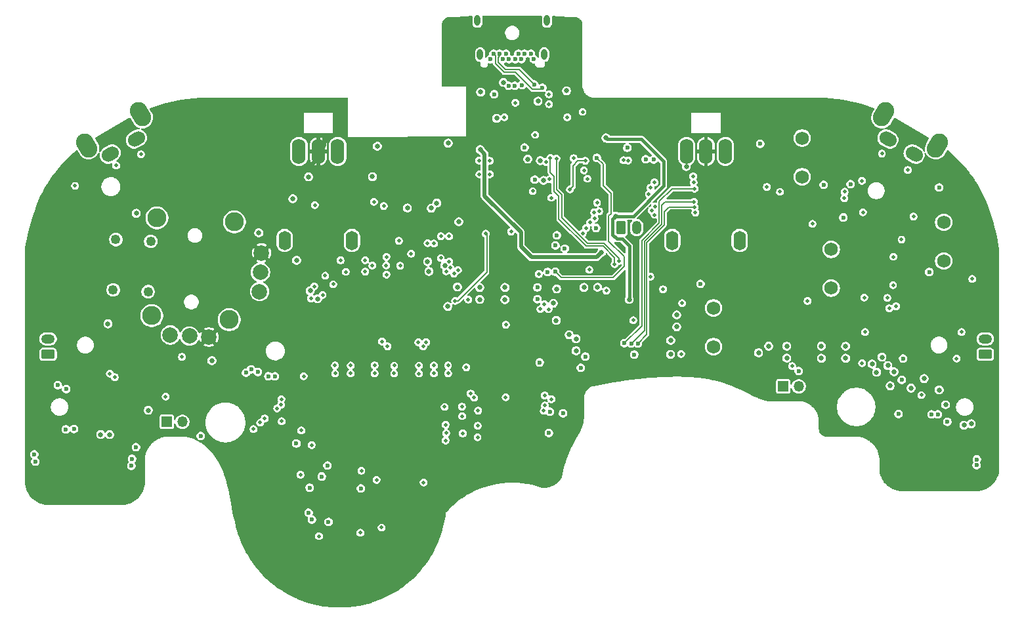
<source format=gbr>
%TF.GenerationSoftware,KiCad,Pcbnew,9.0.3*%
%TF.CreationDate,2025-09-23T13:43:19-07:00*%
%TF.ProjectId,UGC_Main_R5,5547435f-4d61-4696-9e5f-52352e6b6963,rev?*%
%TF.SameCoordinates,Original*%
%TF.FileFunction,Copper,L2,Inr*%
%TF.FilePolarity,Positive*%
%FSLAX46Y46*%
G04 Gerber Fmt 4.6, Leading zero omitted, Abs format (unit mm)*
G04 Created by KiCad (PCBNEW 9.0.3) date 2025-09-23 13:43:19*
%MOMM*%
%LPD*%
G01*
G04 APERTURE LIST*
G04 Aperture macros list*
%AMRoundRect*
0 Rectangle with rounded corners*
0 $1 Rounding radius*
0 $2 $3 $4 $5 $6 $7 $8 $9 X,Y pos of 4 corners*
0 Add a 4 corners polygon primitive as box body*
4,1,4,$2,$3,$4,$5,$6,$7,$8,$9,$2,$3,0*
0 Add four circle primitives for the rounded corners*
1,1,$1+$1,$2,$3*
1,1,$1+$1,$4,$5*
1,1,$1+$1,$6,$7*
1,1,$1+$1,$8,$9*
0 Add four rect primitives between the rounded corners*
20,1,$1+$1,$2,$3,$4,$5,0*
20,1,$1+$1,$4,$5,$6,$7,0*
20,1,$1+$1,$6,$7,$8,$9,0*
20,1,$1+$1,$8,$9,$2,$3,0*%
%AMHorizOval*
0 Thick line with rounded ends*
0 $1 width*
0 $2 $3 position (X,Y) of the first rounded end (center of the circle)*
0 $4 $5 position (X,Y) of the second rounded end (center of the circle)*
0 Add line between two ends*
20,1,$1,$2,$3,$4,$5,0*
0 Add two circle primitives to create the rounded ends*
1,1,$1,$2,$3*
1,1,$1,$4,$5*%
G04 Aperture macros list end*
%TA.AperFunction,ComponentPad*%
%ADD10R,1.350000X1.350000*%
%TD*%
%TA.AperFunction,ComponentPad*%
%ADD11O,1.350000X1.350000*%
%TD*%
%TA.AperFunction,ComponentPad*%
%ADD12C,1.750000*%
%TD*%
%TA.AperFunction,ComponentPad*%
%ADD13C,2.450000*%
%TD*%
%TA.AperFunction,ComponentPad*%
%ADD14C,1.250000*%
%TD*%
%TA.AperFunction,ComponentPad*%
%ADD15C,2.000000*%
%TD*%
%TA.AperFunction,ComponentPad*%
%ADD16HorizOval,2.250000X-0.250000X0.433013X0.250000X-0.433013X0*%
%TD*%
%TA.AperFunction,ComponentPad*%
%ADD17HorizOval,1.700000X0.259808X0.150000X-0.259808X-0.150000X0*%
%TD*%
%TA.AperFunction,ComponentPad*%
%ADD18HorizOval,2.250000X-0.250000X-0.433013X0.250000X0.433013X0*%
%TD*%
%TA.AperFunction,ComponentPad*%
%ADD19HorizOval,1.700000X0.259808X-0.150000X-0.259808X0.150000X0*%
%TD*%
%TA.AperFunction,ComponentPad*%
%ADD20O,1.772000X3.250000*%
%TD*%
%TA.AperFunction,ComponentPad*%
%ADD21RoundRect,0.250000X0.625000X-0.350000X0.625000X0.350000X-0.625000X0.350000X-0.625000X-0.350000X0*%
%TD*%
%TA.AperFunction,ComponentPad*%
%ADD22O,1.750000X1.200000*%
%TD*%
%TA.AperFunction,HeatsinkPad*%
%ADD23O,1.600000X2.500000*%
%TD*%
%TA.AperFunction,ComponentPad*%
%ADD24RoundRect,0.250000X-0.350000X-0.625000X0.350000X-0.625000X0.350000X0.625000X-0.350000X0.625000X0*%
%TD*%
%TA.AperFunction,ComponentPad*%
%ADD25O,1.200000X1.750000*%
%TD*%
%TA.AperFunction,ComponentPad*%
%ADD26C,0.600000*%
%TD*%
%TA.AperFunction,ComponentPad*%
%ADD27O,0.800000X1.400000*%
%TD*%
%TA.AperFunction,ViaPad*%
%ADD28C,0.600000*%
%TD*%
%TA.AperFunction,ViaPad*%
%ADD29C,0.500000*%
%TD*%
%TA.AperFunction,ViaPad*%
%ADD30C,0.650000*%
%TD*%
%TA.AperFunction,Conductor*%
%ADD31C,0.200000*%
%TD*%
%TA.AperFunction,Conductor*%
%ADD32C,0.400000*%
%TD*%
%TA.AperFunction,Conductor*%
%ADD33C,0.150000*%
%TD*%
%TA.AperFunction,Conductor*%
%ADD34C,0.500000*%
%TD*%
G04 APERTURE END LIST*
D10*
%TO.N,Net-(D4A-A)*%
%TO.C,J8*%
X126524000Y-70225200D03*
D11*
%TO.N,G*%
X128524000Y-70225200D03*
%TD*%
D12*
%TO.N,I*%
%TO.C,SW2*%
X117524113Y-65092540D03*
%TO.N,X5*%
X117524113Y-60092540D03*
%TD*%
%TO.N,G*%
%TO.C,SW1*%
X132700457Y-57534400D03*
%TO.N,X2*%
X132700457Y-52534400D03*
%TD*%
%TO.N,G*%
%TO.C,SW3*%
X147213417Y-54044002D03*
%TO.N,X3*%
X147213417Y-49044002D03*
%TD*%
D13*
%TO.N,*%
%TO.C,SW6*%
X45738339Y-48456388D03*
X45076289Y-61089052D03*
X55724635Y-48979748D03*
X55062585Y-61612412D03*
D14*
%TO.N,H*%
X44928297Y-51493156D03*
X44588113Y-57984248D03*
%TO.N,LS_BTN_IN*%
X40434464Y-51257644D03*
X40094280Y-57748736D03*
D15*
%TO.N,GND*%
X47448565Y-63591637D03*
%TO.N,Net-(SW6-X_OUT)*%
X49945139Y-63722477D03*
%TO.N,+3V3*%
X52441713Y-63853317D03*
%TO.N,GND*%
X58957699Y-57986297D03*
%TO.N,Net-(SW6-Y_OUT)*%
X59088539Y-55489723D03*
%TO.N,+3V3*%
X59219379Y-52993149D03*
%TD*%
D16*
%TO.N,*%
%TO.C,SW7*%
X36684912Y-39094336D03*
X43613116Y-35094336D03*
D17*
%TO.N,H*%
X39710265Y-40234400D03*
%TO.N,Net-(D11A-A)*%
X43087763Y-38284400D03*
%TD*%
D18*
%TO.N,*%
%TO.C,SW8*%
X139487798Y-35094336D03*
X146416002Y-39094336D03*
D19*
%TO.N,G*%
X140013151Y-38284400D03*
%TO.N,Net-(D5B-A)*%
X143390649Y-40234400D03*
%TD*%
D10*
%TO.N,LS_BTN_IN*%
%TO.C,J9*%
X47022000Y-74797200D03*
D11*
%TO.N,H*%
X49022000Y-74797200D03*
%TD*%
D12*
%TO.N,G*%
%TO.C,SW4*%
X128958332Y-43162626D03*
%TO.N,X4*%
X128958332Y-38162626D03*
%TD*%
D20*
%TO.N,GND*%
%TO.C,S6*%
X119050457Y-39884400D03*
%TD*%
%TO.N,+3V3*%
%TO.C,S4*%
X116550457Y-39884400D03*
%TD*%
%TO.N,GND*%
%TO.C,S3*%
X69050457Y-39884400D03*
%TD*%
D21*
%TO.N,G*%
%TO.C,J7*%
X152568400Y-66085000D03*
D22*
%TO.N,Net-(D5C-A)*%
X152568400Y-64085000D03*
%TD*%
D20*
%TO.N,ZR_ANALOG*%
%TO.C,S5*%
X114050457Y-39884400D03*
%TD*%
D23*
%TO.N,N/C*%
%TO.C,RV2*%
X120900457Y-51384400D03*
X112200457Y-51384400D03*
%TD*%
D24*
%TO.N,GND*%
%TO.C,B1*%
X105614396Y-49735471D03*
D25*
%TO.N,BATTERY_POS*%
X107614396Y-49735471D03*
%TD*%
D21*
%TO.N,H*%
%TO.C,J6*%
X31689800Y-66085000D03*
D22*
%TO.N,Net-(D11C-A)*%
X31689800Y-64085000D03*
%TD*%
D26*
%TO.N,GND*%
%TO.C,J11*%
X94350457Y-27971200D03*
%TO.N,+3V3_PRE*%
X93950457Y-27271200D03*
%TO.N,N_CLOCK*%
X93150457Y-27271200D03*
%TO.N,VBUS*%
X92750457Y-27971200D03*
%TO.N,CC2*%
X92350457Y-27271200D03*
%TO.N,D+*%
X91950457Y-27971200D03*
%TO.N,D-*%
X91150457Y-27971200D03*
%TO.N,unconnected-(J11-SBU2-PadB8)*%
X90750457Y-27271200D03*
%TO.N,VBUS*%
X90350457Y-27971200D03*
%TO.N,N_LATCH*%
X89950457Y-27271200D03*
%TO.N,N_DATA*%
X89150457Y-27271200D03*
%TO.N,GND*%
X88750457Y-27971200D03*
D27*
X87420457Y-27381200D03*
X95680457Y-27381200D03*
X96040457Y-22981200D03*
X87060457Y-22981200D03*
%TD*%
D23*
%TO.N,N/C*%
%TO.C,RV1*%
X70900457Y-51384400D03*
X62200457Y-51384400D03*
%TD*%
D20*
%TO.N,+3V3*%
%TO.C,S1*%
X66550457Y-39884400D03*
%TD*%
%TO.N,ZL_ANALOG*%
%TO.C,S2*%
X64050457Y-39884400D03*
%TD*%
D28*
%TO.N,GND*%
X147698400Y-74797200D03*
D29*
X83036800Y-55370000D03*
D30*
X97236800Y-61710000D03*
D29*
X68696800Y-67510000D03*
D30*
X112786800Y-60990000D03*
X99796800Y-65630000D03*
D29*
X129650298Y-59192670D03*
D30*
X90616800Y-57440000D03*
D29*
X75306800Y-54600000D03*
D30*
X131436800Y-65020000D03*
D29*
X134391400Y-45923200D03*
D28*
X35017200Y-75711600D03*
D29*
X87326800Y-42840000D03*
D28*
X151450800Y-80385200D03*
D29*
X88656800Y-41100000D03*
D30*
X78036800Y-47190000D03*
D29*
X67106800Y-58420000D03*
D30*
X126976800Y-66570000D03*
D28*
X33975800Y-75762400D03*
D29*
X75346800Y-53500000D03*
D30*
X84676800Y-48960000D03*
D29*
X96612200Y-45866600D03*
D28*
X102368831Y-49764722D03*
D29*
X81456800Y-67530000D03*
D28*
X145338800Y-55448200D03*
D30*
X123336800Y-65880000D03*
D29*
X105906800Y-41030000D03*
X91964000Y-33598400D03*
X72586800Y-55400000D03*
D30*
X112786800Y-62530000D03*
X138553219Y-68390781D03*
X87376800Y-57440000D03*
D28*
X43018200Y-78073800D03*
X67866800Y-87725000D03*
D30*
X140819625Y-68340297D03*
D29*
X144338800Y-71342800D03*
D30*
X102571326Y-57417615D03*
D29*
X87266800Y-41060000D03*
X74996800Y-46933400D03*
D28*
X151476200Y-79648600D03*
D29*
X96612200Y-71876200D03*
X73816800Y-68550000D03*
D28*
X98346800Y-52430000D03*
X30038800Y-79928000D03*
X94796800Y-58960000D03*
D30*
X134566800Y-66590000D03*
D28*
X42434000Y-80486800D03*
D29*
X88666800Y-42840000D03*
D30*
X146624800Y-70682400D03*
D29*
X83406800Y-50840000D03*
X91406945Y-50230811D03*
D28*
X123545600Y-38912800D03*
X32959800Y-70072800D03*
X94796800Y-57460000D03*
D29*
X78526800Y-53100000D03*
X96306800Y-33790000D03*
X83286800Y-68530000D03*
X107178600Y-61690800D03*
D30*
X134566800Y-65030000D03*
D29*
X134442200Y-45085000D03*
X102496800Y-46500000D03*
X101515822Y-55171319D03*
D30*
X90616800Y-59020000D03*
X84496800Y-57390000D03*
X139256800Y-66440000D03*
D29*
X73506800Y-54610000D03*
X83426800Y-54090000D03*
D28*
X51374800Y-76626000D03*
D29*
X95621600Y-73374800D03*
X69426800Y-53950000D03*
X70716800Y-68540000D03*
D30*
X126976800Y-65030000D03*
D29*
X96306800Y-32520000D03*
X48951827Y-66411761D03*
X75346800Y-55780000D03*
X82346800Y-50830000D03*
X68476800Y-57020000D03*
D30*
X73526800Y-43150000D03*
D29*
X81466800Y-68540000D03*
D30*
X97296800Y-57640000D03*
D29*
X73816800Y-67500000D03*
D30*
X147457119Y-72582121D03*
X111979200Y-66085000D03*
D28*
X67716800Y-80450000D03*
D30*
X100815554Y-57440566D03*
D29*
X66026800Y-57310000D03*
D30*
X131436800Y-66590000D03*
D29*
X77100680Y-54633575D03*
D28*
X72041800Y-83400000D03*
D30*
X137976800Y-67330000D03*
D28*
X93141800Y-39370000D03*
D29*
X82346800Y-53640000D03*
D30*
X140305819Y-70143381D03*
D29*
X83276800Y-67510000D03*
D28*
X115849400Y-56997600D03*
D30*
X112004600Y-64281600D03*
D29*
X70106800Y-55440000D03*
X103698800Y-57855400D03*
D30*
X144694400Y-69209200D03*
X99796800Y-64070000D03*
D29*
X72586800Y-53920000D03*
D28*
X65416800Y-83300000D03*
D30*
X83246800Y-59900000D03*
D29*
X95748600Y-71393600D03*
X67436800Y-55930000D03*
D30*
X87376800Y-58990000D03*
D29*
X79536800Y-67520000D03*
X68716800Y-68550000D03*
D30*
X83306800Y-38820000D03*
X74156800Y-39220000D03*
D28*
X146608800Y-44551600D03*
X96116800Y-55450000D03*
D29*
X70726800Y-67520000D03*
X90556800Y-35470000D03*
X106506800Y-41050000D03*
X79536800Y-68560000D03*
X126088961Y-45100220D03*
D30*
X124636800Y-65020000D03*
X143002025Y-70440375D03*
D29*
X76326800Y-68540000D03*
D28*
X42510200Y-79572400D03*
D29*
X65618722Y-58871630D03*
D30*
X96866800Y-59480000D03*
D29*
X83586800Y-54910000D03*
X76336800Y-67530000D03*
D28*
X29911800Y-78988200D03*
X34026600Y-70580800D03*
D29*
X95774000Y-72689000D03*
D28*
X97136800Y-52010000D03*
D30*
%TO.N,LX*%
X66446800Y-58920000D03*
X52822600Y-66897800D03*
%TO.N,LY*%
X63744600Y-53943800D03*
X65497200Y-57880800D03*
D29*
%TO.N,Net-(D4A-A)*%
X136686800Y-67230000D03*
X115179600Y-47771600D03*
X139944600Y-58795200D03*
X140198600Y-60141400D03*
X141781000Y-51259000D03*
X127666800Y-67600000D03*
D30*
%TO.N,RX*%
X80816800Y-55380000D03*
%TO.N,RY*%
X80645207Y-54107034D03*
D29*
%TO.N,+1V1*%
X100981000Y-41091400D03*
X99013889Y-44784889D03*
X94199200Y-45003000D03*
D30*
%TO.N,LRA_R*%
X98906800Y-63550000D03*
X140003413Y-67526910D03*
%TO.N,VBUS_SYS*%
X104867070Y-48247982D03*
X103649263Y-38141371D03*
X106645200Y-58998400D03*
D28*
%TO.N,BTN_PWR*%
X96282000Y-76219600D03*
X96409893Y-73487482D03*
D29*
X109388400Y-56052000D03*
X94996800Y-55720000D03*
D28*
%TO.N,D+*%
X91086800Y-31410000D03*
%TO.N,D-*%
X91880381Y-31407751D03*
D30*
%TO.N,SL_RGB*%
X58867800Y-50387800D03*
X63262000Y-45993600D03*
%TO.N,Net-(L2-DOUT)*%
X39411400Y-62148000D03*
X43069000Y-47873200D03*
%TO.N,WL_D*%
X81116800Y-47220000D03*
D29*
X81466800Y-51770000D03*
D28*
%TO.N,N_LATCH*%
X94400918Y-31252481D03*
%TO.N,N_DATA*%
X95461924Y-31666533D03*
%TO.N,N_CLOCK*%
X92842891Y-31313909D03*
%TO.N,RP_RUN*%
X97096800Y-55420000D03*
D29*
X96246800Y-60260000D03*
D28*
X102479600Y-40710400D03*
D29*
%TO.N,USB_BOOT*%
X88146800Y-50500000D03*
X84191600Y-59176200D03*
D28*
X98106800Y-73700000D03*
D29*
%TO.N,RGB_OUT*%
X66106800Y-46806400D03*
D28*
X97316800Y-50710000D03*
D29*
%TO.N,SHARED_PU*%
X98656800Y-35480000D03*
X100636800Y-34780000D03*
X94526800Y-37740000D03*
D30*
%TO.N,WL_CLK*%
X81836800Y-46560000D03*
D29*
X80639021Y-51716013D03*
%TO.N,Net-(P1A-DO)*%
X76936800Y-51420000D03*
X73721706Y-46396318D03*
D28*
%TO.N,DPAD_RGB*%
X63716800Y-77600000D03*
X65291800Y-86525000D03*
D30*
%TO.N,ZL_ANALOG*%
X95186800Y-41070000D03*
X65288300Y-43168500D03*
%TO.N,ZR_ANALOG*%
X95596602Y-43635664D03*
X114011200Y-41828000D03*
D28*
%TO.N,E*%
X60934410Y-68926935D03*
D29*
X85182200Y-76295800D03*
X109388400Y-44571200D03*
X102122524Y-47746201D03*
%TO.N,D*%
X102784400Y-47619200D03*
X109178329Y-45389800D03*
D28*
X60112400Y-68904400D03*
D29*
X87112600Y-75305200D03*
D30*
%TO.N,+3V3_PRE*%
X94891839Y-33401682D03*
D28*
X89232046Y-32499711D03*
D30*
X98566800Y-32060000D03*
D29*
%TO.N,C*%
X101266964Y-43416757D03*
X85106000Y-74060600D03*
D28*
X58740800Y-68345600D03*
D29*
X109987656Y-46994138D03*
D30*
%TO.N,VBUS*%
X103070890Y-52929819D03*
X87436800Y-39650000D03*
X89548468Y-35615369D03*
X87491800Y-32225000D03*
%TO.N,CC1*%
X90416800Y-30980000D03*
D29*
%TO.N,Net-(D5B-A)*%
X142586200Y-42285200D03*
X114951000Y-43885400D03*
X136668000Y-43682200D03*
%TO.N,A*%
X99482400Y-40761200D03*
X109920704Y-48069539D03*
X85080600Y-72841400D03*
D28*
X57216800Y-68447200D03*
%TO.N,B*%
X57877200Y-68040800D03*
D29*
X109540858Y-47501928D03*
X87163400Y-73349400D03*
X100803200Y-42336000D03*
D28*
%TO.N,+3V3*%
X119532400Y-67868800D03*
D30*
X100346000Y-55061400D03*
D28*
X66341800Y-86550000D03*
D30*
X99863400Y-54578800D03*
X76986800Y-63720000D03*
X87336800Y-48930000D03*
X50358800Y-46882600D03*
D29*
X88913505Y-48320895D03*
D30*
X41265600Y-63722800D03*
X50562000Y-40888200D03*
D28*
X135458200Y-41275000D03*
D30*
X93725368Y-50448972D03*
D28*
X110633000Y-63189400D03*
D30*
X61179200Y-62376600D03*
X100566800Y-54350000D03*
X79926800Y-60000000D03*
D29*
X74277000Y-62331600D03*
X101486800Y-37440000D03*
D28*
X111097890Y-63818176D03*
D30*
X76176800Y-60080000D03*
X59807600Y-36214600D03*
D28*
X125069600Y-42468800D03*
D29*
X104673400Y-39522400D03*
D28*
X73016800Y-86550000D03*
D30*
X153432000Y-71622200D03*
D28*
X110480600Y-66745400D03*
X148783800Y-57118800D03*
X110150400Y-66135800D03*
X150012400Y-46736000D03*
D30*
X42916600Y-49033609D03*
X72296800Y-61400000D03*
D28*
X70891800Y-88775000D03*
D30*
X113833113Y-35101197D03*
D28*
X93564200Y-81655200D03*
D30*
X49520600Y-47085800D03*
D28*
X110947200Y-39700200D03*
D30*
X98815513Y-45827469D03*
D28*
X134356600Y-60547800D03*
X111014000Y-66237400D03*
D30*
X93072082Y-41663573D03*
X77236800Y-56020000D03*
X35322000Y-73273200D03*
X49825400Y-41574000D03*
X80816800Y-57200000D03*
D28*
X141339496Y-71141704D03*
D30*
X60239400Y-50311600D03*
X51298600Y-41574000D03*
D28*
X110150400Y-63799000D03*
D29*
X78957600Y-62585600D03*
D28*
X119329200Y-58166000D03*
D30*
X97509800Y-37557700D03*
D29*
X107486800Y-55400000D03*
D28*
X70641800Y-81975000D03*
D29*
X97933000Y-43504400D03*
D30*
X50943000Y-47390600D03*
D28*
X135128000Y-50876200D03*
D29*
X91887800Y-45866600D03*
D30*
X77198000Y-61061600D03*
X99785085Y-60235989D03*
D29*
%TO.N,F*%
X64659000Y-68904400D03*
X87087200Y-76778400D03*
X109904329Y-43892522D03*
X102174800Y-48533600D03*
D28*
%TO.N,RS_B_OUT*%
X145659600Y-73832000D03*
D29*
%TO.N,Net-(D5C-A)*%
X114900200Y-43123400D03*
X148885400Y-66618400D03*
D28*
%TO.N,Net-(D8C-A)*%
X66991800Y-81850000D03*
D29*
X64354200Y-75914800D03*
X61820070Y-74727422D03*
D28*
X65716800Y-87425000D03*
D29*
%TO.N,Net-(D8B-A)*%
X59629800Y-74365400D03*
X71974200Y-89122800D03*
%TO.N,Net-(D8A-A)*%
X59045600Y-74898800D03*
X65700400Y-77800200D03*
D28*
%TO.N,RS_B_IN*%
X146472400Y-73832000D03*
D29*
%TO.N,Net-(D11A-A)*%
X61238767Y-73053702D03*
X35169600Y-44317200D03*
X43678600Y-40253200D03*
%TO.N,Net-(D11C-A)*%
X61791184Y-71864380D03*
X40300400Y-69031400D03*
%TO.N,Net-(D12C-A)*%
X82836957Y-72873074D03*
X90719400Y-71622200D03*
%TO.N,Net-(D12A-A)*%
X86655400Y-71673000D03*
X90744800Y-62249600D03*
%TO.N,Net-(D12B-A)*%
X86198200Y-71139600D03*
X85893400Y-59023800D03*
%TO.N,Net-(D13A-A)*%
X85639400Y-67761400D03*
X82972400Y-75178200D03*
%TO.N,Net-(D13B-A)*%
X83048600Y-76245000D03*
X74070604Y-82286141D03*
%TO.N,H*%
X64252600Y-81629800D03*
X101084505Y-49793263D03*
X66640200Y-89554600D03*
X40478200Y-41701000D03*
X72101200Y-81121800D03*
X58182000Y-75737000D03*
X39665400Y-68574200D03*
%TO.N,G*%
X136795000Y-47746200D03*
X140681200Y-57144200D03*
X141062200Y-59887400D03*
D28*
X100396800Y-67812200D03*
D29*
X149520400Y-63214800D03*
D28*
X131724400Y-44196000D03*
D29*
X137074400Y-63214800D03*
X150892000Y-56356800D03*
X140732000Y-53486600D03*
X101602338Y-49074007D03*
D28*
X135204200Y-44105200D03*
D29*
X136972800Y-58744400D03*
X139246100Y-40164300D03*
D28*
X128524000Y-68240000D03*
D29*
%TO.N,I*%
X80127600Y-82620400D03*
X100673521Y-50449696D03*
X95184921Y-60243838D03*
D28*
X100981000Y-66364400D03*
D29*
X74717400Y-88437000D03*
D28*
X95088200Y-67126400D03*
D29*
X111014000Y-57677600D03*
%TO.N,LS_BTN_IN*%
X46853600Y-71546000D03*
X61739192Y-72579273D03*
%TO.N,LRA_L*%
X95706800Y-59600000D03*
D30*
X44618400Y-73298600D03*
%TO.N,LRA_L+*%
X38477063Y-76438533D03*
%TO.N,LRA_R+*%
X150765000Y-75051200D03*
%TO.N,LRA_R-*%
X149825200Y-75229000D03*
%TO.N,LRA_L-*%
X39635797Y-76446991D03*
D29*
%TO.N,X2*%
X130292600Y-49244800D03*
X115103400Y-47060400D03*
D28*
X107754913Y-64668996D03*
%TO.N,X3*%
X134255000Y-48406600D03*
D29*
X115001800Y-46374600D03*
D28*
X106899200Y-64688000D03*
D29*
X143322800Y-48279600D03*
%TO.N,X4*%
X115078000Y-44698200D03*
X124399800Y-44469600D03*
D28*
X106022900Y-64624500D03*
D29*
%TO.N,X5*%
X113477800Y-59481000D03*
D28*
X107305600Y-66110400D03*
D29*
X113350800Y-66034200D03*
X82972400Y-77210200D03*
D28*
%TO.N,I2C1_SCL*%
X109796449Y-40925254D03*
D29*
X96465128Y-40706395D03*
X104767947Y-54432447D03*
%TO.N,I2C1_SDA*%
X105351436Y-54012671D03*
X97256800Y-40800000D03*
D28*
X108778144Y-40896591D03*
D29*
%TO.N,I2C0_SCL*%
X79446836Y-64531961D03*
X95951600Y-41255200D03*
X80446800Y-64530000D03*
X74766800Y-64430000D03*
X84039219Y-55648800D03*
%TO.N,I2C0_SDA*%
X84556800Y-55210000D03*
X75466800Y-65050000D03*
X96366800Y-43490000D03*
X80086800Y-65080000D03*
D30*
%TO.N,ADC_MUX_OUT*%
X82876800Y-54630000D03*
X93561267Y-40882569D03*
D28*
%TO.N,RGB_OUT_CSTICK*%
X141984509Y-66635891D03*
X141798800Y-69361600D03*
X141392400Y-73781200D03*
%TO.N,BAT_MON*%
X106400600Y-39420800D03*
X94456800Y-43530000D03*
%TD*%
D31*
%TO.N,+1V1*%
X100015800Y-41091400D02*
X100981000Y-41091400D01*
X99013889Y-44784889D02*
X99380800Y-44417977D01*
X99380800Y-44417977D02*
X99380800Y-41726400D01*
X99380800Y-41726400D02*
X100015800Y-41091400D01*
D32*
%TO.N,VBUS_SYS*%
X103649263Y-38141371D02*
X103649263Y-38177463D01*
X103775000Y-38303200D02*
X108229400Y-38303200D01*
X111096800Y-41170600D02*
X111096800Y-44340000D01*
X104867070Y-48247982D02*
X104867070Y-48289730D01*
X111096800Y-44340000D02*
X107188818Y-48247982D01*
X104867070Y-48289730D02*
X104516800Y-48640000D01*
X103649263Y-38177463D02*
X103775000Y-38303200D01*
X104516800Y-48640000D02*
X104516800Y-50640000D01*
X108229400Y-38303200D02*
X111096800Y-41170600D01*
X104516800Y-50640000D02*
X105036800Y-51160000D01*
X106645200Y-52088400D02*
X106645200Y-58998400D01*
X105036800Y-51160000D02*
X105716800Y-51160000D01*
X107188818Y-48247982D02*
X104867070Y-48247982D01*
X105716800Y-51160000D02*
X106645200Y-52088400D01*
D31*
%TO.N,N_LATCH*%
X92438437Y-29290000D02*
X90686800Y-29290000D01*
X89756093Y-27750707D02*
X89950435Y-27556365D01*
X89756093Y-28359293D02*
X89756093Y-27750707D01*
X90686800Y-29290000D02*
X89756093Y-28359293D01*
X89950435Y-27556365D02*
X89950435Y-27271222D01*
X94400918Y-31252481D02*
X92438437Y-29290000D01*
X89950435Y-27271222D02*
X89950457Y-27271200D01*
%TO.N,N_DATA*%
X89414083Y-27596329D02*
X89414083Y-27518048D01*
X91956800Y-29650000D02*
X90516800Y-29650000D01*
X89414083Y-27518048D02*
X89150435Y-27254400D01*
X89414083Y-28513672D02*
X89405093Y-28504681D01*
X89405093Y-28504681D02*
X89405093Y-27605318D01*
X95268457Y-31860000D02*
X94166800Y-31860000D01*
X94166800Y-31860000D02*
X91956800Y-29650000D01*
X89414083Y-28547283D02*
X89414083Y-28513672D01*
X89405093Y-27605318D02*
X89414083Y-27596329D01*
X95461924Y-31666533D02*
X95268457Y-31860000D01*
X90516800Y-29650000D02*
X89414083Y-28547283D01*
D33*
%TO.N,RP_RUN*%
X104286800Y-47900000D02*
X104286800Y-45280000D01*
X104016800Y-48170000D02*
X104286800Y-47900000D01*
X103292400Y-44285600D02*
X103292400Y-41523200D01*
X106036800Y-54740000D02*
X106036800Y-53480000D01*
X104016800Y-51460000D02*
X104016800Y-48170000D01*
X97866800Y-56190000D02*
X104586800Y-56190000D01*
X103292400Y-41523200D02*
X102479600Y-40710400D01*
X104286800Y-45280000D02*
X103292400Y-44285600D01*
X97096800Y-55420000D02*
X97866800Y-56190000D01*
X106036800Y-53480000D02*
X104016800Y-51460000D01*
X104586800Y-56190000D02*
X106036800Y-54740000D01*
%TO.N,USB_BOOT*%
X88281000Y-55442400D02*
X84547200Y-59176200D01*
X88146800Y-50500000D02*
X88281000Y-50634200D01*
X88281000Y-50634200D02*
X88281000Y-55442400D01*
X84547200Y-59176200D02*
X84191600Y-59176200D01*
D34*
%TO.N,VBUS*%
X87996442Y-40209642D02*
X87996442Y-45649627D01*
X92675200Y-52191200D02*
X94046800Y-53562800D01*
X87436800Y-39650000D02*
X87996442Y-40209642D01*
X102437909Y-53562800D02*
X103070890Y-52929819D01*
X87996442Y-45649627D02*
X92675200Y-50328385D01*
X94046800Y-53562800D02*
X102437909Y-53562800D01*
X92675200Y-50328385D02*
X92675200Y-52191200D01*
%TO.N,+3V3*%
X66550457Y-40749343D02*
X65294000Y-42005800D01*
X67300600Y-39134257D02*
X67300600Y-38145000D01*
X66550457Y-39884400D02*
X66550457Y-40749343D01*
X67300600Y-38145000D02*
X67503800Y-37941800D01*
X66550457Y-39884400D02*
X67300600Y-39134257D01*
D33*
%TO.N,X2*%
X107754913Y-64668996D02*
X108905800Y-63518109D01*
X108905800Y-63518109D02*
X108905800Y-51632400D01*
X111166400Y-47644600D02*
X111750600Y-47060400D01*
X108905800Y-51632400D02*
X111166400Y-49371800D01*
X111166400Y-49371800D02*
X111166400Y-47644600D01*
X111750600Y-47060400D02*
X115103400Y-47060400D01*
%TO.N,X3*%
X108601000Y-62986200D02*
X108601000Y-51505400D01*
X106899200Y-64688000D02*
X108601000Y-62986200D01*
X108601000Y-51505400D02*
X110836200Y-49270200D01*
X111293400Y-46374600D02*
X115001800Y-46374600D01*
X110836200Y-46831800D02*
X111293400Y-46374600D01*
X110836200Y-49270200D02*
X110836200Y-46831800D01*
%TO.N,X4*%
X110531400Y-46349200D02*
X112182400Y-44698200D01*
X106022900Y-64624500D02*
X108270800Y-62376600D01*
X110531400Y-49117800D02*
X110531400Y-46349200D01*
X108270800Y-51378400D02*
X110531400Y-49117800D01*
X108270800Y-62376600D02*
X108270800Y-51378400D01*
X112182400Y-44698200D02*
X115078000Y-44698200D01*
%TO.N,I2C1_SCL*%
X101082600Y-52089600D02*
X97577400Y-48584400D01*
X104767947Y-53591147D02*
X103266400Y-52089600D01*
X96956800Y-43090000D02*
X96465128Y-42598328D01*
X104767947Y-54432447D02*
X104767947Y-53591147D01*
X103266400Y-52089600D02*
X101082600Y-52089600D01*
X96465128Y-42598328D02*
X96465128Y-40706395D01*
X96956800Y-45042800D02*
X96956800Y-43090000D01*
X97577400Y-48584400D02*
X97577400Y-45663400D01*
X97577400Y-45663400D02*
X96956800Y-45042800D01*
%TO.N,I2C1_SDA*%
X97256800Y-44834800D02*
X97334400Y-44912400D01*
X97933000Y-48406600D02*
X97933000Y-45511000D01*
X103419400Y-51734000D02*
X101260400Y-51734000D01*
X108778144Y-40896591D02*
X108712000Y-40962735D01*
X105351436Y-53666036D02*
X103419400Y-51734000D01*
X97256800Y-40800000D02*
X97256800Y-44834800D01*
X97933000Y-45511000D02*
X97334400Y-44912400D01*
X101260400Y-51734000D02*
X97933000Y-48406600D01*
X105351436Y-54012671D02*
X105351436Y-53666036D01*
%TD*%
%TA.AperFunction,Conductor*%
%TO.N,+3V3*%
G36*
X93335544Y-22345681D02*
G01*
X93336285Y-22345687D01*
X95120908Y-22368086D01*
X95121315Y-22368093D01*
X95261927Y-22370748D01*
X95262228Y-22370754D01*
X95320435Y-22372150D01*
X95378154Y-22392447D01*
X95412921Y-22442795D01*
X95415158Y-22490436D01*
X95389957Y-22617128D01*
X95389957Y-22617130D01*
X95389957Y-22617131D01*
X95389957Y-23345269D01*
X95399117Y-23391320D01*
X95414956Y-23470942D01*
X95414957Y-23470947D01*
X95463991Y-23589325D01*
X95463995Y-23589333D01*
X95506822Y-23653426D01*
X95535181Y-23695869D01*
X95625788Y-23786476D01*
X95686040Y-23826735D01*
X95732323Y-23857661D01*
X95732327Y-23857663D01*
X95732330Y-23857665D01*
X95850713Y-23906701D01*
X95976388Y-23931700D01*
X95976389Y-23931700D01*
X96104525Y-23931700D01*
X96104526Y-23931700D01*
X96230201Y-23906701D01*
X96348584Y-23857665D01*
X96455126Y-23786476D01*
X96545733Y-23695869D01*
X96616922Y-23589327D01*
X96665958Y-23470944D01*
X96690957Y-23345269D01*
X96690957Y-22617131D01*
X96683549Y-22579892D01*
X96673405Y-22528893D01*
X96680595Y-22468132D01*
X96722127Y-22423202D01*
X96773896Y-22410636D01*
X97584576Y-22438464D01*
X97585798Y-22438515D01*
X99048187Y-22509011D01*
X99049289Y-22509070D01*
X99692600Y-22548067D01*
X99702782Y-22549216D01*
X99884463Y-22579315D01*
X99903051Y-22584291D01*
X100062533Y-22644119D01*
X100079803Y-22652594D01*
X100192817Y-22722444D01*
X100232572Y-22747015D01*
X100247881Y-22758675D01*
X100347536Y-22851198D01*
X100372719Y-22874578D01*
X100385486Y-22888985D01*
X100491377Y-23034905D01*
X100500571Y-23050355D01*
X100563527Y-23182063D01*
X100569777Y-23198923D01*
X100616999Y-23373610D01*
X100620095Y-23391320D01*
X100632483Y-23541760D01*
X100632817Y-23549885D01*
X100632817Y-31406175D01*
X100632810Y-31406193D01*
X100632810Y-31554512D01*
X100663354Y-31766955D01*
X100663355Y-31766960D01*
X100671418Y-31794423D01*
X100672316Y-31797483D01*
X100672387Y-31797927D01*
X100673010Y-31799846D01*
X100673407Y-31801196D01*
X100673408Y-31801200D01*
X100723823Y-31972902D01*
X100740243Y-32008857D01*
X100742597Y-32014011D01*
X100745241Y-32022149D01*
X100755578Y-32042436D01*
X100756460Y-32044368D01*
X100756460Y-32044369D01*
X100812981Y-32168133D01*
X100812988Y-32168145D01*
X100829532Y-32193888D01*
X100835862Y-32203738D01*
X100842367Y-32213859D01*
X100842367Y-32213860D01*
X100845044Y-32218026D01*
X100852273Y-32232213D01*
X100868630Y-32254726D01*
X100870158Y-32257104D01*
X100870166Y-32257116D01*
X100929028Y-32348707D01*
X100975052Y-32401821D01*
X100975051Y-32401821D01*
X100977836Y-32405036D01*
X100990850Y-32422947D01*
X101009627Y-32441724D01*
X101011952Y-32444407D01*
X101069576Y-32510907D01*
X101069586Y-32510918D01*
X101136088Y-32568542D01*
X101138768Y-32570864D01*
X101157558Y-32589654D01*
X101175477Y-32602673D01*
X101231798Y-32651475D01*
X101325761Y-32711861D01*
X101348292Y-32728230D01*
X101362476Y-32735456D01*
X101412362Y-32767516D01*
X101538048Y-32824914D01*
X101558357Y-32835262D01*
X101566498Y-32837906D01*
X101607603Y-32856678D01*
X101607604Y-32856678D01*
X101607605Y-32856679D01*
X101637315Y-32865402D01*
X101780654Y-32907488D01*
X101782579Y-32908114D01*
X101783021Y-32908183D01*
X101813546Y-32917146D01*
X102025999Y-32947690D01*
X102133317Y-32947689D01*
X102133817Y-32947689D01*
X131007478Y-32947689D01*
X131009465Y-32947708D01*
X131736236Y-32962305D01*
X131738301Y-32962371D01*
X131914681Y-32970051D01*
X131916171Y-32970128D01*
X132559704Y-33008947D01*
X132562276Y-33009137D01*
X132717204Y-33022654D01*
X132718362Y-33022763D01*
X133383165Y-33089744D01*
X133386122Y-33090087D01*
X133495601Y-33104460D01*
X133496324Y-33104559D01*
X134204523Y-33204780D01*
X134207650Y-33205275D01*
X134216892Y-33206900D01*
X134996175Y-33349309D01*
X134999994Y-33350086D01*
X135779921Y-33525243D01*
X135783732Y-33526180D01*
X136477587Y-33711564D01*
X136555939Y-33732498D01*
X136559760Y-33733601D01*
X137323071Y-33970766D01*
X137326843Y-33972022D01*
X137679451Y-34097314D01*
X138073067Y-34237178D01*
X138073369Y-34237286D01*
X138082033Y-34240430D01*
X138085073Y-34241591D01*
X138179549Y-34279500D01*
X138228188Y-34299016D01*
X138275153Y-34338233D01*
X138290097Y-34397566D01*
X138277059Y-34440396D01*
X137992452Y-34933352D01*
X137992450Y-34933356D01*
X137914863Y-35135481D01*
X137899595Y-35207313D01*
X137869848Y-35347256D01*
X137869847Y-35347260D01*
X137869847Y-35347264D01*
X137858517Y-35563459D01*
X137858517Y-35563461D01*
X137863705Y-35612817D01*
X137881149Y-35778790D01*
X137923176Y-35935637D01*
X137937186Y-35987921D01*
X137937187Y-35987922D01*
X138025247Y-36185710D01*
X138025252Y-36185718D01*
X138143164Y-36367288D01*
X138143165Y-36367289D01*
X138143166Y-36367290D01*
X138288039Y-36528186D01*
X138456298Y-36664440D01*
X138643799Y-36772694D01*
X138845928Y-36850283D01*
X139057705Y-36895299D01*
X139165810Y-36900964D01*
X139273908Y-36906629D01*
X139273909Y-36906629D01*
X139273911Y-36906628D01*
X139273916Y-36906629D01*
X139354905Y-36898116D01*
X139414751Y-36910837D01*
X139455692Y-36956307D01*
X139462088Y-37017157D01*
X139431495Y-37070145D01*
X139390881Y-37092199D01*
X139384854Y-37093814D01*
X139384849Y-37093816D01*
X139226607Y-37164269D01*
X139081332Y-37258613D01*
X139081329Y-37258615D01*
X138952601Y-37374522D01*
X138952599Y-37374524D01*
X138843584Y-37509145D01*
X138756974Y-37659161D01*
X138707516Y-37788006D01*
X138694899Y-37820875D01*
X138662182Y-37974800D01*
X138658883Y-37990319D01*
X138649817Y-38163290D01*
X138649817Y-38163292D01*
X138655477Y-38217137D01*
X138667925Y-38335572D01*
X138692203Y-38426178D01*
X138712758Y-38502893D01*
X138783212Y-38661135D01*
X138877556Y-38806410D01*
X138877558Y-38806413D01*
X138991852Y-38933350D01*
X138993467Y-38935143D01*
X139128086Y-39044156D01*
X139797717Y-39430767D01*
X139959435Y-39492844D01*
X140128872Y-39528859D01*
X140209598Y-39533089D01*
X140301849Y-39537925D01*
X140301851Y-39537925D01*
X140301852Y-39537924D01*
X140301857Y-39537925D01*
X140474131Y-39519818D01*
X140641450Y-39474985D01*
X140799697Y-39404529D01*
X140813601Y-39395500D01*
X140944967Y-39310188D01*
X140944967Y-39310187D01*
X140944973Y-39310184D01*
X141073703Y-39194276D01*
X141182715Y-39059657D01*
X141269326Y-38909642D01*
X141331403Y-38747925D01*
X141367418Y-38578488D01*
X141373280Y-38466635D01*
X141376484Y-38405509D01*
X141376484Y-38405507D01*
X141376483Y-38405505D01*
X141376484Y-38405502D01*
X141358377Y-38233229D01*
X141313544Y-38065910D01*
X141243088Y-37907663D01*
X141237508Y-37899071D01*
X141148745Y-37762389D01*
X141148743Y-37762386D01*
X141032836Y-37633658D01*
X141032834Y-37633656D01*
X140898215Y-37524643D01*
X140638200Y-37374524D01*
X140228585Y-37138033D01*
X140228579Y-37138030D01*
X140228578Y-37138030D01*
X140168924Y-37115131D01*
X140066868Y-37075956D01*
X140066864Y-37075955D01*
X140014571Y-37064840D01*
X139897431Y-37039941D01*
X139897426Y-37039940D01*
X139897423Y-37039940D01*
X139724452Y-37030874D01*
X139724450Y-37030874D01*
X139696944Y-37033765D01*
X139686503Y-37034862D01*
X139626655Y-37022141D01*
X139585715Y-36976671D01*
X139579320Y-36915821D01*
X139609913Y-36862833D01*
X139650530Y-36840779D01*
X139698369Y-36827961D01*
X139896160Y-36739899D01*
X140077739Y-36621981D01*
X140238635Y-36477108D01*
X140374889Y-36308849D01*
X140778048Y-35610554D01*
X140788927Y-35600759D01*
X140795972Y-35587928D01*
X140811092Y-35580802D01*
X140823516Y-35569616D01*
X140838076Y-35568085D01*
X140851319Y-35561845D01*
X140867739Y-35564967D01*
X140884366Y-35563220D01*
X140911424Y-35573273D01*
X140981869Y-35611949D01*
X140983568Y-35612904D01*
X145291878Y-38092091D01*
X145332883Y-38137501D01*
X145339366Y-38198342D01*
X145328237Y-38227397D01*
X145029843Y-38744234D01*
X144951880Y-38879271D01*
X144920656Y-38933352D01*
X144920654Y-38933356D01*
X144843067Y-39135481D01*
X144829199Y-39200724D01*
X144798052Y-39347256D01*
X144798051Y-39347260D01*
X144798051Y-39347264D01*
X144786721Y-39563459D01*
X144786721Y-39563461D01*
X144799001Y-39680299D01*
X144809353Y-39778790D01*
X144817853Y-39810512D01*
X144822171Y-39826626D01*
X144818968Y-39887728D01*
X144780463Y-39935278D01*
X144721362Y-39951113D01*
X144664241Y-39929186D01*
X144636103Y-39892515D01*
X144620588Y-39857667D01*
X144620585Y-39857661D01*
X144526243Y-39712389D01*
X144526241Y-39712386D01*
X144410334Y-39583658D01*
X144410332Y-39583656D01*
X144275713Y-39474643D01*
X144015698Y-39324524D01*
X143606083Y-39088033D01*
X143606077Y-39088030D01*
X143606076Y-39088030D01*
X143546422Y-39065131D01*
X143444366Y-39025956D01*
X143444362Y-39025955D01*
X143414513Y-39019610D01*
X143274929Y-38989941D01*
X143274924Y-38989940D01*
X143274921Y-38989940D01*
X143101950Y-38980874D01*
X143101948Y-38980874D01*
X142982563Y-38993422D01*
X142929669Y-38998982D01*
X142862741Y-39016915D01*
X142762347Y-39043815D01*
X142762347Y-39043816D01*
X142604105Y-39114269D01*
X142458830Y-39208613D01*
X142458827Y-39208615D01*
X142330099Y-39324522D01*
X142330097Y-39324524D01*
X142221082Y-39459145D01*
X142134472Y-39609161D01*
X142072396Y-39770878D01*
X142063972Y-39810512D01*
X142036878Y-39937983D01*
X142036381Y-39940319D01*
X142027315Y-40113290D01*
X142027315Y-40113292D01*
X142034927Y-40185710D01*
X142045423Y-40285572D01*
X142068686Y-40372389D01*
X142090256Y-40452893D01*
X142160710Y-40611135D01*
X142255054Y-40756410D01*
X142255056Y-40756413D01*
X142354461Y-40866814D01*
X142370965Y-40885143D01*
X142505584Y-40994156D01*
X143175215Y-41380767D01*
X143274421Y-41418848D01*
X143334619Y-41441956D01*
X143336933Y-41442844D01*
X143506370Y-41478859D01*
X143587096Y-41483089D01*
X143679347Y-41487925D01*
X143679349Y-41487925D01*
X143679350Y-41487924D01*
X143679355Y-41487925D01*
X143851629Y-41469818D01*
X144018948Y-41424985D01*
X144177195Y-41354529D01*
X144193524Y-41343925D01*
X144322465Y-41260188D01*
X144322465Y-41260187D01*
X144322471Y-41260184D01*
X144451201Y-41144276D01*
X144560213Y-41009657D01*
X144646824Y-40859642D01*
X144708901Y-40697925D01*
X144744916Y-40528488D01*
X144751007Y-40412270D01*
X144753982Y-40355509D01*
X144753982Y-40355507D01*
X144753981Y-40355505D01*
X144753982Y-40355502D01*
X144735875Y-40183229D01*
X144734260Y-40177200D01*
X144737461Y-40116101D01*
X144775966Y-40068550D01*
X144835066Y-40052714D01*
X144892188Y-40074640D01*
X144920327Y-40111311D01*
X144953451Y-40185710D01*
X144953456Y-40185718D01*
X145071368Y-40367288D01*
X145216245Y-40528188D01*
X145223077Y-40533720D01*
X145384502Y-40664440D01*
X145572003Y-40772694D01*
X145774132Y-40850283D01*
X145985909Y-40895299D01*
X146094014Y-40900964D01*
X146202112Y-40906629D01*
X146202114Y-40906629D01*
X146202115Y-40906628D01*
X146202120Y-40906629D01*
X146417443Y-40883998D01*
X146626573Y-40827961D01*
X146824364Y-40739899D01*
X147005943Y-40621981D01*
X147166839Y-40477108D01*
X147303093Y-40308849D01*
X147637016Y-39730474D01*
X147682486Y-39689534D01*
X147743336Y-39683138D01*
X147788682Y-39706121D01*
X147974422Y-39871935D01*
X147974501Y-39872005D01*
X147975963Y-39873336D01*
X148192487Y-40074640D01*
X148345061Y-40216489D01*
X148346539Y-40217892D01*
X148709228Y-40569280D01*
X148710705Y-40570742D01*
X149051483Y-40915061D01*
X149052960Y-40916585D01*
X149386220Y-41268064D01*
X149387694Y-41269653D01*
X149699376Y-41613131D01*
X149700847Y-41614789D01*
X149951506Y-41903764D01*
X150004167Y-41964474D01*
X150005626Y-41966196D01*
X150172225Y-42167390D01*
X150288015Y-42307224D01*
X150289471Y-42309024D01*
X150551645Y-42641181D01*
X150563010Y-42655579D01*
X150564305Y-42657257D01*
X150763730Y-42921349D01*
X150765654Y-42923985D01*
X151018126Y-43282303D01*
X151219393Y-43567949D01*
X151226749Y-43578388D01*
X151229403Y-43582356D01*
X151307103Y-43704779D01*
X151641935Y-44232338D01*
X151644437Y-44236503D01*
X152014064Y-44887420D01*
X152016345Y-44891675D01*
X152349972Y-45552251D01*
X152351677Y-45555801D01*
X152570355Y-46035275D01*
X152571885Y-46038809D01*
X152893810Y-46824206D01*
X152895410Y-46828376D01*
X153195867Y-47667394D01*
X153197174Y-47671298D01*
X153485245Y-48595069D01*
X153486272Y-48598589D01*
X153663700Y-49251739D01*
X153769051Y-49639562D01*
X153771089Y-49647062D01*
X153771862Y-49650101D01*
X153821575Y-49859155D01*
X154064330Y-50880007D01*
X154064900Y-50882550D01*
X154306767Y-52033502D01*
X154381038Y-52386930D01*
X154386051Y-52410782D01*
X154388167Y-52431142D01*
X154388167Y-80763894D01*
X154388031Y-80769075D01*
X154373369Y-81048843D01*
X154372883Y-81054745D01*
X154366096Y-81114990D01*
X154365499Y-81119394D01*
X154326486Y-81365720D01*
X154325223Y-81372261D01*
X154313091Y-81425418D01*
X154312200Y-81429013D01*
X154245847Y-81676649D01*
X154243664Y-81683724D01*
X154229668Y-81723722D01*
X154228649Y-81726502D01*
X154132189Y-81977792D01*
X154128959Y-81985270D01*
X154120622Y-82002581D01*
X154119637Y-82004570D01*
X153988668Y-82261614D01*
X153983486Y-82270588D01*
X153818146Y-82525189D01*
X153812055Y-82533573D01*
X153621000Y-82769506D01*
X153614066Y-82777207D01*
X153399402Y-82991870D01*
X153391702Y-82998804D01*
X153155763Y-83189863D01*
X153147379Y-83195954D01*
X152892767Y-83361298D01*
X152883793Y-83366479D01*
X152626748Y-83497448D01*
X152624758Y-83498434D01*
X152607467Y-83506761D01*
X152599990Y-83509990D01*
X152348708Y-83606446D01*
X152345927Y-83607466D01*
X152305902Y-83621471D01*
X152298827Y-83623653D01*
X152051213Y-83689999D01*
X152047621Y-83690890D01*
X151994441Y-83703028D01*
X151987897Y-83704291D01*
X151741595Y-83743299D01*
X151737191Y-83743896D01*
X151676924Y-83750685D01*
X151671022Y-83751171D01*
X151391000Y-83765844D01*
X151385820Y-83765980D01*
X141910534Y-83765980D01*
X141905354Y-83765844D01*
X141625584Y-83751185D01*
X141619681Y-83750699D01*
X141559421Y-83743910D01*
X141555019Y-83743313D01*
X141308720Y-83704308D01*
X141302176Y-83703045D01*
X141248982Y-83690904D01*
X141245389Y-83690013D01*
X140997778Y-83623669D01*
X140990703Y-83621487D01*
X140950675Y-83607481D01*
X140947895Y-83606461D01*
X140696621Y-83510010D01*
X140689142Y-83506780D01*
X140671841Y-83498448D01*
X140669853Y-83497463D01*
X140412810Y-83366496D01*
X140403835Y-83361315D01*
X140149215Y-83195966D01*
X140140832Y-83189875D01*
X140137911Y-83187510D01*
X139982903Y-83061989D01*
X139904900Y-82998824D01*
X139897199Y-82991890D01*
X139754808Y-82849500D01*
X139682527Y-82777220D01*
X139675594Y-82769520D01*
X139661838Y-82752533D01*
X139484532Y-82533581D01*
X139478446Y-82525203D01*
X139477139Y-82523191D01*
X139313098Y-82270588D01*
X139307927Y-82261633D01*
X139206456Y-82062485D01*
X139176954Y-82004584D01*
X139175970Y-82002597D01*
X139167625Y-81985270D01*
X139164396Y-81977792D01*
X139067927Y-81726480D01*
X139066951Y-81723821D01*
X139052915Y-81683708D01*
X139050748Y-81676684D01*
X138984379Y-81428990D01*
X138983505Y-81425464D01*
X138971357Y-81372239D01*
X138970103Y-81365742D01*
X138931080Y-81119354D01*
X138930498Y-81115063D01*
X138923698Y-81054706D01*
X138923216Y-81048843D01*
X138908586Y-80769662D01*
X138908450Y-80764481D01*
X138908450Y-80312725D01*
X150900300Y-80312725D01*
X150900300Y-80457674D01*
X150937817Y-80597689D01*
X151010287Y-80723210D01*
X151010289Y-80723212D01*
X151010291Y-80723215D01*
X151112785Y-80825709D01*
X151112787Y-80825710D01*
X151112789Y-80825712D01*
X151238311Y-80898182D01*
X151238312Y-80898182D01*
X151238315Y-80898184D01*
X151378325Y-80935700D01*
X151378326Y-80935700D01*
X151523274Y-80935700D01*
X151523275Y-80935700D01*
X151663285Y-80898184D01*
X151663287Y-80898182D01*
X151663289Y-80898182D01*
X151788810Y-80825712D01*
X151788810Y-80825711D01*
X151788815Y-80825709D01*
X151891309Y-80723215D01*
X151963784Y-80597685D01*
X152001300Y-80457675D01*
X152001300Y-80312725D01*
X151963784Y-80172715D01*
X151963782Y-80172712D01*
X151963782Y-80172710D01*
X151915103Y-80088396D01*
X151902381Y-80028548D01*
X151915103Y-79989395D01*
X151916706Y-79986617D01*
X151916709Y-79986615D01*
X151989184Y-79861085D01*
X152026700Y-79721075D01*
X152026700Y-79576125D01*
X151989184Y-79436115D01*
X151989182Y-79436112D01*
X151989182Y-79436110D01*
X151916712Y-79310589D01*
X151916710Y-79310587D01*
X151916709Y-79310585D01*
X151814215Y-79208091D01*
X151814212Y-79208089D01*
X151814210Y-79208087D01*
X151688688Y-79135617D01*
X151688689Y-79135617D01*
X151659096Y-79127687D01*
X151548675Y-79098100D01*
X151403725Y-79098100D01*
X151341990Y-79114641D01*
X151263710Y-79135617D01*
X151138189Y-79208087D01*
X151035687Y-79310589D01*
X150963217Y-79436110D01*
X150946979Y-79496710D01*
X150925700Y-79576125D01*
X150925700Y-79721075D01*
X150942798Y-79784885D01*
X150963216Y-79861086D01*
X151011897Y-79945403D01*
X151024618Y-80005251D01*
X151011897Y-80044403D01*
X150937816Y-80172713D01*
X150900300Y-80312725D01*
X138908450Y-80312725D01*
X138908450Y-79761957D01*
X138908477Y-79761873D01*
X138908477Y-79720923D01*
X138908478Y-79563672D01*
X138875606Y-79250893D01*
X138810219Y-78943264D01*
X138793609Y-78892145D01*
X138793061Y-78889739D01*
X138789796Y-78880408D01*
X138789452Y-78879349D01*
X138775368Y-78836003D01*
X138713033Y-78644155D01*
X138685449Y-78582201D01*
X138681858Y-78571935D01*
X138668887Y-78545002D01*
X138585114Y-78356843D01*
X138585112Y-78356840D01*
X138585109Y-78356833D01*
X138570191Y-78330996D01*
X138543885Y-78285432D01*
X138535771Y-78268582D01*
X138515878Y-78236922D01*
X138514939Y-78235296D01*
X138427870Y-78084489D01*
X138427869Y-78084488D01*
X138427863Y-78084477D01*
X138370358Y-78005328D01*
X138356637Y-77983492D01*
X138332540Y-77953276D01*
X138331237Y-77951482D01*
X138331236Y-77951481D01*
X138243006Y-77830044D01*
X138243005Y-77830043D01*
X138243003Y-77830040D01*
X138166542Y-77745122D01*
X138146709Y-77720253D01*
X138121010Y-77694554D01*
X138119265Y-77692616D01*
X138119265Y-77692615D01*
X138032569Y-77596331D01*
X138032560Y-77596321D01*
X138032548Y-77596310D01*
X137936253Y-77509606D01*
X137934317Y-77507863D01*
X137908627Y-77482173D01*
X137883764Y-77462346D01*
X137798839Y-77385880D01*
X137675620Y-77296358D01*
X137645386Y-77272247D01*
X137623554Y-77258530D01*
X137604645Y-77244792D01*
X137544402Y-77201023D01*
X137393542Y-77113925D01*
X137393542Y-77113924D01*
X137391932Y-77112994D01*
X137360295Y-77093116D01*
X137343448Y-77085003D01*
X137340228Y-77083144D01*
X137272039Y-77043776D01*
X137272020Y-77043767D01*
X137085257Y-76960617D01*
X137085256Y-76960617D01*
X137083880Y-76960004D01*
X137056940Y-76947031D01*
X137046669Y-76943437D01*
X137042938Y-76941776D01*
X136984718Y-76915856D01*
X136749542Y-76839445D01*
X136749542Y-76839444D01*
X136748422Y-76839080D01*
X136739136Y-76835831D01*
X136736725Y-76835280D01*
X136732496Y-76833907D01*
X136732495Y-76833906D01*
X136732493Y-76833906D01*
X136685611Y-76818674D01*
X136377980Y-76753290D01*
X136065202Y-76720420D01*
X136065201Y-76720420D01*
X135907950Y-76720423D01*
X132110305Y-76720423D01*
X132101675Y-76720046D01*
X132095746Y-76719527D01*
X131953086Y-76707043D01*
X131942404Y-76705518D01*
X131910932Y-76699258D01*
X131904621Y-76697786D01*
X131777484Y-76663718D01*
X131765224Y-76659557D01*
X131746252Y-76651699D01*
X131742296Y-76649958D01*
X131614084Y-76590170D01*
X131599140Y-76581542D01*
X131470614Y-76491547D01*
X131457395Y-76480455D01*
X131346448Y-76369509D01*
X131335360Y-76356297D01*
X131245354Y-76227755D01*
X131236733Y-76212822D01*
X131232110Y-76202909D01*
X131195028Y-76123389D01*
X131176935Y-76084589D01*
X131175208Y-76080667D01*
X131167339Y-76061669D01*
X131163187Y-76049438D01*
X131129104Y-75922246D01*
X131127647Y-75915997D01*
X131121377Y-75884480D01*
X131119858Y-75873841D01*
X131106860Y-75725298D01*
X131106483Y-75716669D01*
X131106483Y-74766624D01*
X131106485Y-74766617D01*
X131106485Y-74725615D01*
X131106486Y-74580978D01*
X131074099Y-74293522D01*
X131009730Y-74011500D01*
X130992758Y-73962996D01*
X130991728Y-73958815D01*
X130986140Y-73944083D01*
X130914190Y-73738458D01*
X130885803Y-73679511D01*
X130881360Y-73667796D01*
X130866823Y-73640098D01*
X130802101Y-73505701D01*
X130788686Y-73477843D01*
X130788682Y-73477838D01*
X130788679Y-73477830D01*
X130746056Y-73409996D01*
X130736718Y-73392202D01*
X130716180Y-73362447D01*
X130715050Y-73360649D01*
X130715037Y-73360629D01*
X130701738Y-73339464D01*
X130634776Y-73232894D01*
X130576729Y-73160106D01*
X130575125Y-73158094D01*
X130559911Y-73136052D01*
X130536248Y-73109342D01*
X130534642Y-73107328D01*
X130534631Y-73107315D01*
X130485464Y-73045663D01*
X130454416Y-73006730D01*
X130376985Y-72929299D01*
X130372887Y-72924945D01*
X130356099Y-72905996D01*
X130353517Y-72903081D01*
X130353508Y-72903073D01*
X130353502Y-72903067D01*
X130331648Y-72883706D01*
X130327294Y-72879608D01*
X130324946Y-72877260D01*
X133454978Y-72877260D01*
X133456635Y-72903067D01*
X133456823Y-72905996D01*
X133457026Y-72912338D01*
X133457026Y-73016282D01*
X133472747Y-73155818D01*
X133473015Y-73158197D01*
X133475319Y-73194082D01*
X133479445Y-73215268D01*
X133479891Y-73219226D01*
X133479890Y-73219228D01*
X133488155Y-73292572D01*
X133488156Y-73292577D01*
X133531040Y-73480460D01*
X133531389Y-73481991D01*
X133536007Y-73505701D01*
X133538547Y-73513353D01*
X133539607Y-73517994D01*
X133550027Y-73563649D01*
X133641857Y-73826084D01*
X133641858Y-73826086D01*
X133762488Y-74076578D01*
X133762494Y-74076590D01*
X133910423Y-74312017D01*
X133939609Y-74348615D01*
X133942579Y-74352339D01*
X133946985Y-74359108D01*
X133962667Y-74377529D01*
X134031503Y-74463847D01*
X134083779Y-74529399D01*
X134135972Y-74581593D01*
X134135973Y-74581593D01*
X134138776Y-74584396D01*
X134152781Y-74600847D01*
X134179418Y-74625038D01*
X134181099Y-74626719D01*
X134181100Y-74626721D01*
X134232080Y-74677700D01*
X134280386Y-74726006D01*
X134364140Y-74792798D01*
X134387800Y-74814285D01*
X134414015Y-74832571D01*
X134497768Y-74899362D01*
X134618681Y-74975337D01*
X134648184Y-74995917D01*
X134667328Y-75005904D01*
X134670679Y-75008010D01*
X134670684Y-75008013D01*
X134733193Y-75047290D01*
X134733201Y-75047293D01*
X134733206Y-75047297D01*
X134774447Y-75067157D01*
X134908244Y-75131590D01*
X134929656Y-75142761D01*
X134937214Y-75145541D01*
X134983700Y-75167928D01*
X135057673Y-75193812D01*
X135246136Y-75259758D01*
X135246139Y-75259758D01*
X135246140Y-75259759D01*
X135517211Y-75321630D01*
X135793505Y-75352760D01*
X135793506Y-75352760D01*
X135845083Y-75352760D01*
X135853117Y-75353535D01*
X135877286Y-75352760D01*
X136071539Y-75352760D01*
X136071547Y-75352760D01*
X136148832Y-75344052D01*
X136170428Y-75343360D01*
X136205950Y-75337616D01*
X136347841Y-75321630D01*
X136452285Y-75297790D01*
X136483832Y-75292691D01*
X136514458Y-75283600D01*
X136618912Y-75259759D01*
X136753704Y-75212593D01*
X136788184Y-75202361D01*
X136807933Y-75193617D01*
X136881352Y-75167928D01*
X137056423Y-75083617D01*
X137078487Y-75073852D01*
X137085379Y-75069673D01*
X137131859Y-75047290D01*
X137367284Y-74899362D01*
X137534637Y-74765903D01*
X137584655Y-74726015D01*
X137584656Y-74726013D01*
X137584666Y-74726006D01*
X137585947Y-74724725D01*
X147147900Y-74724725D01*
X147147900Y-74869675D01*
X147176238Y-74975434D01*
X147185417Y-75009689D01*
X147257887Y-75135210D01*
X147257889Y-75135212D01*
X147257891Y-75135215D01*
X147360385Y-75237709D01*
X147360387Y-75237710D01*
X147360389Y-75237712D01*
X147485911Y-75310182D01*
X147485912Y-75310182D01*
X147485915Y-75310184D01*
X147625925Y-75347700D01*
X147625926Y-75347700D01*
X147770874Y-75347700D01*
X147770875Y-75347700D01*
X147910885Y-75310184D01*
X147910887Y-75310182D01*
X147910889Y-75310182D01*
X148036410Y-75237712D01*
X148036410Y-75237711D01*
X148036415Y-75237709D01*
X148120890Y-75153234D01*
X149249700Y-75153234D01*
X149249700Y-75304766D01*
X149281751Y-75424385D01*
X149288920Y-75451139D01*
X149364681Y-75582360D01*
X149364683Y-75582362D01*
X149364685Y-75582365D01*
X149471835Y-75689515D01*
X149471837Y-75689516D01*
X149471839Y-75689518D01*
X149603061Y-75765279D01*
X149603059Y-75765279D01*
X149603063Y-75765280D01*
X149603065Y-75765281D01*
X149749434Y-75804500D01*
X149749436Y-75804500D01*
X149900964Y-75804500D01*
X149900966Y-75804500D01*
X150047335Y-75765281D01*
X150047337Y-75765279D01*
X150047339Y-75765279D01*
X150178560Y-75689518D01*
X150178560Y-75689517D01*
X150178565Y-75689515D01*
X150285715Y-75582365D01*
X150298287Y-75560588D01*
X150343755Y-75519649D01*
X150404605Y-75513252D01*
X150433523Y-75524353D01*
X150542861Y-75587479D01*
X150542859Y-75587479D01*
X150542863Y-75587480D01*
X150542865Y-75587481D01*
X150689234Y-75626700D01*
X150689236Y-75626700D01*
X150840764Y-75626700D01*
X150840766Y-75626700D01*
X150987135Y-75587481D01*
X150987137Y-75587479D01*
X150987139Y-75587479D01*
X151118360Y-75511718D01*
X151118360Y-75511717D01*
X151118365Y-75511715D01*
X151225515Y-75404565D01*
X151243399Y-75373589D01*
X151301279Y-75273339D01*
X151301279Y-75273337D01*
X151301281Y-75273335D01*
X151340500Y-75126966D01*
X151340500Y-74975434D01*
X151301281Y-74829065D01*
X151301279Y-74829062D01*
X151301279Y-74829060D01*
X151225518Y-74697839D01*
X151225516Y-74697837D01*
X151225515Y-74697835D01*
X151118365Y-74590685D01*
X151118362Y-74590683D01*
X151118360Y-74590681D01*
X150987138Y-74514920D01*
X150987140Y-74514920D01*
X150904607Y-74492806D01*
X150840766Y-74475700D01*
X150689234Y-74475700D01*
X150625393Y-74492806D01*
X150542860Y-74514920D01*
X150411639Y-74590681D01*
X150304483Y-74697837D01*
X150291912Y-74719611D01*
X150246442Y-74760552D01*
X150185591Y-74766946D01*
X150156676Y-74755847D01*
X150047336Y-74692719D01*
X149972674Y-74672714D01*
X149900966Y-74653500D01*
X149749434Y-74653500D01*
X149677733Y-74672712D01*
X149603060Y-74692720D01*
X149471839Y-74768481D01*
X149364681Y-74875639D01*
X149288920Y-75006860D01*
X149274390Y-75061088D01*
X149249700Y-75153234D01*
X148120890Y-75153234D01*
X148138909Y-75135215D01*
X148143118Y-75127925D01*
X148160832Y-75097245D01*
X148211382Y-75009689D01*
X148211382Y-75009687D01*
X148211384Y-75009685D01*
X148248900Y-74869675D01*
X148248900Y-74724725D01*
X148211384Y-74584715D01*
X148211382Y-74584712D01*
X148211382Y-74584710D01*
X148138912Y-74459189D01*
X148138910Y-74459187D01*
X148138909Y-74459185D01*
X148036415Y-74356691D01*
X148036412Y-74356689D01*
X148036410Y-74356687D01*
X147910888Y-74284217D01*
X147910889Y-74284217D01*
X147879809Y-74275889D01*
X147770875Y-74246700D01*
X147625925Y-74246700D01*
X147572445Y-74261030D01*
X147485910Y-74284217D01*
X147360389Y-74356687D01*
X147257887Y-74459189D01*
X147185417Y-74584710D01*
X147174611Y-74625038D01*
X147147900Y-74724725D01*
X137585947Y-74724725D01*
X137781272Y-74529400D01*
X137813436Y-74489066D01*
X137819045Y-74483277D01*
X137833491Y-74463918D01*
X137954628Y-74312018D01*
X137996008Y-74246161D01*
X138008930Y-74228849D01*
X138026580Y-74197506D01*
X138102556Y-74076593D01*
X138149041Y-73980064D01*
X138164720Y-73952228D01*
X138176711Y-73922606D01*
X138223194Y-73826086D01*
X138264260Y-73708725D01*
X140841900Y-73708725D01*
X140841900Y-73853675D01*
X140855096Y-73902923D01*
X140879417Y-73993689D01*
X140951887Y-74119210D01*
X140951889Y-74119212D01*
X140951891Y-74119215D01*
X141054385Y-74221709D01*
X141054387Y-74221710D01*
X141054389Y-74221712D01*
X141179911Y-74294182D01*
X141179912Y-74294182D01*
X141179915Y-74294184D01*
X141319925Y-74331700D01*
X141319926Y-74331700D01*
X141464874Y-74331700D01*
X141464875Y-74331700D01*
X141604885Y-74294184D01*
X141604887Y-74294182D01*
X141604889Y-74294182D01*
X141730410Y-74221712D01*
X141730410Y-74221711D01*
X141730415Y-74221709D01*
X141832909Y-74119215D01*
X141875716Y-74045071D01*
X141905382Y-73993689D01*
X141905382Y-73993687D01*
X141905384Y-73993685D01*
X141942900Y-73853675D01*
X141942900Y-73759525D01*
X145109100Y-73759525D01*
X145109100Y-73904475D01*
X145134821Y-74000466D01*
X145146617Y-74044489D01*
X145219087Y-74170010D01*
X145219089Y-74170012D01*
X145219091Y-74170015D01*
X145321585Y-74272509D01*
X145321587Y-74272510D01*
X145321589Y-74272512D01*
X145447111Y-74344982D01*
X145447112Y-74344982D01*
X145447115Y-74344984D01*
X145587125Y-74382500D01*
X145587126Y-74382500D01*
X145732074Y-74382500D01*
X145732075Y-74382500D01*
X145872085Y-74344984D01*
X145872087Y-74344982D01*
X145872089Y-74344982D01*
X145997610Y-74272512D01*
X145997610Y-74272511D01*
X145997615Y-74272509D01*
X145997618Y-74272505D01*
X146002761Y-74268560D01*
X146003930Y-74270084D01*
X146050513Y-74246350D01*
X146110945Y-74255921D01*
X146128917Y-74268978D01*
X146129239Y-74268560D01*
X146134389Y-74272512D01*
X146259911Y-74344982D01*
X146259912Y-74344982D01*
X146259915Y-74344984D01*
X146399925Y-74382500D01*
X146399926Y-74382500D01*
X146544874Y-74382500D01*
X146544875Y-74382500D01*
X146684885Y-74344984D01*
X146684887Y-74344982D01*
X146684889Y-74344982D01*
X146810410Y-74272512D01*
X146810410Y-74272511D01*
X146810415Y-74272509D01*
X146912909Y-74170015D01*
X146917016Y-74162902D01*
X146985382Y-74044489D01*
X146985382Y-74044487D01*
X146985384Y-74044485D01*
X147022900Y-73904475D01*
X147022900Y-73759525D01*
X146985384Y-73619515D01*
X146985382Y-73619512D01*
X146985382Y-73619510D01*
X146912912Y-73493989D01*
X146912910Y-73493987D01*
X146912909Y-73493985D01*
X146810415Y-73391491D01*
X146810412Y-73391489D01*
X146810410Y-73391487D01*
X146684888Y-73319017D01*
X146684889Y-73319017D01*
X146642989Y-73307790D01*
X146544875Y-73281500D01*
X146399925Y-73281500D01*
X146358593Y-73292575D01*
X146259910Y-73319017D01*
X146134389Y-73391487D01*
X146129239Y-73395440D01*
X146128070Y-73393917D01*
X146081471Y-73417652D01*
X146021040Y-73408070D01*
X146003081Y-73395022D01*
X146002761Y-73395440D01*
X145997610Y-73391487D01*
X145872088Y-73319017D01*
X145872089Y-73319017D01*
X145830189Y-73307790D01*
X145732075Y-73281500D01*
X145587125Y-73281500D01*
X145545793Y-73292575D01*
X145447110Y-73319017D01*
X145321589Y-73391487D01*
X145219087Y-73493989D01*
X145146617Y-73619510D01*
X145122712Y-73708725D01*
X145109100Y-73759525D01*
X141942900Y-73759525D01*
X141942900Y-73708725D01*
X141905384Y-73568715D01*
X141905382Y-73568712D01*
X141905382Y-73568710D01*
X141832912Y-73443189D01*
X141832910Y-73443187D01*
X141832909Y-73443185D01*
X141730415Y-73340691D01*
X141730412Y-73340689D01*
X141730410Y-73340687D01*
X141604888Y-73268217D01*
X141604889Y-73268217D01*
X141572308Y-73259487D01*
X141464875Y-73230700D01*
X141319925Y-73230700D01*
X141259511Y-73246888D01*
X141179910Y-73268217D01*
X141054389Y-73340687D01*
X140951887Y-73443189D01*
X140879417Y-73568710D01*
X140862919Y-73630281D01*
X140841900Y-73708725D01*
X138264260Y-73708725D01*
X138269586Y-73693504D01*
X138271236Y-73689128D01*
X138283857Y-73657956D01*
X138288335Y-73640876D01*
X138290633Y-73633353D01*
X138315025Y-73563646D01*
X138358262Y-73374211D01*
X138364386Y-73350865D01*
X138365416Y-73342870D01*
X138376896Y-73292575D01*
X138408026Y-73016281D01*
X138408026Y-72738239D01*
X138381900Y-72506355D01*
X146881619Y-72506355D01*
X146881619Y-72657887D01*
X146912149Y-72771828D01*
X146920839Y-72804260D01*
X146996600Y-72935481D01*
X146996602Y-72935483D01*
X146996604Y-72935486D01*
X147103754Y-73042636D01*
X147103756Y-73042637D01*
X147103758Y-73042639D01*
X147234980Y-73118400D01*
X147234978Y-73118400D01*
X147234982Y-73118401D01*
X147234984Y-73118402D01*
X147381353Y-73157621D01*
X147381355Y-73157621D01*
X147532883Y-73157621D01*
X147532885Y-73157621D01*
X147679254Y-73118402D01*
X147679256Y-73118400D01*
X147679258Y-73118400D01*
X147810479Y-73042639D01*
X147810479Y-73042638D01*
X147810484Y-73042636D01*
X147917634Y-72935486D01*
X147923720Y-72924945D01*
X147951252Y-72877259D01*
X148804968Y-72877259D01*
X148806578Y-72894120D01*
X148807026Y-72903530D01*
X148807026Y-72965842D01*
X148822662Y-73064567D01*
X148823143Y-73067607D01*
X148825344Y-73090652D01*
X148828490Y-73101368D01*
X148829488Y-73107666D01*
X148834574Y-73139769D01*
X148834740Y-73140815D01*
X148859607Y-73217348D01*
X148889483Y-73309300D01*
X148969910Y-73467148D01*
X148969912Y-73467150D01*
X148983296Y-73485571D01*
X148983963Y-73486864D01*
X148987530Y-73491400D01*
X148988643Y-73492932D01*
X148988643Y-73492933D01*
X149074041Y-73610472D01*
X149103252Y-73639684D01*
X149103253Y-73639684D01*
X149107419Y-73643850D01*
X149116474Y-73655364D01*
X149134894Y-73671325D01*
X149137385Y-73673816D01*
X149137386Y-73673818D01*
X149172294Y-73708725D01*
X149199312Y-73735743D01*
X149260749Y-73780379D01*
X149278478Y-73795742D01*
X149295109Y-73805344D01*
X149309490Y-73815792D01*
X149342637Y-73839875D01*
X149391551Y-73864797D01*
X149447187Y-73893146D01*
X149464121Y-73902923D01*
X149471149Y-73905355D01*
X149477248Y-73908463D01*
X149477249Y-73908464D01*
X149500476Y-73920299D01*
X149500482Y-73920301D01*
X149500484Y-73920302D01*
X149668971Y-73975046D01*
X149738961Y-73986131D01*
X149843944Y-74002760D01*
X149873443Y-74002760D01*
X149878875Y-74003541D01*
X149895271Y-74002760D01*
X150021107Y-74002760D01*
X150035601Y-74000464D01*
X150075230Y-73994187D01*
X150092994Y-73993342D01*
X150116365Y-73987671D01*
X150173225Y-73978665D01*
X150196078Y-73975047D01*
X150196085Y-73975045D01*
X150238203Y-73961359D01*
X150277632Y-73948548D01*
X150301314Y-73942804D01*
X150316108Y-73936047D01*
X150364568Y-73920302D01*
X150485424Y-73858722D01*
X150496305Y-73853754D01*
X150499145Y-73851731D01*
X150517606Y-73842324D01*
X150522407Y-73839879D01*
X150522412Y-73839876D01*
X150522411Y-73839876D01*
X150522416Y-73839874D01*
X150665740Y-73735743D01*
X150791009Y-73610474D01*
X150812402Y-73581027D01*
X150818847Y-73574270D01*
X150830594Y-73555989D01*
X150895140Y-73467150D01*
X150923658Y-73411178D01*
X150934740Y-73393937D01*
X150943157Y-73372911D01*
X150975568Y-73309302D01*
X151005491Y-73217206D01*
X151014410Y-73194930D01*
X151016858Y-73182221D01*
X151030312Y-73140815D01*
X151044486Y-73051325D01*
X151058026Y-72965842D01*
X151058026Y-72788677D01*
X151030313Y-72613709D01*
X151030312Y-72613705D01*
X151016860Y-72572304D01*
X151014410Y-72559590D01*
X151005489Y-72537308D01*
X150975568Y-72445218D01*
X150943159Y-72381612D01*
X150934740Y-72360583D01*
X150923658Y-72343340D01*
X150897154Y-72291322D01*
X150895143Y-72287375D01*
X150895142Y-72287373D01*
X150885472Y-72274063D01*
X150830595Y-72198532D01*
X150818847Y-72180250D01*
X150812399Y-72173487D01*
X150811096Y-72171694D01*
X150791009Y-72144046D01*
X150665740Y-72018777D01*
X150522416Y-71914646D01*
X150522413Y-71914644D01*
X150522411Y-71914643D01*
X150505661Y-71906108D01*
X150505661Y-71906107D01*
X150499139Y-71902784D01*
X150496305Y-71900766D01*
X150485422Y-71895796D01*
X150483538Y-71894836D01*
X150483519Y-71894827D01*
X150420178Y-71862553D01*
X150364568Y-71834218D01*
X150364564Y-71834217D01*
X150364561Y-71834215D01*
X150364562Y-71834215D01*
X150321494Y-71820221D01*
X150316099Y-71818468D01*
X150301314Y-71811716D01*
X150277640Y-71805972D01*
X150274049Y-71804806D01*
X150274042Y-71804804D01*
X150196078Y-71779473D01*
X150120328Y-71767475D01*
X150116359Y-71766846D01*
X150092994Y-71761178D01*
X150075226Y-71760331D01*
X150069862Y-71759482D01*
X150069860Y-71759482D01*
X150021107Y-71751760D01*
X150021105Y-71751760D01*
X149895271Y-71751760D01*
X149878875Y-71750979D01*
X149873443Y-71751760D01*
X149843944Y-71751760D01*
X149668973Y-71779473D01*
X149500483Y-71834218D01*
X149500479Y-71834219D01*
X149477240Y-71846058D01*
X149477241Y-71846059D01*
X149471138Y-71849168D01*
X149464121Y-71851597D01*
X149447226Y-71861350D01*
X149444885Y-71862544D01*
X149444870Y-71862553D01*
X149369877Y-71900766D01*
X149342636Y-71914646D01*
X149342635Y-71914647D01*
X149299304Y-71946127D01*
X149299303Y-71946126D01*
X149295088Y-71949187D01*
X149278478Y-71958778D01*
X149260776Y-71974116D01*
X149257321Y-71976627D01*
X149257319Y-71976630D01*
X149199312Y-72018776D01*
X149137389Y-72080697D01*
X149137390Y-72080698D01*
X149134887Y-72083200D01*
X149116474Y-72099156D01*
X149107423Y-72110664D01*
X149103253Y-72114835D01*
X149103250Y-72114836D01*
X149074041Y-72144047D01*
X148988642Y-72261587D01*
X148988643Y-72261588D01*
X148987526Y-72263124D01*
X148983963Y-72267656D01*
X148983300Y-72268941D01*
X148980220Y-72273181D01*
X148969912Y-72287369D01*
X148889483Y-72445219D01*
X148834740Y-72613704D01*
X148834738Y-72613715D01*
X148829487Y-72646852D01*
X148829488Y-72646853D01*
X148828490Y-72653153D01*
X148825344Y-72663868D01*
X148823144Y-72686905D01*
X148822662Y-72689950D01*
X148807026Y-72788676D01*
X148807026Y-72850989D01*
X148806578Y-72860398D01*
X148804968Y-72877259D01*
X147951252Y-72877259D01*
X147982554Y-72823044D01*
X147991711Y-72807182D01*
X147993400Y-72804256D01*
X148032619Y-72657887D01*
X148032619Y-72506355D01*
X147993400Y-72359986D01*
X147993398Y-72359983D01*
X147993398Y-72359981D01*
X147917637Y-72228760D01*
X147917635Y-72228758D01*
X147917634Y-72228756D01*
X147810484Y-72121606D01*
X147810481Y-72121604D01*
X147810479Y-72121602D01*
X147679257Y-72045841D01*
X147679259Y-72045841D01*
X147622466Y-72030624D01*
X147532885Y-72006621D01*
X147381353Y-72006621D01*
X147291771Y-72030624D01*
X147234979Y-72045841D01*
X147103758Y-72121602D01*
X146996600Y-72228760D01*
X146920839Y-72359981D01*
X146910954Y-72396873D01*
X146881619Y-72506355D01*
X138381900Y-72506355D01*
X138376896Y-72461945D01*
X138365843Y-72413522D01*
X138365372Y-72410724D01*
X138365423Y-72410379D01*
X138364807Y-72406920D01*
X138364387Y-72403666D01*
X138364386Y-72403655D01*
X138359778Y-72386082D01*
X138358657Y-72381807D01*
X138357908Y-72378758D01*
X138323672Y-72228760D01*
X138315025Y-72190873D01*
X138307071Y-72168144D01*
X138289334Y-72117454D01*
X138283857Y-72096564D01*
X138270356Y-72063216D01*
X138223194Y-71928434D01*
X138186191Y-71851597D01*
X138178087Y-71834768D01*
X138178087Y-71834767D01*
X138176710Y-71831908D01*
X138164720Y-71802292D01*
X138149036Y-71774444D01*
X138121342Y-71716936D01*
X138102563Y-71677940D01*
X138102559Y-71677935D01*
X138102556Y-71677927D01*
X138027859Y-71559047D01*
X138026586Y-71557021D01*
X138008930Y-71525671D01*
X137996005Y-71508353D01*
X137993894Y-71504993D01*
X137993893Y-71504992D01*
X137978258Y-71480109D01*
X137954628Y-71442502D01*
X137834477Y-71291837D01*
X137832558Y-71289349D01*
X137823273Y-71276908D01*
X143838300Y-71276908D01*
X143838300Y-71408692D01*
X143856255Y-71475700D01*
X143872409Y-71535990D01*
X143938296Y-71650109D01*
X143938298Y-71650111D01*
X143938300Y-71650114D01*
X144031486Y-71743300D01*
X144031488Y-71743301D01*
X144031490Y-71743303D01*
X144145610Y-71809190D01*
X144145608Y-71809190D01*
X144145612Y-71809191D01*
X144145614Y-71809192D01*
X144272908Y-71843300D01*
X144272910Y-71843300D01*
X144404690Y-71843300D01*
X144404692Y-71843300D01*
X144531986Y-71809192D01*
X144531988Y-71809190D01*
X144531990Y-71809190D01*
X144646109Y-71743303D01*
X144646109Y-71743302D01*
X144646114Y-71743300D01*
X144739300Y-71650114D01*
X144745023Y-71640201D01*
X144805190Y-71535990D01*
X144805190Y-71535988D01*
X144805192Y-71535986D01*
X144839300Y-71408692D01*
X144839300Y-71276908D01*
X144805192Y-71149614D01*
X144805190Y-71149611D01*
X144805190Y-71149609D01*
X144739303Y-71035490D01*
X144739301Y-71035488D01*
X144739300Y-71035486D01*
X144646114Y-70942300D01*
X144646111Y-70942298D01*
X144646109Y-70942296D01*
X144531989Y-70876409D01*
X144531991Y-70876409D01*
X144467596Y-70859155D01*
X144404692Y-70842300D01*
X144272908Y-70842300D01*
X144210004Y-70859155D01*
X144145609Y-70876409D01*
X144031490Y-70942296D01*
X143938296Y-71035490D01*
X143872409Y-71149609D01*
X143861686Y-71189628D01*
X143838300Y-71276908D01*
X137823273Y-71276908D01*
X137819050Y-71271250D01*
X137819045Y-71271243D01*
X137819038Y-71271235D01*
X137819034Y-71271231D01*
X137816740Y-71268862D01*
X137810454Y-71261713D01*
X137781280Y-71225129D01*
X137781275Y-71225124D01*
X137781272Y-71225120D01*
X137584666Y-71028514D01*
X137584661Y-71028510D01*
X137584655Y-71028504D01*
X137367290Y-70855162D01*
X137367287Y-70855160D01*
X137367279Y-70855155D01*
X137131859Y-70707230D01*
X137115480Y-70699342D01*
X137089670Y-70686912D01*
X137089670Y-70686911D01*
X137085368Y-70684839D01*
X137078487Y-70680668D01*
X137056429Y-70670903D01*
X137054993Y-70670212D01*
X137054969Y-70670201D01*
X136881353Y-70586592D01*
X136881350Y-70586591D01*
X136811685Y-70562214D01*
X136807929Y-70560899D01*
X136788184Y-70552159D01*
X136753724Y-70541931D01*
X136751468Y-70541142D01*
X136751444Y-70541135D01*
X136618910Y-70494760D01*
X136517559Y-70471627D01*
X136514466Y-70470921D01*
X136483832Y-70461829D01*
X136452285Y-70456728D01*
X136449189Y-70456022D01*
X136449188Y-70456021D01*
X136347847Y-70432891D01*
X136347837Y-70432889D01*
X136208323Y-70417170D01*
X136208322Y-70417170D01*
X136205944Y-70416902D01*
X136170428Y-70411160D01*
X136148849Y-70410468D01*
X136144909Y-70410024D01*
X136144893Y-70410023D01*
X136071550Y-70401760D01*
X136071547Y-70401760D01*
X135877286Y-70401760D01*
X135853117Y-70400985D01*
X135845083Y-70401760D01*
X135793503Y-70401760D01*
X135517212Y-70432889D01*
X135246136Y-70494761D01*
X134983703Y-70586590D01*
X134941511Y-70606908D01*
X134937211Y-70608978D01*
X134929656Y-70611759D01*
X134908283Y-70622909D01*
X134906830Y-70623609D01*
X134906807Y-70623621D01*
X134733191Y-70707230D01*
X134670691Y-70746502D01*
X134667323Y-70748617D01*
X134648184Y-70758603D01*
X134618694Y-70779173D01*
X134616663Y-70780450D01*
X134616662Y-70780450D01*
X134497772Y-70855155D01*
X134497769Y-70855157D01*
X134497768Y-70855158D01*
X134497763Y-70855162D01*
X134416491Y-70919972D01*
X134416490Y-70919971D01*
X134413977Y-70921975D01*
X134387800Y-70940235D01*
X134364159Y-70961704D01*
X134361660Y-70963698D01*
X134280383Y-71028516D01*
X134181097Y-71127800D01*
X134181098Y-71127801D01*
X134179407Y-71129491D01*
X134152781Y-71153673D01*
X134138781Y-71170117D01*
X134135970Y-71172929D01*
X134135967Y-71172930D01*
X134083778Y-71225121D01*
X133963661Y-71375741D01*
X133963662Y-71375742D01*
X133962648Y-71377012D01*
X133946985Y-71395412D01*
X133942588Y-71402166D01*
X133939614Y-71405896D01*
X133939613Y-71405899D01*
X133910423Y-71442502D01*
X133762494Y-71677929D01*
X133762488Y-71677941D01*
X133641858Y-71928433D01*
X133641857Y-71928435D01*
X133550027Y-72190872D01*
X133550025Y-72190878D01*
X133539606Y-72236518D01*
X133539607Y-72236519D01*
X133538542Y-72241181D01*
X133536007Y-72248819D01*
X133531399Y-72272477D01*
X133531044Y-72274035D01*
X133531039Y-72274063D01*
X133488155Y-72461945D01*
X133479890Y-72535298D01*
X133479443Y-72539258D01*
X133475319Y-72560438D01*
X133473017Y-72596292D01*
X133472750Y-72598662D01*
X133472747Y-72598699D01*
X133457026Y-72738237D01*
X133457026Y-72842180D01*
X133456823Y-72848522D01*
X133454978Y-72877260D01*
X130324946Y-72877260D01*
X130249868Y-72802183D01*
X130249866Y-72802181D01*
X130149289Y-72721974D01*
X130147291Y-72720380D01*
X130120547Y-72696688D01*
X130098491Y-72681464D01*
X130023704Y-72621823D01*
X130010783Y-72613704D01*
X129895978Y-72541567D01*
X129894157Y-72540422D01*
X129864397Y-72519881D01*
X129846597Y-72510539D01*
X129843333Y-72508488D01*
X129778766Y-72467918D01*
X129618058Y-72390527D01*
X129616519Y-72389785D01*
X129588802Y-72375239D01*
X129577080Y-72370793D01*
X129573225Y-72368937D01*
X129518141Y-72342410D01*
X129518138Y-72342409D01*
X129313757Y-72270893D01*
X129313756Y-72270893D01*
X129312537Y-72270466D01*
X129297783Y-72264871D01*
X129293603Y-72263840D01*
X129289163Y-72262287D01*
X129289162Y-72262286D01*
X129245096Y-72246868D01*
X129023793Y-72196359D01*
X128963076Y-72182501D01*
X128675620Y-72150114D01*
X128530983Y-72150115D01*
X124709106Y-72150115D01*
X124706712Y-72150086D01*
X124703708Y-72150013D01*
X124630868Y-72148251D01*
X124624614Y-72147901D01*
X124479531Y-72135177D01*
X124472517Y-72134309D01*
X124320455Y-72109944D01*
X124314174Y-72108728D01*
X124129224Y-72066687D01*
X124123743Y-72065276D01*
X123928761Y-72009063D01*
X123923945Y-72007540D01*
X123672987Y-71921099D01*
X123668909Y-71919593D01*
X123403385Y-71814883D01*
X123400183Y-71813555D01*
X123089323Y-71678207D01*
X123086898Y-71677113D01*
X122758489Y-71523497D01*
X122756294Y-71522437D01*
X122044904Y-71168081D01*
X122044732Y-71167995D01*
X121981143Y-71136166D01*
X121800009Y-71045500D01*
X121363906Y-70827210D01*
X121363902Y-70827208D01*
X121346946Y-70818719D01*
X121346945Y-70818716D01*
X121346849Y-70818671D01*
X121345586Y-70818039D01*
X121345580Y-70818033D01*
X121345439Y-70817965D01*
X121334109Y-70812269D01*
X121331760Y-70811609D01*
X120540574Y-70441333D01*
X120540572Y-70441332D01*
X120523037Y-70433125D01*
X120523035Y-70433118D01*
X120522901Y-70433061D01*
X120521120Y-70432228D01*
X120521118Y-70432226D01*
X120521097Y-70432217D01*
X120510134Y-70427082D01*
X120506960Y-70426344D01*
X119778174Y-70119262D01*
X119778174Y-70119261D01*
X119774289Y-70117626D01*
X119761182Y-70112103D01*
X119761177Y-70112091D01*
X119760987Y-70112020D01*
X119760812Y-70111947D01*
X119760803Y-70111949D01*
X119759127Y-70111244D01*
X119749179Y-70107094D01*
X119745921Y-70106449D01*
X119051565Y-69849685D01*
X119051565Y-69849684D01*
X119038237Y-69844757D01*
X119035871Y-69843882D01*
X119035865Y-69843871D01*
X119035691Y-69843816D01*
X119033508Y-69843009D01*
X119033501Y-69843007D01*
X119023456Y-69839298D01*
X119019687Y-69838767D01*
X118352527Y-69628318D01*
X118352527Y-69628317D01*
X118348070Y-69626912D01*
X118335287Y-69622880D01*
X118335280Y-69622867D01*
X118335089Y-69622817D01*
X118334907Y-69622760D01*
X118334902Y-69622762D01*
X118332668Y-69622058D01*
X118323977Y-69619336D01*
X118320174Y-69618948D01*
X118310704Y-69616492D01*
X117959958Y-69525527D01*
X125598500Y-69525527D01*
X125598500Y-70924872D01*
X125598501Y-70924884D01*
X125613033Y-70997936D01*
X125613035Y-70997942D01*
X125668397Y-71080799D01*
X125668400Y-71080802D01*
X125690640Y-71095662D01*
X125751260Y-71136166D01*
X125806808Y-71147215D01*
X125824315Y-71150698D01*
X125824320Y-71150698D01*
X125824326Y-71150700D01*
X125824327Y-71150700D01*
X127223673Y-71150700D01*
X127223674Y-71150700D01*
X127296740Y-71136166D01*
X127379601Y-71080801D01*
X127434966Y-70997940D01*
X127449500Y-70924874D01*
X127449500Y-70547279D01*
X127468407Y-70489088D01*
X127517907Y-70453124D01*
X127579093Y-70453124D01*
X127628593Y-70489088D01*
X127639962Y-70509392D01*
X127650266Y-70534265D01*
X127703831Y-70663586D01*
X127795474Y-70800741D01*
X127805117Y-70815172D01*
X127934028Y-70944083D01*
X128085611Y-71045367D01*
X128254042Y-71115133D01*
X128432846Y-71150700D01*
X128432847Y-71150700D01*
X128615153Y-71150700D01*
X128615154Y-71150700D01*
X128793958Y-71115133D01*
X128962389Y-71045367D01*
X129113972Y-70944083D01*
X129242883Y-70815172D01*
X129344167Y-70663589D01*
X129413933Y-70495158D01*
X129449500Y-70316354D01*
X129449500Y-70134046D01*
X129436286Y-70067615D01*
X139730319Y-70067615D01*
X139730319Y-70219147D01*
X139756365Y-70316352D01*
X139769539Y-70365520D01*
X139845300Y-70496741D01*
X139845302Y-70496743D01*
X139845304Y-70496746D01*
X139952454Y-70603896D01*
X139952456Y-70603897D01*
X139952458Y-70603899D01*
X140083680Y-70679660D01*
X140083678Y-70679660D01*
X140083682Y-70679661D01*
X140083684Y-70679662D01*
X140230053Y-70718881D01*
X140230055Y-70718881D01*
X140381583Y-70718881D01*
X140381585Y-70718881D01*
X140527954Y-70679662D01*
X140527956Y-70679660D01*
X140527958Y-70679660D01*
X140659179Y-70603899D01*
X140659179Y-70603898D01*
X140659184Y-70603896D01*
X140766334Y-70496746D01*
X140767251Y-70495158D01*
X140842098Y-70365520D01*
X140842098Y-70365518D01*
X140842100Y-70365516D01*
X140842343Y-70364609D01*
X142426525Y-70364609D01*
X142426525Y-70516141D01*
X142454152Y-70619248D01*
X142465745Y-70662514D01*
X142541506Y-70793735D01*
X142541508Y-70793737D01*
X142541510Y-70793740D01*
X142648660Y-70900890D01*
X142648662Y-70900891D01*
X142648664Y-70900893D01*
X142779886Y-70976654D01*
X142779884Y-70976654D01*
X142779888Y-70976655D01*
X142779890Y-70976656D01*
X142926259Y-71015875D01*
X142926261Y-71015875D01*
X143077789Y-71015875D01*
X143077791Y-71015875D01*
X143224160Y-70976656D01*
X143224162Y-70976654D01*
X143224164Y-70976654D01*
X143355385Y-70900893D01*
X143355385Y-70900892D01*
X143355390Y-70900890D01*
X143462540Y-70793740D01*
X143470950Y-70779173D01*
X143538304Y-70662514D01*
X143538304Y-70662512D01*
X143538306Y-70662510D01*
X143553278Y-70606634D01*
X146049300Y-70606634D01*
X146049300Y-70758166D01*
X146080983Y-70876409D01*
X146088520Y-70904539D01*
X146164281Y-71035760D01*
X146164283Y-71035762D01*
X146164285Y-71035765D01*
X146271435Y-71142915D01*
X146271437Y-71142916D01*
X146271439Y-71142918D01*
X146402661Y-71218679D01*
X146402659Y-71218679D01*
X146402663Y-71218680D01*
X146402665Y-71218681D01*
X146549034Y-71257900D01*
X146549036Y-71257900D01*
X146700564Y-71257900D01*
X146700566Y-71257900D01*
X146846935Y-71218681D01*
X146846937Y-71218679D01*
X146846939Y-71218679D01*
X146978160Y-71142918D01*
X146978160Y-71142917D01*
X146978165Y-71142915D01*
X147085315Y-71035765D01*
X147089500Y-71028516D01*
X147161079Y-70904539D01*
X147161079Y-70904537D01*
X147161081Y-70904535D01*
X147200300Y-70758166D01*
X147200300Y-70606634D01*
X147161081Y-70460265D01*
X147161079Y-70460262D01*
X147161079Y-70460260D01*
X147085318Y-70329039D01*
X147085316Y-70329037D01*
X147085315Y-70329035D01*
X146978165Y-70221885D01*
X146978162Y-70221883D01*
X146978160Y-70221881D01*
X146846938Y-70146120D01*
X146846940Y-70146120D01*
X146766303Y-70124514D01*
X146700566Y-70106900D01*
X146549034Y-70106900D01*
X146483297Y-70124514D01*
X146402660Y-70146120D01*
X146271439Y-70221881D01*
X146164281Y-70329039D01*
X146088520Y-70460260D01*
X146073547Y-70516141D01*
X146049300Y-70606634D01*
X143553278Y-70606634D01*
X143577525Y-70516141D01*
X143577525Y-70364609D01*
X143538306Y-70218240D01*
X143538304Y-70218237D01*
X143538304Y-70218235D01*
X143462543Y-70087014D01*
X143462541Y-70087012D01*
X143462540Y-70087010D01*
X143355390Y-69979860D01*
X143355387Y-69979858D01*
X143355385Y-69979856D01*
X143224163Y-69904095D01*
X143224165Y-69904095D01*
X143167372Y-69888878D01*
X143077791Y-69864875D01*
X142926259Y-69864875D01*
X142836677Y-69888878D01*
X142779885Y-69904095D01*
X142648664Y-69979856D01*
X142541506Y-70087014D01*
X142465745Y-70218235D01*
X142447778Y-70285289D01*
X142426525Y-70364609D01*
X140842343Y-70364609D01*
X140881319Y-70219147D01*
X140881319Y-70067615D01*
X140842100Y-69921246D01*
X140842098Y-69921243D01*
X140842098Y-69921241D01*
X140766337Y-69790020D01*
X140766335Y-69790018D01*
X140766334Y-69790016D01*
X140659184Y-69682866D01*
X140659181Y-69682864D01*
X140659179Y-69682862D01*
X140527957Y-69607101D01*
X140527959Y-69607101D01*
X140471166Y-69591884D01*
X140381585Y-69567881D01*
X140230053Y-69567881D01*
X140140471Y-69591884D01*
X140083679Y-69607101D01*
X139952458Y-69682862D01*
X139845300Y-69790020D01*
X139769539Y-69921241D01*
X139760429Y-69955240D01*
X139730319Y-70067615D01*
X129436286Y-70067615D01*
X129413933Y-69955242D01*
X129369178Y-69847194D01*
X129344168Y-69786813D01*
X129309404Y-69734785D01*
X129242883Y-69635228D01*
X129113972Y-69506317D01*
X129101213Y-69497792D01*
X128962386Y-69405031D01*
X128887710Y-69374100D01*
X128793958Y-69335267D01*
X128615156Y-69299700D01*
X128615154Y-69299700D01*
X128432846Y-69299700D01*
X128432843Y-69299700D01*
X128254042Y-69335267D01*
X128254040Y-69335267D01*
X128085613Y-69405031D01*
X127934031Y-69506314D01*
X127805114Y-69635231D01*
X127703831Y-69786813D01*
X127639964Y-69941005D01*
X127600228Y-69987531D01*
X127540733Y-70001815D01*
X127484205Y-69978400D01*
X127452235Y-69926231D01*
X127449500Y-69903120D01*
X127449500Y-69525527D01*
X127449498Y-69525515D01*
X127439934Y-69477435D01*
X127434966Y-69452460D01*
X127422681Y-69434074D01*
X127379602Y-69369600D01*
X127379599Y-69369597D01*
X127296742Y-69314235D01*
X127296740Y-69314234D01*
X127296737Y-69314233D01*
X127296736Y-69314233D01*
X127223684Y-69299701D01*
X127223674Y-69299700D01*
X125824326Y-69299700D01*
X125824325Y-69299700D01*
X125824315Y-69299701D01*
X125751263Y-69314233D01*
X125751257Y-69314235D01*
X125668400Y-69369597D01*
X125668397Y-69369600D01*
X125613035Y-69452457D01*
X125613033Y-69452463D01*
X125598501Y-69525515D01*
X125598500Y-69525527D01*
X117959958Y-69525527D01*
X117669811Y-69450278D01*
X117669811Y-69450277D01*
X117664254Y-69448837D01*
X117652720Y-69445846D01*
X117652713Y-69445835D01*
X117652529Y-69445796D01*
X117652334Y-69445746D01*
X117652330Y-69445748D01*
X117650446Y-69445260D01*
X117639917Y-69442561D01*
X117636303Y-69442409D01*
X117056095Y-69321284D01*
X117056095Y-69321283D01*
X117047114Y-69319410D01*
X117038612Y-69317635D01*
X117038607Y-69317628D01*
X117038420Y-69317595D01*
X117038217Y-69317553D01*
X117038215Y-69317553D01*
X117037017Y-69317304D01*
X117036990Y-69317299D01*
X117024923Y-69314802D01*
X117022246Y-69314774D01*
X116875186Y-69289125D01*
X141248300Y-69289125D01*
X141248300Y-69434075D01*
X141271940Y-69522300D01*
X141285817Y-69574089D01*
X141358287Y-69699610D01*
X141358289Y-69699612D01*
X141358291Y-69699615D01*
X141460785Y-69802109D01*
X141460787Y-69802110D01*
X141460789Y-69802112D01*
X141586311Y-69874582D01*
X141586312Y-69874582D01*
X141586315Y-69874584D01*
X141726325Y-69912100D01*
X141726326Y-69912100D01*
X141871274Y-69912100D01*
X141871275Y-69912100D01*
X142011285Y-69874584D01*
X142011287Y-69874582D01*
X142011289Y-69874582D01*
X142136810Y-69802112D01*
X142136810Y-69802111D01*
X142136815Y-69802109D01*
X142239309Y-69699615D01*
X142248979Y-69682866D01*
X142311782Y-69574089D01*
X142311782Y-69574087D01*
X142311784Y-69574085D01*
X142349300Y-69434075D01*
X142349300Y-69289125D01*
X142311784Y-69149115D01*
X142311783Y-69149114D01*
X142311783Y-69149112D01*
X142311782Y-69149111D01*
X142302731Y-69133434D01*
X144118900Y-69133434D01*
X144118900Y-69284966D01*
X144153486Y-69414047D01*
X144158120Y-69431339D01*
X144233881Y-69562560D01*
X144233883Y-69562562D01*
X144233885Y-69562565D01*
X144341035Y-69669715D01*
X144341037Y-69669716D01*
X144341039Y-69669718D01*
X144472261Y-69745479D01*
X144472259Y-69745479D01*
X144472263Y-69745480D01*
X144472265Y-69745481D01*
X144618634Y-69784700D01*
X144618636Y-69784700D01*
X144770164Y-69784700D01*
X144770166Y-69784700D01*
X144916535Y-69745481D01*
X144916537Y-69745479D01*
X144916539Y-69745479D01*
X145047760Y-69669718D01*
X145047760Y-69669717D01*
X145047765Y-69669715D01*
X145154915Y-69562565D01*
X145209487Y-69468044D01*
X145230679Y-69431339D01*
X145230679Y-69431337D01*
X145230681Y-69431335D01*
X145269900Y-69284966D01*
X145269900Y-69133434D01*
X145230681Y-68987065D01*
X145230679Y-68987062D01*
X145230679Y-68987060D01*
X145154918Y-68855839D01*
X145154916Y-68855837D01*
X145154915Y-68855835D01*
X145047765Y-68748685D01*
X145047762Y-68748683D01*
X145047760Y-68748681D01*
X144916538Y-68672920D01*
X144916540Y-68672920D01*
X144844778Y-68653692D01*
X144770166Y-68633700D01*
X144618634Y-68633700D01*
X144544022Y-68653692D01*
X144472260Y-68672920D01*
X144341039Y-68748681D01*
X144233881Y-68855839D01*
X144158120Y-68987060D01*
X144144733Y-69037024D01*
X144118900Y-69133434D01*
X142302731Y-69133434D01*
X142239312Y-69023589D01*
X142239310Y-69023587D01*
X142239309Y-69023585D01*
X142136815Y-68921091D01*
X142136812Y-68921089D01*
X142136810Y-68921087D01*
X142011288Y-68848617D01*
X142011289Y-68848617D01*
X141948994Y-68831925D01*
X141871275Y-68811100D01*
X141726325Y-68811100D01*
X141664590Y-68827641D01*
X141586310Y-68848617D01*
X141460789Y-68921087D01*
X141358287Y-69023589D01*
X141285817Y-69149110D01*
X141260356Y-69244133D01*
X141248300Y-69289125D01*
X116875186Y-69289125D01*
X116637008Y-69247584D01*
X116637006Y-69247583D01*
X116617600Y-69244197D01*
X116617598Y-69244194D01*
X116617485Y-69244177D01*
X116616229Y-69243958D01*
X116616212Y-69243956D01*
X116604876Y-69241977D01*
X116602721Y-69241975D01*
X116399730Y-69211709D01*
X116212105Y-69183734D01*
X116212105Y-69183733D01*
X116200690Y-69182032D01*
X116190648Y-69180535D01*
X116190645Y-69180530D01*
X116190459Y-69180506D01*
X116190246Y-69180475D01*
X116190244Y-69180475D01*
X116189540Y-69180371D01*
X116174920Y-69178243D01*
X116173066Y-69178334D01*
X115748723Y-69125344D01*
X115748723Y-69125343D01*
X115740850Y-69124361D01*
X115730015Y-69123008D01*
X115730011Y-69123003D01*
X115729802Y-69122981D01*
X115729612Y-69122958D01*
X115729609Y-69122959D01*
X115729088Y-69122894D01*
X115729070Y-69122892D01*
X115717768Y-69121524D01*
X115716074Y-69121584D01*
X115283280Y-69077558D01*
X115283280Y-69077557D01*
X115275354Y-69076752D01*
X115263922Y-69075589D01*
X115263918Y-69075584D01*
X115263701Y-69075566D01*
X115263517Y-69075548D01*
X115263514Y-69075549D01*
X115262881Y-69075485D01*
X115250187Y-69074244D01*
X115248547Y-69074360D01*
X114779165Y-69037024D01*
X114758349Y-69035369D01*
X114758346Y-69035365D01*
X114758154Y-69035353D01*
X114757943Y-69035337D01*
X114757941Y-69035338D01*
X114757447Y-69035299D01*
X114741666Y-69034102D01*
X114740058Y-69034297D01*
X114265780Y-69006626D01*
X114248064Y-69005593D01*
X114248060Y-69005589D01*
X114247835Y-69005580D01*
X114247656Y-69005570D01*
X114247653Y-69005571D01*
X114246819Y-69005523D01*
X114246818Y-69005522D01*
X114232703Y-69004734D01*
X114231082Y-69004943D01*
X113708403Y-68985076D01*
X113708403Y-68985075D01*
X113691801Y-68984445D01*
X113690077Y-68984380D01*
X113690074Y-68984377D01*
X113689901Y-68984373D01*
X113689752Y-68984367D01*
X113689176Y-68984346D01*
X113674215Y-68983829D01*
X113672735Y-68984054D01*
X113147284Y-68974285D01*
X113147284Y-68974284D01*
X113132366Y-68974008D01*
X113128546Y-68973937D01*
X113128543Y-68973934D01*
X113128365Y-68973934D01*
X113127446Y-68973917D01*
X113127441Y-68973917D01*
X113113421Y-68973656D01*
X113111742Y-68973934D01*
X112522107Y-68973956D01*
X112522108Y-68973957D01*
X112520149Y-68973957D01*
X112506349Y-68973958D01*
X112506345Y-68973955D01*
X112506120Y-68973958D01*
X112505940Y-68973959D01*
X112505937Y-68973960D01*
X112505347Y-68973961D01*
X112491768Y-68974037D01*
X112490628Y-68974234D01*
X111902310Y-68984699D01*
X111902311Y-68984700D01*
X111897259Y-68984790D01*
X111882501Y-68985053D01*
X111882498Y-68985050D01*
X111882276Y-68985057D01*
X111882092Y-68985061D01*
X111882090Y-68985062D01*
X111881534Y-68985072D01*
X111868445Y-68985357D01*
X111867241Y-68985581D01*
X111190321Y-69009158D01*
X111190322Y-69009159D01*
X111187134Y-69009270D01*
X111173739Y-69009737D01*
X111173735Y-69009734D01*
X111173493Y-69009746D01*
X111173330Y-69009752D01*
X111173328Y-69009752D01*
X111172641Y-69009777D01*
X111172640Y-69009776D01*
X111161590Y-69010184D01*
X111160324Y-69010416D01*
X110487503Y-69044715D01*
X110487502Y-69044714D01*
X110466700Y-69045775D01*
X110466699Y-69045774D01*
X110466509Y-69045785D01*
X110466346Y-69045793D01*
X110466072Y-69045808D01*
X110454137Y-69046468D01*
X110453424Y-69046607D01*
X110035469Y-69072876D01*
X110035467Y-69072876D01*
X110014467Y-69074194D01*
X110014423Y-69074197D01*
X110013917Y-69074229D01*
X110013873Y-69074233D01*
X110002545Y-69074956D01*
X110001574Y-69075153D01*
X109291243Y-69128036D01*
X109287318Y-69128328D01*
X109269906Y-69129625D01*
X109269904Y-69129623D01*
X109269711Y-69129639D01*
X109269497Y-69129656D01*
X109269495Y-69129657D01*
X109269050Y-69129691D01*
X109253205Y-69130949D01*
X109252355Y-69131175D01*
X108545650Y-69193720D01*
X108545649Y-69193719D01*
X108534530Y-69194704D01*
X108529125Y-69195183D01*
X108529122Y-69195181D01*
X108528894Y-69195204D01*
X108528749Y-69195217D01*
X108528220Y-69195264D01*
X108528218Y-69195263D01*
X108518050Y-69196183D01*
X108516982Y-69196423D01*
X107782236Y-69271655D01*
X107782235Y-69271654D01*
X107760270Y-69273904D01*
X107760268Y-69273902D01*
X107760010Y-69273931D01*
X107759904Y-69273942D01*
X107759675Y-69273966D01*
X107744089Y-69275663D01*
X107743415Y-69275858D01*
X107010268Y-69360974D01*
X106996237Y-69362604D01*
X106996235Y-69362603D01*
X106996080Y-69362623D01*
X106995831Y-69362652D01*
X106995830Y-69362652D01*
X106995420Y-69362700D01*
X106995419Y-69362699D01*
X106981059Y-69364372D01*
X106979891Y-69364721D01*
X106223072Y-69462837D01*
X106223073Y-69462838D01*
X106200542Y-69465758D01*
X106200541Y-69465757D01*
X106200390Y-69465778D01*
X106199761Y-69465860D01*
X106199745Y-69465863D01*
X106185650Y-69467702D01*
X106184541Y-69468044D01*
X105425604Y-69576575D01*
X105425603Y-69576574D01*
X105415196Y-69578063D01*
X105410957Y-69578670D01*
X105410955Y-69578669D01*
X105410799Y-69578693D01*
X105410228Y-69578775D01*
X105410143Y-69578788D01*
X105396422Y-69580757D01*
X105395312Y-69581112D01*
X104603066Y-69704867D01*
X104603065Y-69704866D01*
X104588761Y-69707102D01*
X104584923Y-69707702D01*
X104584920Y-69707700D01*
X104584685Y-69707739D01*
X104584517Y-69707766D01*
X104584223Y-69707812D01*
X104570283Y-69710052D01*
X104569520Y-69710305D01*
X103785091Y-69843048D01*
X103785092Y-69843049D01*
X103773810Y-69844958D01*
X103766634Y-69846173D01*
X103766631Y-69846171D01*
X103766412Y-69846210D01*
X103766224Y-69846242D01*
X103765850Y-69846306D01*
X103752291Y-69848665D01*
X103751569Y-69848912D01*
X102920709Y-70000191D01*
X102920708Y-70000190D01*
X102907092Y-70002671D01*
X102905133Y-70003028D01*
X102905131Y-70003027D01*
X102904956Y-70003060D01*
X102904575Y-70003130D01*
X102904578Y-70003130D01*
X102891372Y-70005563D01*
X102890464Y-70005882D01*
X102068408Y-70165963D01*
X102068407Y-70165962D01*
X102065889Y-70166454D01*
X102053514Y-70168864D01*
X102053492Y-70168852D01*
X102053309Y-70168904D01*
X102053132Y-70168939D01*
X102053124Y-70168949D01*
X102049258Y-70169705D01*
X102043806Y-70170783D01*
X102038803Y-70173069D01*
X101832300Y-70232372D01*
X101832301Y-70232373D01*
X101818954Y-70236206D01*
X101818922Y-70236193D01*
X101818757Y-70236262D01*
X101818590Y-70236311D01*
X101818574Y-70236338D01*
X101813239Y-70237880D01*
X101811709Y-70238329D01*
X101806223Y-70241589D01*
X101720445Y-70278045D01*
X101720446Y-70278046D01*
X101717275Y-70279395D01*
X101706217Y-70284095D01*
X101706194Y-70284088D01*
X101706022Y-70284178D01*
X101705858Y-70284248D01*
X101705855Y-70284253D01*
X101702446Y-70285704D01*
X101697196Y-70287945D01*
X101692932Y-70291051D01*
X101611219Y-70333965D01*
X101611218Y-70333964D01*
X101608988Y-70335137D01*
X101597669Y-70341082D01*
X101597649Y-70341078D01*
X101597485Y-70341179D01*
X101597321Y-70341266D01*
X101597315Y-70341279D01*
X101594670Y-70342672D01*
X101588356Y-70346021D01*
X101584725Y-70349107D01*
X101528881Y-70383809D01*
X101528882Y-70383810D01*
X101528126Y-70384281D01*
X101517108Y-70391129D01*
X101517077Y-70391126D01*
X101516937Y-70391235D01*
X101516785Y-70391331D01*
X101516777Y-70391362D01*
X101516755Y-70391378D01*
X101512569Y-70393992D01*
X101510342Y-70395399D01*
X101506127Y-70399782D01*
X101336054Y-70534265D01*
X101336055Y-70534266D01*
X101335636Y-70534598D01*
X101325670Y-70542479D01*
X101325636Y-70542480D01*
X101325514Y-70542602D01*
X101325374Y-70542714D01*
X101325369Y-70542743D01*
X101321075Y-70546151D01*
X101320024Y-70546992D01*
X101316217Y-70552008D01*
X101249766Y-70619249D01*
X101249765Y-70619248D01*
X101246435Y-70622620D01*
X101239555Y-70629582D01*
X101239532Y-70629585D01*
X101239410Y-70629730D01*
X101239281Y-70629861D01*
X101239281Y-70629865D01*
X101236698Y-70632481D01*
X101236696Y-70632485D01*
X101232136Y-70637115D01*
X101229356Y-70641718D01*
X101170354Y-70712080D01*
X101170355Y-70712081D01*
X101160768Y-70723514D01*
X101160749Y-70723518D01*
X101160643Y-70723664D01*
X101160517Y-70723815D01*
X101160517Y-70723823D01*
X101158381Y-70726373D01*
X101153932Y-70731704D01*
X101151701Y-70736048D01*
X101135732Y-70758166D01*
X101105239Y-70800399D01*
X101105210Y-70800408D01*
X101105126Y-70800555D01*
X101105017Y-70800708D01*
X101105021Y-70800738D01*
X101102148Y-70804732D01*
X101100467Y-70807093D01*
X101098212Y-70812850D01*
X100991238Y-71003092D01*
X100991239Y-71003093D01*
X100989158Y-71006793D01*
X100985493Y-71013313D01*
X100985455Y-71013331D01*
X100985393Y-71013491D01*
X100982655Y-71018364D01*
X100981014Y-71024992D01*
X100918330Y-71189628D01*
X100914039Y-71200899D01*
X100914004Y-71200922D01*
X100913967Y-71201087D01*
X100913907Y-71201247D01*
X100913919Y-71201273D01*
X100911915Y-71206565D01*
X100911291Y-71213318D01*
X100864356Y-71427864D01*
X100864274Y-71428240D01*
X100861804Y-71439533D01*
X100861773Y-71439561D01*
X100861761Y-71439727D01*
X100861725Y-71439896D01*
X100861742Y-71439922D01*
X100860542Y-71445459D01*
X100860923Y-71452224D01*
X100849376Y-71624473D01*
X100848349Y-71639793D01*
X100848336Y-71639807D01*
X100848336Y-71639986D01*
X100848114Y-71643298D01*
X100848114Y-71643307D01*
X100847503Y-71652416D01*
X100848336Y-71657256D01*
X100848336Y-73823266D01*
X100848237Y-73827687D01*
X100828596Y-74267079D01*
X100827807Y-74275889D01*
X100769114Y-74711130D01*
X100768008Y-74717668D01*
X100729468Y-74906709D01*
X100724448Y-74931330D01*
X100723466Y-74935650D01*
X100669847Y-75149315D01*
X100669126Y-75152022D01*
X100654214Y-75205041D01*
X100652738Y-75209825D01*
X100512478Y-75626444D01*
X100509283Y-75634692D01*
X100332574Y-76036720D01*
X100329701Y-76042705D01*
X100228749Y-76236051D01*
X100226611Y-76239932D01*
X100116048Y-76430396D01*
X100114616Y-76432784D01*
X100084381Y-76481631D01*
X100084381Y-76481632D01*
X100078256Y-76491547D01*
X100077147Y-76493340D01*
X100077147Y-76493341D01*
X99973670Y-76660840D01*
X99973173Y-76661553D01*
X99970973Y-76665199D01*
X99970435Y-76666080D01*
X99963939Y-76676590D01*
X99963631Y-76677298D01*
X99956067Y-76689762D01*
X99956068Y-76689763D01*
X99950570Y-76698824D01*
X99950569Y-76698826D01*
X99950530Y-76698891D01*
X99950257Y-76699342D01*
X99950250Y-76699356D01*
X99944222Y-76709346D01*
X99943802Y-76710335D01*
X99758099Y-77026289D01*
X99758100Y-77026290D01*
X99755682Y-77030404D01*
X99749250Y-77041349D01*
X99749244Y-77041351D01*
X99749152Y-77041515D01*
X99749045Y-77041699D01*
X99749045Y-77041701D01*
X99748622Y-77042422D01*
X99742091Y-77053654D01*
X99741454Y-77055404D01*
X99564408Y-77374896D01*
X99564409Y-77374897D01*
X99556700Y-77388809D01*
X99556693Y-77388812D01*
X99556594Y-77389001D01*
X99556503Y-77389166D01*
X99556503Y-77389167D01*
X99555997Y-77390081D01*
X99555995Y-77390082D01*
X99549971Y-77401007D01*
X99549314Y-77402955D01*
X99378843Y-77729785D01*
X99378844Y-77729786D01*
X99371884Y-77743130D01*
X99371878Y-77743133D01*
X99371789Y-77743314D01*
X99371697Y-77743491D01*
X99371697Y-77743492D01*
X99371223Y-77744402D01*
X99371221Y-77744403D01*
X99363959Y-77758376D01*
X99363390Y-77760453D01*
X99203630Y-78086512D01*
X99200686Y-78092520D01*
X99196055Y-78101974D01*
X99196048Y-78101977D01*
X99195960Y-78102167D01*
X99195876Y-78102340D01*
X99195876Y-78102341D01*
X99195456Y-78103200D01*
X99188724Y-78117068D01*
X99188242Y-78118972D01*
X99035258Y-78452099D01*
X99035257Y-78452098D01*
X99030351Y-78462784D01*
X99028440Y-78466946D01*
X99028434Y-78466949D01*
X99028361Y-78467118D01*
X99028271Y-78467315D01*
X99027938Y-78468041D01*
X99022250Y-78480492D01*
X99021759Y-78482494D01*
X98876701Y-78820406D01*
X98870007Y-78836003D01*
X98870001Y-78836006D01*
X98869929Y-78836185D01*
X98869847Y-78836377D01*
X98869518Y-78837145D01*
X98863974Y-78850127D01*
X98863542Y-78852148D01*
X98726814Y-79193932D01*
X98726815Y-79193933D01*
X98720240Y-79210370D01*
X98720234Y-79210373D01*
X98720168Y-79210548D01*
X98720089Y-79210748D01*
X98720090Y-79210751D01*
X98719760Y-79211578D01*
X98713957Y-79226270D01*
X98713637Y-79228129D01*
X98585095Y-79574182D01*
X98585096Y-79574183D01*
X98582730Y-79580553D01*
X98579828Y-79588369D01*
X98579822Y-79588373D01*
X98579755Y-79588566D01*
X98579687Y-79588751D01*
X98579687Y-79588752D01*
X98579366Y-79589618D01*
X98574900Y-79601771D01*
X98574570Y-79603661D01*
X98452880Y-79957986D01*
X98452881Y-79957987D01*
X98451290Y-79962621D01*
X98448485Y-79970790D01*
X98448480Y-79970794D01*
X98448424Y-79970970D01*
X98448354Y-79971175D01*
X98448089Y-79971949D01*
X98442970Y-79986940D01*
X98442721Y-79989017D01*
X98331566Y-80340829D01*
X98326656Y-80356371D01*
X98326650Y-80356375D01*
X98326600Y-80356546D01*
X98326247Y-80357665D01*
X98326236Y-80357704D01*
X98321750Y-80371921D01*
X98321529Y-80374095D01*
X98218346Y-80731202D01*
X98218347Y-80731203D01*
X98214237Y-80745429D01*
X98214232Y-80745433D01*
X98214184Y-80745614D01*
X98214125Y-80745820D01*
X98214125Y-80745821D01*
X98213914Y-80746556D01*
X98213912Y-80746564D01*
X98209864Y-80760697D01*
X98209698Y-80762709D01*
X98132782Y-81055909D01*
X98111466Y-81137165D01*
X98111457Y-81137171D01*
X98111412Y-81137368D01*
X98111364Y-81137555D01*
X98111367Y-81137561D01*
X98111038Y-81138820D01*
X98107708Y-81151795D01*
X98107583Y-81154532D01*
X97938256Y-81913462D01*
X97927726Y-81940779D01*
X97807460Y-82152630D01*
X97803905Y-82158421D01*
X97772425Y-82205952D01*
X97769839Y-82209668D01*
X97635560Y-82393562D01*
X97630635Y-82399769D01*
X97600968Y-82434231D01*
X97598708Y-82436768D01*
X97435686Y-82613492D01*
X97429248Y-82619860D01*
X97416856Y-82631044D01*
X97415157Y-82632542D01*
X97216495Y-82803756D01*
X97207513Y-82810643D01*
X96979549Y-82965580D01*
X96969841Y-82971396D01*
X96725690Y-83099299D01*
X96715381Y-83103970D01*
X96458213Y-83203177D01*
X96447438Y-83206640D01*
X96193521Y-83272503D01*
X96191323Y-83273046D01*
X96175131Y-83276853D01*
X96166229Y-83278520D01*
X95928162Y-83311926D01*
X95924792Y-83312341D01*
X95879543Y-83317115D01*
X95871634Y-83317630D01*
X95644003Y-83323330D01*
X95639473Y-83323340D01*
X95582467Y-83322158D01*
X95575685Y-83321784D01*
X95329276Y-83299709D01*
X95307903Y-83295383D01*
X94695836Y-83099276D01*
X94691897Y-83097183D01*
X94681461Y-83094492D01*
X94678823Y-83093815D01*
X94678821Y-83093812D01*
X94678631Y-83093763D01*
X94678452Y-83093706D01*
X94678437Y-83093713D01*
X94665524Y-83090407D01*
X94663170Y-83089804D01*
X94045718Y-82931739D01*
X94042681Y-82930326D01*
X94029311Y-82927466D01*
X94027759Y-82927140D01*
X94027755Y-82927133D01*
X94027568Y-82927093D01*
X94027373Y-82927044D01*
X94027361Y-82927050D01*
X94014621Y-82924387D01*
X94011974Y-82923833D01*
X94011970Y-82923833D01*
X93717083Y-82862210D01*
X93714952Y-82861324D01*
X93699669Y-82858538D01*
X93698661Y-82858358D01*
X93698659Y-82858355D01*
X93698467Y-82858320D01*
X93698267Y-82858279D01*
X93698259Y-82858283D01*
X93684442Y-82855822D01*
X93683169Y-82855595D01*
X93683168Y-82855595D01*
X93384731Y-82802440D01*
X93382678Y-82801690D01*
X93368762Y-82799562D01*
X93367625Y-82799393D01*
X93367609Y-82799391D01*
X93367605Y-82799386D01*
X93367435Y-82799360D01*
X93367211Y-82799321D01*
X93367202Y-82799326D01*
X93351660Y-82797032D01*
X93351658Y-82797031D01*
X93055068Y-82753263D01*
X93052935Y-82752486D01*
X93036116Y-82750430D01*
X93034916Y-82750288D01*
X93034913Y-82750284D01*
X93034733Y-82750262D01*
X93034517Y-82750231D01*
X93034509Y-82750236D01*
X93018358Y-82748341D01*
X93018357Y-82748341D01*
X92718953Y-82713224D01*
X92716761Y-82712545D01*
X92701730Y-82711172D01*
X92700703Y-82711082D01*
X92700700Y-82711078D01*
X92700514Y-82711061D01*
X92700303Y-82711037D01*
X92700295Y-82711042D01*
X92689688Y-82710116D01*
X92684895Y-82709697D01*
X92684891Y-82709698D01*
X92384548Y-82683505D01*
X92382042Y-82682792D01*
X92366840Y-82681917D01*
X92366840Y-82681916D01*
X92365340Y-82681829D01*
X92365180Y-82681816D01*
X92365173Y-82681820D01*
X92349012Y-82680893D01*
X92349010Y-82680894D01*
X92049832Y-82663754D01*
X92047795Y-82663210D01*
X92030221Y-82662607D01*
X92030221Y-82662606D01*
X92029376Y-82662578D01*
X92029172Y-82662571D01*
X92028975Y-82662560D01*
X92028969Y-82662564D01*
X92024993Y-82662433D01*
X92014065Y-82662073D01*
X92014063Y-82662074D01*
X91832247Y-82656108D01*
X91830623Y-82655751D01*
X91814487Y-82655509D01*
X91813856Y-82655501D01*
X91813655Y-82655498D01*
X91813453Y-82655492D01*
X91813448Y-82655496D01*
X91801426Y-82655354D01*
X91796728Y-82655299D01*
X91796727Y-82655298D01*
X91570404Y-82652636D01*
X91567450Y-82652100D01*
X91555121Y-82652396D01*
X91555120Y-82652395D01*
X91553615Y-82652432D01*
X91553407Y-82652437D01*
X91553219Y-82652435D01*
X91553211Y-82652442D01*
X91547256Y-82652592D01*
X91536779Y-82652855D01*
X91536777Y-82652856D01*
X90897547Y-82668983D01*
X90893238Y-82668418D01*
X90884675Y-82669139D01*
X90878921Y-82669455D01*
X90869877Y-82669688D01*
X90865615Y-82670754D01*
X90229543Y-82724723D01*
X90229542Y-82724722D01*
X90226964Y-82724942D01*
X90212440Y-82726175D01*
X90212427Y-82726165D01*
X90212234Y-82726192D01*
X90212045Y-82726209D01*
X90212035Y-82726220D01*
X90209553Y-82726433D01*
X90199439Y-82727342D01*
X90195448Y-82728628D01*
X89564929Y-82820122D01*
X89564928Y-82820121D01*
X89561532Y-82820615D01*
X89547227Y-82822691D01*
X89547217Y-82822684D01*
X89547024Y-82822720D01*
X89546830Y-82822749D01*
X89546824Y-82822755D01*
X89545166Y-82822997D01*
X89533544Y-82824735D01*
X89530439Y-82825887D01*
X89233682Y-82882562D01*
X89233683Y-82882563D01*
X89216980Y-82885753D01*
X89216973Y-82885749D01*
X89216769Y-82885794D01*
X89216582Y-82885830D01*
X89216580Y-82885832D01*
X89215325Y-82886072D01*
X89215321Y-82886071D01*
X89203502Y-82888347D01*
X89201236Y-82889241D01*
X88906001Y-82954785D01*
X88906002Y-82954786D01*
X88902158Y-82955639D01*
X88888684Y-82958631D01*
X88888677Y-82958627D01*
X88888483Y-82958676D01*
X88888290Y-82958719D01*
X88888289Y-82958719D01*
X88887049Y-82958995D01*
X88887046Y-82958994D01*
X88874271Y-82961841D01*
X88871967Y-82962861D01*
X88580700Y-83036679D01*
X88580699Y-83036678D01*
X88569996Y-83039392D01*
X88562720Y-83041237D01*
X88562713Y-83041233D01*
X88562511Y-83041290D01*
X88562328Y-83041337D01*
X88562327Y-83041338D01*
X88561394Y-83041575D01*
X88561391Y-83041577D01*
X88548908Y-83044783D01*
X88546805Y-83045772D01*
X88254924Y-83129066D01*
X88254923Y-83129065D01*
X88249669Y-83130565D01*
X88239139Y-83133571D01*
X88239132Y-83133568D01*
X88238947Y-83133626D01*
X88238750Y-83133683D01*
X88238747Y-83133686D01*
X88237905Y-83133927D01*
X88237897Y-83133930D01*
X88226103Y-83137342D01*
X88224071Y-83138353D01*
X87936416Y-83229783D01*
X87936415Y-83229782D01*
X87926527Y-83232927D01*
X87918590Y-83235450D01*
X87918584Y-83235447D01*
X87918416Y-83235505D01*
X87918205Y-83235573D01*
X87918203Y-83235574D01*
X87917480Y-83235805D01*
X87917474Y-83235808D01*
X87904889Y-83239864D01*
X87902900Y-83240950D01*
X87619363Y-83340458D01*
X87600857Y-83346954D01*
X87600851Y-83346951D01*
X87600650Y-83347026D01*
X87600473Y-83347089D01*
X87600471Y-83347092D01*
X87599654Y-83347379D01*
X87586781Y-83351961D01*
X87585273Y-83352832D01*
X87435339Y-83409450D01*
X87435340Y-83409451D01*
X87433287Y-83410226D01*
X87417788Y-83416080D01*
X87417779Y-83416076D01*
X87417603Y-83416149D01*
X87417413Y-83416222D01*
X87417409Y-83416229D01*
X87416181Y-83416694D01*
X87404206Y-83421296D01*
X87401857Y-83422796D01*
X86813971Y-83670959D01*
X86813970Y-83670958D01*
X86807835Y-83673549D01*
X86799120Y-83677229D01*
X86799104Y-83677224D01*
X86798927Y-83677311D01*
X86798755Y-83677384D01*
X86798753Y-83677387D01*
X86796411Y-83678377D01*
X86788403Y-83681776D01*
X86784909Y-83684235D01*
X86211341Y-83967598D01*
X86211340Y-83967597D01*
X86208135Y-83969182D01*
X86196784Y-83974791D01*
X86196768Y-83974787D01*
X86196603Y-83974880D01*
X86196429Y-83974967D01*
X86196424Y-83974978D01*
X86194238Y-83976061D01*
X86185787Y-83980287D01*
X86182550Y-83982895D01*
X85627194Y-84299632D01*
X85627193Y-84299631D01*
X85622304Y-84302421D01*
X85612923Y-84307772D01*
X85612912Y-84307770D01*
X85612757Y-84307867D01*
X85612576Y-84307971D01*
X85612574Y-84307975D01*
X85611144Y-84308792D01*
X85611144Y-84308793D01*
X85600971Y-84314638D01*
X85598447Y-84316897D01*
X85342280Y-84478547D01*
X85342278Y-84478548D01*
X85342277Y-84478547D01*
X85339152Y-84480519D01*
X85328573Y-84487196D01*
X85328564Y-84487195D01*
X85328384Y-84487315D01*
X85328229Y-84487414D01*
X85328227Y-84487418D01*
X85327429Y-84487923D01*
X85315782Y-84495363D01*
X85314218Y-84496855D01*
X85064023Y-84665343D01*
X85064024Y-84665344D01*
X85049631Y-84675037D01*
X85049623Y-84675036D01*
X85049461Y-84675151D01*
X85049295Y-84675264D01*
X85049293Y-84675270D01*
X85048297Y-84675942D01*
X85037053Y-84683596D01*
X85035505Y-84685165D01*
X84791427Y-84860307D01*
X84791428Y-84860308D01*
X84789025Y-84862032D01*
X84776399Y-84871093D01*
X84776392Y-84871092D01*
X84776247Y-84871202D01*
X84776071Y-84871329D01*
X84776070Y-84871332D01*
X84775296Y-84871888D01*
X84775290Y-84871893D01*
X84764321Y-84879807D01*
X84762699Y-84881547D01*
X84521386Y-85065826D01*
X84521387Y-85065827D01*
X84508956Y-85075320D01*
X84508948Y-85075320D01*
X84508798Y-85075441D01*
X84508634Y-85075567D01*
X84508632Y-85075571D01*
X84507849Y-85076170D01*
X84507848Y-85076171D01*
X84498231Y-85083559D01*
X84496674Y-85085283D01*
X84260607Y-85276943D01*
X84247825Y-85287322D01*
X84247817Y-85287322D01*
X84247667Y-85287450D01*
X84247511Y-85287578D01*
X84247510Y-85287584D01*
X84246609Y-85288317D01*
X84235442Y-85297479D01*
X84234052Y-85299193D01*
X84006003Y-85495892D01*
X84006004Y-85495893D01*
X83992849Y-85507240D01*
X83992842Y-85507240D01*
X83992672Y-85507392D01*
X83992540Y-85507507D01*
X83992539Y-85507509D01*
X83992108Y-85507882D01*
X83981942Y-85516740D01*
X83980980Y-85517926D01*
X83892588Y-85597567D01*
X83892587Y-85597566D01*
X83886964Y-85602635D01*
X83879590Y-85609279D01*
X83879580Y-85609279D01*
X83879439Y-85609415D01*
X83879291Y-85609549D01*
X83879290Y-85609552D01*
X83878275Y-85610468D01*
X83869016Y-85618851D01*
X83867311Y-85621169D01*
X83408997Y-86065411D01*
X83408998Y-86065412D01*
X83407394Y-86066967D01*
X83397492Y-86076566D01*
X83397482Y-86076567D01*
X83397349Y-86076704D01*
X83397202Y-86076848D01*
X83397201Y-86076855D01*
X83396303Y-86077727D01*
X83387722Y-86086134D01*
X83386227Y-86088290D01*
X83304005Y-86173948D01*
X83303709Y-86174258D01*
X83298043Y-86180162D01*
X83298041Y-86180163D01*
X83297878Y-86180334D01*
X83297758Y-86180460D01*
X83297758Y-86180461D01*
X83285081Y-86193836D01*
X83284728Y-86194208D01*
X83284729Y-86194208D01*
X83026650Y-86466516D01*
X83022143Y-86470571D01*
X83020365Y-86473564D01*
X83019980Y-86480454D01*
X82966585Y-86870933D01*
X82966548Y-86871199D01*
X82956464Y-86943480D01*
X82956049Y-86946187D01*
X82842657Y-87621840D01*
X82841955Y-87625581D01*
X82767069Y-87986241D01*
X82766491Y-87988845D01*
X82681856Y-88347602D01*
X82681209Y-88350190D01*
X82586924Y-88706601D01*
X82586207Y-88709169D01*
X82482563Y-89062209D01*
X82481359Y-89066023D01*
X82245174Y-89764777D01*
X82243332Y-89769779D01*
X81970231Y-90453937D01*
X81968123Y-90458830D01*
X81658350Y-91127860D01*
X81656779Y-91131099D01*
X81539894Y-91361207D01*
X81539086Y-91362762D01*
X81433567Y-91561694D01*
X81432539Y-91563583D01*
X81252395Y-91886082D01*
X81251062Y-91888394D01*
X81062599Y-92205397D01*
X81061205Y-92207672D01*
X80864203Y-92519586D01*
X80862748Y-92521823D01*
X80657525Y-92828145D01*
X80656011Y-92830340D01*
X80442574Y-93131075D01*
X80441001Y-93133229D01*
X80220033Y-93427451D01*
X80217567Y-93430599D01*
X79751116Y-94002075D01*
X79747636Y-94006113D01*
X79251727Y-94550970D01*
X79248035Y-94554813D01*
X78723752Y-95071976D01*
X78719860Y-95075613D01*
X78168095Y-95564198D01*
X78165375Y-95566521D01*
X77971293Y-95726252D01*
X77969541Y-95727661D01*
X77679190Y-95955760D01*
X77677069Y-95957380D01*
X77381128Y-96177234D01*
X77378964Y-96178797D01*
X77077056Y-96390695D01*
X77074851Y-96392198D01*
X76767582Y-96595723D01*
X76765339Y-96597166D01*
X76452647Y-96792370D01*
X76450414Y-96793722D01*
X76244774Y-96914523D01*
X76133220Y-96980053D01*
X76129731Y-96982008D01*
X75479342Y-97329519D01*
X75474573Y-97331905D01*
X74807280Y-97643491D01*
X74802391Y-97645615D01*
X74119620Y-97920698D01*
X74114624Y-97922556D01*
X73417251Y-98160768D01*
X73414299Y-98161725D01*
X73299483Y-98196966D01*
X73297845Y-98197453D01*
X72996243Y-98284132D01*
X72942769Y-98299501D01*
X72940193Y-98300203D01*
X72583343Y-98392418D01*
X72580749Y-98393051D01*
X72221365Y-98475649D01*
X72218756Y-98476212D01*
X71857532Y-98549041D01*
X71854909Y-98549533D01*
X71491842Y-98612599D01*
X71489207Y-98613021D01*
X71125252Y-98666180D01*
X71121282Y-98666678D01*
X70387978Y-98743673D01*
X70382660Y-98744087D01*
X69647179Y-98781432D01*
X69641850Y-98781559D01*
X68905627Y-98779259D01*
X68900300Y-98779098D01*
X68165318Y-98737187D01*
X68160367Y-98736780D01*
X67527065Y-98668666D01*
X67523458Y-98668211D01*
X67477907Y-98661610D01*
X67158742Y-98615361D01*
X67156107Y-98614942D01*
X66792842Y-98552264D01*
X66790219Y-98551775D01*
X66428587Y-98479292D01*
X66425978Y-98478733D01*
X66066560Y-98396560D01*
X66063969Y-98395931D01*
X65706873Y-98304104D01*
X65704300Y-98303405D01*
X65350455Y-98202180D01*
X65346635Y-98201003D01*
X64645933Y-97969569D01*
X64640922Y-97967763D01*
X63954326Y-97699228D01*
X63949422Y-97697156D01*
X63831350Y-97643491D01*
X63277632Y-97391820D01*
X63274006Y-97390083D01*
X62935751Y-97219408D01*
X62933356Y-97218158D01*
X62607856Y-97042617D01*
X62605528Y-97041321D01*
X62344148Y-96891142D01*
X62285096Y-96857213D01*
X62282816Y-96855863D01*
X62181603Y-96794032D01*
X61967117Y-96663001D01*
X61964872Y-96661588D01*
X61654675Y-96460443D01*
X61652463Y-96458966D01*
X61347569Y-96249414D01*
X61345398Y-96247879D01*
X61046812Y-96030630D01*
X61043637Y-96028220D01*
X60462730Y-95568688D01*
X60458657Y-95565284D01*
X59903667Y-95075669D01*
X59899784Y-95072055D01*
X59371610Y-94553218D01*
X59368060Y-94549545D01*
X58902342Y-94042266D01*
X58899833Y-94039427D01*
X58871519Y-94006113D01*
X58659583Y-93756747D01*
X58657894Y-93754705D01*
X58425402Y-93465790D01*
X58423765Y-93463698D01*
X58396166Y-93427451D01*
X58198879Y-93168344D01*
X58197363Y-93166297D01*
X57980779Y-92865426D01*
X57979335Y-92863363D01*
X57770630Y-92556388D01*
X57769204Y-92554227D01*
X57748068Y-92521270D01*
X57569114Y-92242237D01*
X57567717Y-92239994D01*
X57548191Y-92207672D01*
X57375832Y-91922361D01*
X57374512Y-91920108D01*
X57355182Y-91886082D01*
X57191482Y-91597919D01*
X57190024Y-91595259D01*
X57173044Y-91563114D01*
X56979314Y-91196356D01*
X56977395Y-91192525D01*
X56660527Y-90524130D01*
X56658994Y-90520732D01*
X56542740Y-90249580D01*
X56541335Y-90246125D01*
X56467823Y-90055100D01*
X56276308Y-89557435D01*
X56274536Y-89552429D01*
X56253882Y-89488708D01*
X66139700Y-89488708D01*
X66139700Y-89620492D01*
X66169779Y-89732751D01*
X66173809Y-89747790D01*
X66239696Y-89861909D01*
X66239698Y-89861911D01*
X66239700Y-89861914D01*
X66332886Y-89955100D01*
X66332888Y-89955101D01*
X66332890Y-89955103D01*
X66447010Y-90020990D01*
X66447008Y-90020990D01*
X66447012Y-90020991D01*
X66447014Y-90020992D01*
X66574308Y-90055100D01*
X66574310Y-90055100D01*
X66706090Y-90055100D01*
X66706092Y-90055100D01*
X66833386Y-90020992D01*
X66833388Y-90020990D01*
X66833390Y-90020990D01*
X66947509Y-89955103D01*
X66947509Y-89955102D01*
X66947514Y-89955100D01*
X67040700Y-89861914D01*
X67040703Y-89861909D01*
X67106590Y-89747790D01*
X67106590Y-89747788D01*
X67106592Y-89747786D01*
X67140700Y-89620492D01*
X67140700Y-89488708D01*
X67106592Y-89361414D01*
X67106590Y-89361411D01*
X67106590Y-89361409D01*
X67040703Y-89247290D01*
X67040701Y-89247288D01*
X67040700Y-89247286D01*
X66947514Y-89154100D01*
X66947511Y-89154098D01*
X66947509Y-89154096D01*
X66916434Y-89136155D01*
X66833389Y-89088209D01*
X66833391Y-89088209D01*
X66783999Y-89074975D01*
X66716572Y-89056908D01*
X71473700Y-89056908D01*
X71473700Y-89188692D01*
X71489400Y-89247286D01*
X71507809Y-89315990D01*
X71573696Y-89430109D01*
X71573698Y-89430111D01*
X71573700Y-89430114D01*
X71666886Y-89523300D01*
X71666888Y-89523301D01*
X71666890Y-89523303D01*
X71781010Y-89589190D01*
X71781008Y-89589190D01*
X71781012Y-89589191D01*
X71781014Y-89589192D01*
X71908308Y-89623300D01*
X71908310Y-89623300D01*
X72040090Y-89623300D01*
X72040092Y-89623300D01*
X72167386Y-89589192D01*
X72167388Y-89589190D01*
X72167390Y-89589190D01*
X72281509Y-89523303D01*
X72281509Y-89523302D01*
X72281514Y-89523300D01*
X72374700Y-89430114D01*
X72440592Y-89315986D01*
X72474700Y-89188692D01*
X72474700Y-89056908D01*
X72440592Y-88929614D01*
X72440590Y-88929611D01*
X72440590Y-88929609D01*
X72374703Y-88815490D01*
X72374701Y-88815488D01*
X72374700Y-88815486D01*
X72281514Y-88722300D01*
X72281511Y-88722298D01*
X72281509Y-88722296D01*
X72167389Y-88656409D01*
X72167391Y-88656409D01*
X72117999Y-88643175D01*
X72040092Y-88622300D01*
X71908308Y-88622300D01*
X71830400Y-88643175D01*
X71781009Y-88656409D01*
X71666890Y-88722296D01*
X71573696Y-88815490D01*
X71507809Y-88929609D01*
X71507808Y-88929614D01*
X71473700Y-89056908D01*
X66716572Y-89056908D01*
X66706092Y-89054100D01*
X66574308Y-89054100D01*
X66496400Y-89074975D01*
X66447009Y-89088209D01*
X66332890Y-89154096D01*
X66239696Y-89247290D01*
X66173809Y-89361409D01*
X66173808Y-89361414D01*
X66139700Y-89488708D01*
X56253882Y-89488708D01*
X56047995Y-88853525D01*
X56046485Y-88848399D01*
X56043593Y-88837503D01*
X55919815Y-88371108D01*
X74216900Y-88371108D01*
X74216900Y-88502892D01*
X74246979Y-88615151D01*
X74251009Y-88630190D01*
X74316896Y-88744309D01*
X74316898Y-88744311D01*
X74316900Y-88744314D01*
X74410086Y-88837500D01*
X74410088Y-88837501D01*
X74410090Y-88837503D01*
X74524210Y-88903390D01*
X74524208Y-88903390D01*
X74524212Y-88903391D01*
X74524214Y-88903392D01*
X74651508Y-88937500D01*
X74651510Y-88937500D01*
X74783290Y-88937500D01*
X74783292Y-88937500D01*
X74910586Y-88903392D01*
X74910588Y-88903390D01*
X74910590Y-88903390D01*
X75024709Y-88837503D01*
X75024709Y-88837502D01*
X75024714Y-88837500D01*
X75117900Y-88744314D01*
X75183792Y-88630186D01*
X75217900Y-88502892D01*
X75217900Y-88371108D01*
X75183792Y-88243814D01*
X75183790Y-88243811D01*
X75183790Y-88243809D01*
X75117903Y-88129690D01*
X75117901Y-88129688D01*
X75117900Y-88129686D01*
X75024714Y-88036500D01*
X75024711Y-88036498D01*
X75024709Y-88036496D01*
X74910589Y-87970609D01*
X74910591Y-87970609D01*
X74861199Y-87957375D01*
X74783292Y-87936500D01*
X74651508Y-87936500D01*
X74573600Y-87957375D01*
X74524209Y-87970609D01*
X74410090Y-88036496D01*
X74316896Y-88129690D01*
X74251009Y-88243809D01*
X74242518Y-88275500D01*
X74216900Y-88371108D01*
X55919815Y-88371108D01*
X55858409Y-88139730D01*
X55857416Y-88135633D01*
X55856107Y-88129690D01*
X55782960Y-87797475D01*
X55771385Y-87744906D01*
X55771383Y-87744897D01*
X55766718Y-87723703D01*
X55766721Y-87723701D01*
X55766696Y-87723604D01*
X55766399Y-87722251D01*
X55766399Y-87722243D01*
X55766356Y-87722057D01*
X55763519Y-87709045D01*
X55762538Y-87706803D01*
X55550777Y-86851312D01*
X55549875Y-86847310D01*
X55469564Y-86452525D01*
X64741300Y-86452525D01*
X64741300Y-86597474D01*
X64778817Y-86737489D01*
X64851287Y-86863010D01*
X64851289Y-86863012D01*
X64851291Y-86863015D01*
X64953785Y-86965509D01*
X64953787Y-86965510D01*
X64953789Y-86965512D01*
X65079311Y-87037982D01*
X65079309Y-87037982D01*
X65079313Y-87037983D01*
X65079315Y-87037984D01*
X65149779Y-87056865D01*
X65201092Y-87090188D01*
X65223019Y-87147310D01*
X65209892Y-87201990D01*
X65203817Y-87212511D01*
X65166300Y-87352525D01*
X65166300Y-87497474D01*
X65203817Y-87637489D01*
X65276287Y-87763010D01*
X65276289Y-87763012D01*
X65276291Y-87763015D01*
X65378785Y-87865509D01*
X65378787Y-87865510D01*
X65378789Y-87865512D01*
X65504311Y-87937982D01*
X65504312Y-87937982D01*
X65504315Y-87937984D01*
X65644325Y-87975500D01*
X65644326Y-87975500D01*
X65789274Y-87975500D01*
X65789275Y-87975500D01*
X65929285Y-87937984D01*
X65929287Y-87937982D01*
X65929289Y-87937982D01*
X66054810Y-87865512D01*
X66054810Y-87865511D01*
X66054815Y-87865509D01*
X66157309Y-87763015D01*
X66167764Y-87744906D01*
X66221101Y-87652525D01*
X67316300Y-87652525D01*
X67316300Y-87797474D01*
X67353817Y-87937489D01*
X67426287Y-88063010D01*
X67426289Y-88063012D01*
X67426291Y-88063015D01*
X67528785Y-88165509D01*
X67528787Y-88165510D01*
X67528789Y-88165512D01*
X67654311Y-88237982D01*
X67654312Y-88237982D01*
X67654315Y-88237984D01*
X67794325Y-88275500D01*
X67794326Y-88275500D01*
X67939274Y-88275500D01*
X67939275Y-88275500D01*
X68079285Y-88237984D01*
X68204815Y-88165509D01*
X68307309Y-88063015D01*
X68307312Y-88063010D01*
X68379782Y-87937489D01*
X68379782Y-87937487D01*
X68379784Y-87937485D01*
X68417300Y-87797475D01*
X68417300Y-87652525D01*
X68379784Y-87512515D01*
X68379782Y-87512512D01*
X68379782Y-87512510D01*
X68307312Y-87386989D01*
X68307310Y-87386987D01*
X68307309Y-87386985D01*
X68204815Y-87284491D01*
X68204812Y-87284489D01*
X68204810Y-87284487D01*
X68079288Y-87212017D01*
X68079289Y-87212017D01*
X68041868Y-87201990D01*
X67939275Y-87174500D01*
X67794325Y-87174500D01*
X67732590Y-87191041D01*
X67654310Y-87212017D01*
X67528789Y-87284487D01*
X67426287Y-87386989D01*
X67353817Y-87512510D01*
X67316300Y-87652525D01*
X66221101Y-87652525D01*
X66229782Y-87637489D01*
X66229782Y-87637487D01*
X66229784Y-87637485D01*
X66267300Y-87497475D01*
X66267300Y-87352525D01*
X66229784Y-87212515D01*
X66229782Y-87212511D01*
X66229782Y-87212510D01*
X66157312Y-87086989D01*
X66157310Y-87086987D01*
X66157309Y-87086985D01*
X66054815Y-86984491D01*
X66054812Y-86984489D01*
X66054810Y-86984487D01*
X65929288Y-86912017D01*
X65929284Y-86912015D01*
X65858820Y-86893134D01*
X65807506Y-86859810D01*
X65785580Y-86802688D01*
X65798710Y-86748004D01*
X65804784Y-86737485D01*
X65842300Y-86597475D01*
X65842300Y-86452525D01*
X65804784Y-86312515D01*
X65804782Y-86312512D01*
X65804782Y-86312510D01*
X65732312Y-86186989D01*
X65732310Y-86186987D01*
X65732309Y-86186985D01*
X65629815Y-86084491D01*
X65629812Y-86084489D01*
X65629810Y-86084487D01*
X65504288Y-86012017D01*
X65504289Y-86012017D01*
X65474696Y-86004087D01*
X65364275Y-85974500D01*
X65219325Y-85974500D01*
X65157590Y-85991041D01*
X65079310Y-86012017D01*
X64953789Y-86084487D01*
X64851287Y-86186989D01*
X64778817Y-86312510D01*
X64741300Y-86452525D01*
X55469564Y-86452525D01*
X55358015Y-85904183D01*
X55357795Y-85903061D01*
X55261475Y-85395327D01*
X55261315Y-85394459D01*
X55257650Y-85373945D01*
X55006576Y-83968529D01*
X55003192Y-83949574D01*
X55003195Y-83949571D01*
X55003172Y-83949464D01*
X55002923Y-83948065D01*
X55002924Y-83948056D01*
X55002882Y-83947837D01*
X55000608Y-83934924D01*
X54999577Y-83932335D01*
X54851648Y-83227525D01*
X64866300Y-83227525D01*
X64866300Y-83372474D01*
X64903817Y-83512489D01*
X64976287Y-83638010D01*
X64976289Y-83638012D01*
X64976291Y-83638015D01*
X65078785Y-83740509D01*
X65078787Y-83740510D01*
X65078789Y-83740512D01*
X65204311Y-83812982D01*
X65204312Y-83812982D01*
X65204315Y-83812984D01*
X65344325Y-83850500D01*
X65344326Y-83850500D01*
X65489274Y-83850500D01*
X65489275Y-83850500D01*
X65629285Y-83812984D01*
X65629287Y-83812982D01*
X65629289Y-83812982D01*
X65754810Y-83740512D01*
X65754810Y-83740511D01*
X65754815Y-83740509D01*
X65857309Y-83638015D01*
X65865601Y-83623653D01*
X65929782Y-83512489D01*
X65929782Y-83512487D01*
X65929784Y-83512485D01*
X65967300Y-83372475D01*
X65967300Y-83327525D01*
X71491300Y-83327525D01*
X71491300Y-83472475D01*
X71497992Y-83497448D01*
X71528817Y-83612489D01*
X71601287Y-83738010D01*
X71601289Y-83738012D01*
X71601291Y-83738015D01*
X71703785Y-83840509D01*
X71703787Y-83840510D01*
X71703789Y-83840512D01*
X71829311Y-83912982D01*
X71829312Y-83912982D01*
X71829315Y-83912984D01*
X71969325Y-83950500D01*
X71969326Y-83950500D01*
X72114274Y-83950500D01*
X72114275Y-83950500D01*
X72254285Y-83912984D01*
X72254287Y-83912982D01*
X72254289Y-83912982D01*
X72379810Y-83840512D01*
X72379810Y-83840511D01*
X72379815Y-83840509D01*
X72482309Y-83738015D01*
X72484562Y-83734113D01*
X72554782Y-83612489D01*
X72554782Y-83612487D01*
X72554784Y-83612485D01*
X72592300Y-83472475D01*
X72592300Y-83327525D01*
X72554784Y-83187515D01*
X72554782Y-83187512D01*
X72554782Y-83187510D01*
X72482312Y-83061989D01*
X72482310Y-83061987D01*
X72482309Y-83061985D01*
X72379815Y-82959491D01*
X72379812Y-82959489D01*
X72379810Y-82959487D01*
X72254288Y-82887017D01*
X72254289Y-82887017D01*
X72188553Y-82869403D01*
X72114275Y-82849500D01*
X71969325Y-82849500D01*
X71932039Y-82859491D01*
X71829310Y-82887017D01*
X71703789Y-82959487D01*
X71601287Y-83061989D01*
X71528817Y-83187510D01*
X71499015Y-83298731D01*
X71491300Y-83327525D01*
X65967300Y-83327525D01*
X65967300Y-83227525D01*
X65929784Y-83087515D01*
X65929782Y-83087512D01*
X65929782Y-83087510D01*
X65857312Y-82961989D01*
X65857310Y-82961987D01*
X65857309Y-82961985D01*
X65754815Y-82859491D01*
X65754812Y-82859489D01*
X65754810Y-82859487D01*
X65629288Y-82787017D01*
X65629289Y-82787017D01*
X65578989Y-82773539D01*
X65489275Y-82749500D01*
X65344325Y-82749500D01*
X65282590Y-82766041D01*
X65204310Y-82787017D01*
X65078789Y-82859487D01*
X64976287Y-82961989D01*
X64903817Y-83087510D01*
X64866300Y-83227525D01*
X54851648Y-83227525D01*
X54808581Y-83022332D01*
X54808585Y-83022327D01*
X54808541Y-83022138D01*
X54808498Y-83021933D01*
X54808497Y-83021932D01*
X54808313Y-83021055D01*
X54808313Y-83021054D01*
X54808310Y-83021040D01*
X54805142Y-83005939D01*
X54804334Y-83004088D01*
X54696370Y-82540835D01*
X54693069Y-82526658D01*
X54693077Y-82526646D01*
X54693032Y-82526501D01*
X54692262Y-82523191D01*
X54692262Y-82523185D01*
X54692245Y-82523120D01*
X54690492Y-82515565D01*
X54688348Y-82511177D01*
X54475487Y-81814826D01*
X54475485Y-81814824D01*
X54471786Y-81802722D01*
X54469168Y-81794155D01*
X54469172Y-81794150D01*
X54469112Y-81793970D01*
X54469050Y-81793767D01*
X54469049Y-81793766D01*
X54468742Y-81792761D01*
X54468742Y-81792757D01*
X54468736Y-81792739D01*
X54464542Y-81779007D01*
X54463468Y-81777032D01*
X54392461Y-81563908D01*
X63752100Y-81563908D01*
X63752100Y-81695692D01*
X63778483Y-81794156D01*
X63786209Y-81822990D01*
X63852096Y-81937109D01*
X63852098Y-81937111D01*
X63852100Y-81937114D01*
X63945286Y-82030300D01*
X63945288Y-82030301D01*
X63945290Y-82030303D01*
X64059410Y-82096190D01*
X64059408Y-82096190D01*
X64059412Y-82096191D01*
X64059414Y-82096192D01*
X64186708Y-82130300D01*
X64186710Y-82130300D01*
X64318490Y-82130300D01*
X64318492Y-82130300D01*
X64445786Y-82096192D01*
X64445788Y-82096190D01*
X64445790Y-82096190D01*
X64559909Y-82030303D01*
X64559909Y-82030302D01*
X64559914Y-82030300D01*
X64653100Y-81937114D01*
X64661552Y-81922475D01*
X64718990Y-81822990D01*
X64718990Y-81822988D01*
X64718992Y-81822986D01*
X64731173Y-81777525D01*
X66441300Y-81777525D01*
X66441300Y-81922475D01*
X66458455Y-81986497D01*
X66478817Y-82062489D01*
X66551287Y-82188010D01*
X66551289Y-82188012D01*
X66551291Y-82188015D01*
X66653785Y-82290509D01*
X66653787Y-82290510D01*
X66653789Y-82290512D01*
X66779311Y-82362982D01*
X66779312Y-82362982D01*
X66779315Y-82362984D01*
X66919325Y-82400500D01*
X66919326Y-82400500D01*
X67064274Y-82400500D01*
X67064275Y-82400500D01*
X67204285Y-82362984D01*
X67204287Y-82362982D01*
X67204289Y-82362982D01*
X67329810Y-82290512D01*
X67329810Y-82290511D01*
X67329815Y-82290509D01*
X67400075Y-82220249D01*
X73570104Y-82220249D01*
X73570104Y-82352033D01*
X73600183Y-82464292D01*
X73604213Y-82479331D01*
X73670100Y-82593450D01*
X73670102Y-82593452D01*
X73670104Y-82593455D01*
X73763290Y-82686641D01*
X73763292Y-82686642D01*
X73763294Y-82686644D01*
X73877414Y-82752531D01*
X73877412Y-82752531D01*
X73877416Y-82752532D01*
X73877418Y-82752533D01*
X74004712Y-82786641D01*
X74004714Y-82786641D01*
X74136494Y-82786641D01*
X74136496Y-82786641D01*
X74263790Y-82752533D01*
X74263792Y-82752531D01*
X74263794Y-82752531D01*
X74377913Y-82686644D01*
X74377913Y-82686643D01*
X74377918Y-82686641D01*
X74471104Y-82593455D01*
X74493590Y-82554508D01*
X79627100Y-82554508D01*
X79627100Y-82686292D01*
X79644849Y-82752531D01*
X79661209Y-82813590D01*
X79727096Y-82927709D01*
X79727098Y-82927711D01*
X79727100Y-82927714D01*
X79820286Y-83020900D01*
X79820288Y-83020901D01*
X79820290Y-83020903D01*
X79934410Y-83086790D01*
X79934408Y-83086790D01*
X79934412Y-83086791D01*
X79934414Y-83086792D01*
X80061708Y-83120900D01*
X80061710Y-83120900D01*
X80193490Y-83120900D01*
X80193492Y-83120900D01*
X80320786Y-83086792D01*
X80320788Y-83086790D01*
X80320790Y-83086790D01*
X80434909Y-83020903D01*
X80434909Y-83020902D01*
X80434914Y-83020900D01*
X80528100Y-82927714D01*
X80528430Y-82927143D01*
X80593990Y-82813590D01*
X80593990Y-82813588D01*
X80593992Y-82813586D01*
X80628100Y-82686292D01*
X80628100Y-82554508D01*
X80593992Y-82427214D01*
X80593990Y-82427211D01*
X80593990Y-82427209D01*
X80528103Y-82313090D01*
X80528101Y-82313088D01*
X80528100Y-82313086D01*
X80434914Y-82219900D01*
X80434911Y-82219898D01*
X80434909Y-82219896D01*
X80320789Y-82154009D01*
X80320791Y-82154009D01*
X80271399Y-82140775D01*
X80193492Y-82119900D01*
X80061708Y-82119900D01*
X79983800Y-82140775D01*
X79934409Y-82154009D01*
X79820290Y-82219896D01*
X79727096Y-82313090D01*
X79661209Y-82427209D01*
X79661208Y-82427214D01*
X79627100Y-82554508D01*
X74493590Y-82554508D01*
X74536996Y-82479327D01*
X74571104Y-82352033D01*
X74571104Y-82220249D01*
X74536996Y-82092955D01*
X74536994Y-82092952D01*
X74536994Y-82092950D01*
X74471107Y-81978831D01*
X74471105Y-81978829D01*
X74471104Y-81978827D01*
X74377918Y-81885641D01*
X74377915Y-81885639D01*
X74377913Y-81885637D01*
X74263793Y-81819750D01*
X74263795Y-81819750D01*
X74214403Y-81806516D01*
X74136496Y-81785641D01*
X74004712Y-81785641D01*
X73926804Y-81806516D01*
X73877413Y-81819750D01*
X73763294Y-81885637D01*
X73670100Y-81978831D01*
X73604213Y-82092950D01*
X73594139Y-82130549D01*
X73570104Y-82220249D01*
X67400075Y-82220249D01*
X67432309Y-82188015D01*
X67449395Y-82158421D01*
X67504782Y-82062489D01*
X67504782Y-82062487D01*
X67504784Y-82062485D01*
X67542300Y-81922475D01*
X67542300Y-81777525D01*
X67504784Y-81637515D01*
X67504782Y-81637512D01*
X67504782Y-81637510D01*
X67432312Y-81511989D01*
X67432310Y-81511987D01*
X67432309Y-81511985D01*
X67329815Y-81409491D01*
X67329812Y-81409489D01*
X67329810Y-81409487D01*
X67204288Y-81337017D01*
X67204289Y-81337017D01*
X67150059Y-81322486D01*
X67064275Y-81299500D01*
X66919325Y-81299500D01*
X66861531Y-81314986D01*
X66779310Y-81337017D01*
X66653789Y-81409487D01*
X66551287Y-81511989D01*
X66478817Y-81637510D01*
X66449904Y-81745413D01*
X66441300Y-81777525D01*
X64731173Y-81777525D01*
X64753100Y-81695692D01*
X64753100Y-81563908D01*
X64718992Y-81436614D01*
X64718990Y-81436611D01*
X64718990Y-81436609D01*
X64653103Y-81322490D01*
X64653101Y-81322488D01*
X64653100Y-81322486D01*
X64559914Y-81229300D01*
X64559911Y-81229298D01*
X64559909Y-81229296D01*
X64445789Y-81163409D01*
X64445791Y-81163409D01*
X64382949Y-81146571D01*
X64318492Y-81129300D01*
X64186708Y-81129300D01*
X64122251Y-81146571D01*
X64059409Y-81163409D01*
X63945290Y-81229296D01*
X63852096Y-81322490D01*
X63786209Y-81436609D01*
X63786208Y-81436614D01*
X63752100Y-81563908D01*
X54392461Y-81563908D01*
X54324322Y-81359394D01*
X54324327Y-81359386D01*
X54324256Y-81359194D01*
X54324195Y-81359011D01*
X54324194Y-81359010D01*
X54323743Y-81357656D01*
X54319709Y-81345556D01*
X54318316Y-81343143D01*
X54247076Y-81150617D01*
X54247085Y-81150594D01*
X54247004Y-81150421D01*
X54246941Y-81150251D01*
X54246938Y-81150249D01*
X54245581Y-81146582D01*
X54245577Y-81146571D01*
X54243425Y-81140764D01*
X54240315Y-81136160D01*
X54237098Y-81129300D01*
X54202678Y-81055908D01*
X71600700Y-81055908D01*
X71600700Y-81187692D01*
X71611848Y-81229296D01*
X71634809Y-81314990D01*
X71700696Y-81429109D01*
X71700698Y-81429111D01*
X71700700Y-81429114D01*
X71793886Y-81522300D01*
X71793888Y-81522301D01*
X71793890Y-81522303D01*
X71908010Y-81588190D01*
X71908008Y-81588190D01*
X71908012Y-81588191D01*
X71908014Y-81588192D01*
X72035308Y-81622300D01*
X72035310Y-81622300D01*
X72167090Y-81622300D01*
X72167092Y-81622300D01*
X72294386Y-81588192D01*
X72294388Y-81588190D01*
X72294390Y-81588190D01*
X72408509Y-81522303D01*
X72408509Y-81522302D01*
X72408514Y-81522300D01*
X72501700Y-81429114D01*
X72503834Y-81425418D01*
X72567590Y-81314990D01*
X72567590Y-81314988D01*
X72567592Y-81314986D01*
X72601700Y-81187692D01*
X72601700Y-81055908D01*
X72567592Y-80928614D01*
X72567590Y-80928611D01*
X72567590Y-80928609D01*
X72501703Y-80814490D01*
X72501701Y-80814488D01*
X72501700Y-80814486D01*
X72408514Y-80721300D01*
X72408511Y-80721298D01*
X72408509Y-80721296D01*
X72294389Y-80655409D01*
X72294391Y-80655409D01*
X72244999Y-80642175D01*
X72167092Y-80621300D01*
X72035308Y-80621300D01*
X71957400Y-80642175D01*
X71908009Y-80655409D01*
X71793890Y-80721296D01*
X71700696Y-80814490D01*
X71634809Y-80928609D01*
X71615739Y-80999778D01*
X71600700Y-81055908D01*
X54202678Y-81055908D01*
X53963314Y-80545522D01*
X53957000Y-80532053D01*
X53957002Y-80532049D01*
X53956948Y-80531942D01*
X53956373Y-80530715D01*
X53956372Y-80530709D01*
X53956300Y-80530560D01*
X53950690Y-80518540D01*
X53949273Y-80516607D01*
X53879662Y-80377525D01*
X67166300Y-80377525D01*
X67166300Y-80522475D01*
X67176161Y-80559275D01*
X67203817Y-80662489D01*
X67276287Y-80788010D01*
X67276289Y-80788012D01*
X67276291Y-80788015D01*
X67378785Y-80890509D01*
X67378787Y-80890510D01*
X67378789Y-80890512D01*
X67504311Y-80962982D01*
X67504312Y-80962982D01*
X67504315Y-80962984D01*
X67644325Y-81000500D01*
X67644326Y-81000500D01*
X67789274Y-81000500D01*
X67789275Y-81000500D01*
X67929285Y-80962984D01*
X67929287Y-80962982D01*
X67929289Y-80962982D01*
X68054810Y-80890512D01*
X68054810Y-80890511D01*
X68054815Y-80890509D01*
X68157309Y-80788015D01*
X68168244Y-80769075D01*
X68229782Y-80662489D01*
X68229782Y-80662487D01*
X68229784Y-80662485D01*
X68267300Y-80522475D01*
X68267300Y-80377525D01*
X68229784Y-80237515D01*
X68229782Y-80237512D01*
X68229782Y-80237510D01*
X68157312Y-80111989D01*
X68157310Y-80111987D01*
X68157309Y-80111985D01*
X68054815Y-80009491D01*
X68054812Y-80009489D01*
X68054810Y-80009487D01*
X67929288Y-79937017D01*
X67929289Y-79937017D01*
X67871375Y-79921499D01*
X67789275Y-79899500D01*
X67644325Y-79899500D01*
X67582590Y-79916041D01*
X67504310Y-79937017D01*
X67378789Y-80009487D01*
X67276287Y-80111989D01*
X67203817Y-80237510D01*
X67171611Y-80357704D01*
X67166300Y-80377525D01*
X53879662Y-80377525D01*
X53769813Y-80158047D01*
X53762427Y-80143277D01*
X53762429Y-80143273D01*
X53762391Y-80143206D01*
X53761377Y-80141177D01*
X53761374Y-80141159D01*
X53761265Y-80140952D01*
X53756405Y-80131171D01*
X53754111Y-80128301D01*
X53686263Y-80006181D01*
X53610770Y-79870300D01*
X53604345Y-79858717D01*
X53604348Y-79858704D01*
X53604299Y-79858634D01*
X53601776Y-79854086D01*
X53601770Y-79854056D01*
X53601682Y-79853915D01*
X53600242Y-79851308D01*
X53596044Y-79846807D01*
X53536826Y-79761957D01*
X53236312Y-79331366D01*
X53227151Y-79318238D01*
X53227152Y-79318234D01*
X53227081Y-79318137D01*
X53226399Y-79317160D01*
X53226396Y-79317153D01*
X53226296Y-79317012D01*
X53218435Y-79305703D01*
X53216680Y-79304024D01*
X53177531Y-79250898D01*
X52974737Y-78975700D01*
X52974739Y-78975687D01*
X52974615Y-78975534D01*
X52974500Y-78975378D01*
X52974499Y-78975377D01*
X52973261Y-78973697D01*
X52973260Y-78973695D01*
X52966248Y-78964183D01*
X52963427Y-78961738D01*
X52948448Y-78943266D01*
X52763513Y-78715199D01*
X52763513Y-78715198D01*
X52759920Y-78710769D01*
X52754487Y-78704068D01*
X52754487Y-78704037D01*
X52754358Y-78703909D01*
X52754246Y-78703771D01*
X52754244Y-78703770D01*
X52750981Y-78699747D01*
X52749487Y-78697906D01*
X52744559Y-78694201D01*
X52674000Y-78624300D01*
X52311514Y-78265192D01*
X52302258Y-78256021D01*
X52302258Y-78256015D01*
X52302145Y-78255909D01*
X52301175Y-78254948D01*
X52301173Y-78254944D01*
X52301093Y-78254867D01*
X52290778Y-78244623D01*
X52288709Y-78243289D01*
X52015655Y-77986839D01*
X52012092Y-77983492D01*
X52002985Y-77974935D01*
X52002985Y-77974926D01*
X52002887Y-77974843D01*
X52001046Y-77973113D01*
X52001040Y-77973102D01*
X52000939Y-77973012D01*
X51993636Y-77966130D01*
X51990233Y-77964084D01*
X51975412Y-77951482D01*
X51742297Y-77753274D01*
X51742290Y-77753240D01*
X51742139Y-77753140D01*
X51742008Y-77753029D01*
X51741997Y-77753029D01*
X51737585Y-77749282D01*
X51737584Y-77749280D01*
X51736878Y-77748682D01*
X51731133Y-77745887D01*
X51399791Y-77527525D01*
X63166300Y-77527525D01*
X63166300Y-77672475D01*
X63186585Y-77748180D01*
X63203817Y-77812489D01*
X63276287Y-77938010D01*
X63276289Y-77938012D01*
X63276291Y-77938015D01*
X63378785Y-78040509D01*
X63378787Y-78040510D01*
X63378789Y-78040512D01*
X63504311Y-78112982D01*
X63504312Y-78112982D01*
X63504315Y-78112984D01*
X63644325Y-78150500D01*
X63644326Y-78150500D01*
X63789274Y-78150500D01*
X63789275Y-78150500D01*
X63929285Y-78112984D01*
X63929287Y-78112982D01*
X63929289Y-78112982D01*
X64054810Y-78040512D01*
X64054810Y-78040511D01*
X64054815Y-78040509D01*
X64157309Y-77938015D01*
X64229784Y-77812485D01*
X64250732Y-77734308D01*
X65199900Y-77734308D01*
X65199900Y-77866092D01*
X65224491Y-77957866D01*
X65234009Y-77993390D01*
X65299896Y-78107509D01*
X65299898Y-78107511D01*
X65299900Y-78107514D01*
X65393086Y-78200700D01*
X65393088Y-78200701D01*
X65393090Y-78200703D01*
X65507210Y-78266590D01*
X65507208Y-78266590D01*
X65507212Y-78266591D01*
X65507214Y-78266592D01*
X65634508Y-78300700D01*
X65634510Y-78300700D01*
X65766290Y-78300700D01*
X65766292Y-78300700D01*
X65893586Y-78266592D01*
X65893588Y-78266590D01*
X65893590Y-78266590D01*
X66007709Y-78200703D01*
X66007709Y-78200702D01*
X66007714Y-78200700D01*
X66100900Y-78107514D01*
X66114194Y-78084489D01*
X66166790Y-77993390D01*
X66166790Y-77993388D01*
X66166792Y-77993386D01*
X66200900Y-77866092D01*
X66200900Y-77734308D01*
X66166792Y-77607014D01*
X66166790Y-77607011D01*
X66166790Y-77607009D01*
X66100903Y-77492890D01*
X66100901Y-77492888D01*
X66100900Y-77492886D01*
X66007714Y-77399700D01*
X66007711Y-77399698D01*
X66007709Y-77399696D01*
X65893589Y-77333809D01*
X65893591Y-77333809D01*
X65844199Y-77320575D01*
X65766292Y-77299700D01*
X65634508Y-77299700D01*
X65556600Y-77320575D01*
X65507209Y-77333809D01*
X65393090Y-77399696D01*
X65299896Y-77492890D01*
X65234009Y-77607009D01*
X65226968Y-77633287D01*
X65199900Y-77734308D01*
X64250732Y-77734308D01*
X64267300Y-77672475D01*
X64267300Y-77527525D01*
X64229784Y-77387515D01*
X64229782Y-77387512D01*
X64229782Y-77387510D01*
X64157312Y-77261989D01*
X64157310Y-77261987D01*
X64157309Y-77261985D01*
X64054815Y-77159491D01*
X64054812Y-77159489D01*
X64054810Y-77159487D01*
X63929288Y-77087017D01*
X63929289Y-77087017D01*
X63879418Y-77073654D01*
X63789275Y-77049500D01*
X63644325Y-77049500D01*
X63589200Y-77064271D01*
X63504310Y-77087017D01*
X63378789Y-77159487D01*
X63276287Y-77261989D01*
X63203817Y-77387510D01*
X63171568Y-77507863D01*
X63166300Y-77527525D01*
X51399791Y-77527525D01*
X51276985Y-77446593D01*
X51261475Y-77436372D01*
X51261473Y-77436363D01*
X51261276Y-77436241D01*
X51261136Y-77436149D01*
X51261133Y-77436149D01*
X51260176Y-77435518D01*
X51249555Y-77428539D01*
X51247316Y-77427616D01*
X51095491Y-77333809D01*
X50941862Y-77238887D01*
X50941858Y-77238871D01*
X50941691Y-77238781D01*
X50941526Y-77238679D01*
X50941509Y-77238682D01*
X50930470Y-77232733D01*
X50928688Y-77231666D01*
X50928106Y-77231459D01*
X50727333Y-77123264D01*
X50652514Y-77082944D01*
X50646832Y-77078980D01*
X50642185Y-77077378D01*
X50642066Y-77077314D01*
X50642028Y-77077324D01*
X50631415Y-77073667D01*
X50631406Y-77073660D01*
X50631377Y-77073654D01*
X50189727Y-76921255D01*
X50185520Y-76918998D01*
X50177606Y-76916839D01*
X50174580Y-76916024D01*
X50174574Y-76916013D01*
X50174387Y-76915962D01*
X50174211Y-76915902D01*
X50174193Y-76915910D01*
X50159799Y-76912042D01*
X50159299Y-76911908D01*
X50159297Y-76911907D01*
X49813258Y-76818935D01*
X49807680Y-76816544D01*
X49804284Y-76815994D01*
X49804284Y-76815993D01*
X49799487Y-76815217D01*
X49799308Y-76815188D01*
X49799133Y-76815141D01*
X49799107Y-76815155D01*
X49792940Y-76814159D01*
X49785507Y-76812958D01*
X49785502Y-76812958D01*
X49426786Y-76755049D01*
X49422736Y-76753638D01*
X49412018Y-76752510D01*
X49409488Y-76752253D01*
X49409481Y-76752244D01*
X49409291Y-76752224D01*
X49409100Y-76752194D01*
X49409085Y-76752204D01*
X49393281Y-76750610D01*
X49393279Y-76750609D01*
X49108706Y-76721908D01*
X49102806Y-76720423D01*
X49098966Y-76720423D01*
X49089006Y-76719921D01*
X49085182Y-76719534D01*
X49079150Y-76720423D01*
X47173486Y-76720423D01*
X47173283Y-76720462D01*
X47035719Y-76720460D01*
X47035708Y-76720460D01*
X46722939Y-76753327D01*
X46415314Y-76818710D01*
X46369151Y-76833708D01*
X46369150Y-76833707D01*
X46364905Y-76835085D01*
X46361768Y-76835802D01*
X46349644Y-76840044D01*
X46348558Y-76840397D01*
X46348507Y-76840415D01*
X46116206Y-76915891D01*
X46058737Y-76941474D01*
X46058738Y-76941475D01*
X46054991Y-76943143D01*
X46043960Y-76947003D01*
X46015012Y-76960942D01*
X46013604Y-76961570D01*
X46013602Y-76961570D01*
X45828894Y-77043805D01*
X45828891Y-77043807D01*
X45761482Y-77082722D01*
X45761483Y-77082723D01*
X45758255Y-77084586D01*
X45740601Y-77093088D01*
X45707430Y-77113930D01*
X45705809Y-77114866D01*
X45556530Y-77201051D01*
X45480882Y-77256010D01*
X45478176Y-77257975D01*
X45455506Y-77272220D01*
X45424140Y-77297232D01*
X45422308Y-77298564D01*
X45422296Y-77298574D01*
X45345517Y-77354357D01*
X45302128Y-77385881D01*
X45302081Y-77385915D01*
X45220214Y-77459627D01*
X45217991Y-77461628D01*
X45192260Y-77482148D01*
X45165659Y-77508748D01*
X45163715Y-77510499D01*
X45068385Y-77596334D01*
X45068362Y-77596357D01*
X44982525Y-77691684D01*
X44982526Y-77691685D01*
X44980768Y-77693636D01*
X44954175Y-77720230D01*
X44933654Y-77745961D01*
X44931657Y-77748180D01*
X44857938Y-77830052D01*
X44857936Y-77830055D01*
X44770596Y-77950265D01*
X44769264Y-77952097D01*
X44744244Y-77983472D01*
X44730000Y-78006140D01*
X44728034Y-78008847D01*
X44673073Y-78084494D01*
X44586893Y-78233761D01*
X44586892Y-78233760D01*
X44585924Y-78235435D01*
X44565108Y-78268565D01*
X44556611Y-78286208D01*
X44554745Y-78289441D01*
X44515830Y-78356845D01*
X44515819Y-78356867D01*
X44433569Y-78541604D01*
X44432962Y-78542965D01*
X44419018Y-78571922D01*
X44415154Y-78582964D01*
X44413490Y-78586702D01*
X44387908Y-78644159D01*
X44387901Y-78644178D01*
X44312423Y-78876472D01*
X44312424Y-78876473D01*
X44312067Y-78877571D01*
X44307813Y-78889729D01*
X44307095Y-78892872D01*
X44305721Y-78897103D01*
X44305719Y-78897104D01*
X44290722Y-78943266D01*
X44225335Y-79250897D01*
X44192463Y-79563670D01*
X44192463Y-79563677D01*
X44192464Y-79720923D01*
X44192464Y-82513895D01*
X44192328Y-82519076D01*
X44177668Y-82798842D01*
X44177182Y-82804744D01*
X44170394Y-82865000D01*
X44169797Y-82869403D01*
X44130789Y-83115711D01*
X44129526Y-83122254D01*
X44117387Y-83175440D01*
X44116496Y-83179034D01*
X44050150Y-83426645D01*
X44047968Y-83433718D01*
X44033959Y-83473755D01*
X44032939Y-83476536D01*
X43936494Y-83727794D01*
X43933264Y-83735274D01*
X43924925Y-83752589D01*
X43923940Y-83754577D01*
X43792974Y-84011615D01*
X43787793Y-84020589D01*
X43622450Y-84275199D01*
X43616359Y-84283583D01*
X43425299Y-84519523D01*
X43418365Y-84527224D01*
X43203706Y-84741883D01*
X43196005Y-84748816D01*
X42960066Y-84939876D01*
X42951682Y-84945968D01*
X42697073Y-85111311D01*
X42688099Y-85116492D01*
X42431041Y-85247468D01*
X42429050Y-85248454D01*
X42411765Y-85256778D01*
X42404289Y-85260007D01*
X42153012Y-85356461D01*
X42150231Y-85357481D01*
X42110200Y-85371488D01*
X42103126Y-85373670D01*
X41855521Y-85440014D01*
X41851927Y-85440905D01*
X41798736Y-85453045D01*
X41792193Y-85454308D01*
X41545898Y-85493315D01*
X41541496Y-85493912D01*
X41481221Y-85500703D01*
X41475317Y-85501189D01*
X41195636Y-85515844D01*
X41190456Y-85515980D01*
X31714836Y-85515980D01*
X31709653Y-85515844D01*
X31431318Y-85501252D01*
X31425414Y-85500765D01*
X31361844Y-85493601D01*
X31357443Y-85493005D01*
X31114292Y-85454491D01*
X31107749Y-85453227D01*
X31051029Y-85440280D01*
X31047436Y-85439389D01*
X30803206Y-85373945D01*
X30796132Y-85371763D01*
X30752293Y-85356423D01*
X30749512Y-85355403D01*
X30501927Y-85260362D01*
X30494453Y-85257135D01*
X30476426Y-85248454D01*
X30472673Y-85246646D01*
X30470726Y-85245681D01*
X30368490Y-85193589D01*
X30217121Y-85116461D01*
X30208148Y-85111280D01*
X29953544Y-84945938D01*
X29945160Y-84939847D01*
X29860558Y-84871338D01*
X29709228Y-84748793D01*
X29701528Y-84741860D01*
X29486858Y-84527192D01*
X29479924Y-84519491D01*
X29461593Y-84496855D01*
X29309301Y-84308793D01*
X29288871Y-84283564D01*
X29282780Y-84275181D01*
X29203369Y-84152902D01*
X29117426Y-84020565D01*
X29112248Y-84011596D01*
X29096295Y-83980287D01*
X28983021Y-83757982D01*
X28982078Y-83756078D01*
X28971569Y-83734258D01*
X28968354Y-83726815D01*
X28873298Y-83479197D01*
X28872310Y-83476502D01*
X28856934Y-83432563D01*
X28854763Y-83425525D01*
X28789299Y-83181226D01*
X28788430Y-83177721D01*
X28775471Y-83120950D01*
X28774221Y-83114480D01*
X28735688Y-82871231D01*
X28735113Y-82866986D01*
X28727932Y-82803269D01*
X28727448Y-82797388D01*
X28727429Y-82797033D01*
X28712883Y-82519600D01*
X28712747Y-82514416D01*
X28712747Y-78915725D01*
X29361300Y-78915725D01*
X29361300Y-79060675D01*
X29381381Y-79135616D01*
X29398817Y-79200689D01*
X29471287Y-79326210D01*
X29471289Y-79326212D01*
X29471291Y-79326215D01*
X29573785Y-79428709D01*
X29579830Y-79432199D01*
X29620771Y-79477667D01*
X29627168Y-79538517D01*
X29602088Y-79584717D01*
X29602242Y-79584835D01*
X29601498Y-79585803D01*
X29600345Y-79587929D01*
X29598291Y-79589983D01*
X29525817Y-79715510D01*
X29488300Y-79855525D01*
X29488300Y-80000474D01*
X29525817Y-80140489D01*
X29598287Y-80266010D01*
X29598289Y-80266012D01*
X29598291Y-80266015D01*
X29700785Y-80368509D01*
X29700787Y-80368510D01*
X29700789Y-80368512D01*
X29826311Y-80440982D01*
X29826312Y-80440982D01*
X29826315Y-80440984D01*
X29966325Y-80478500D01*
X29966326Y-80478500D01*
X30111274Y-80478500D01*
X30111275Y-80478500D01*
X30251285Y-80440984D01*
X30251287Y-80440982D01*
X30251289Y-80440982D01*
X30297460Y-80414325D01*
X41883500Y-80414325D01*
X41883500Y-80559274D01*
X41921017Y-80699289D01*
X41993487Y-80824810D01*
X41993489Y-80824812D01*
X41993491Y-80824815D01*
X42095985Y-80927309D01*
X42095987Y-80927310D01*
X42095989Y-80927312D01*
X42221511Y-80999782D01*
X42221512Y-80999782D01*
X42221515Y-80999784D01*
X42361525Y-81037300D01*
X42361526Y-81037300D01*
X42506474Y-81037300D01*
X42506475Y-81037300D01*
X42646485Y-80999784D01*
X42646487Y-80999782D01*
X42646489Y-80999782D01*
X42772010Y-80927312D01*
X42772010Y-80927311D01*
X42772015Y-80927309D01*
X42874509Y-80824815D01*
X42880470Y-80814490D01*
X42946982Y-80699289D01*
X42946982Y-80699287D01*
X42946984Y-80699285D01*
X42984500Y-80559275D01*
X42984500Y-80414325D01*
X42946984Y-80274315D01*
X42946982Y-80274312D01*
X42946982Y-80274310D01*
X42874512Y-80148789D01*
X42874507Y-80148783D01*
X42863425Y-80137700D01*
X42835649Y-80083183D01*
X42845223Y-80022751D01*
X42863425Y-79997698D01*
X42950709Y-79910415D01*
X42980549Y-79858731D01*
X43023182Y-79784889D01*
X43023182Y-79784887D01*
X43023184Y-79784885D01*
X43060700Y-79644875D01*
X43060700Y-79499925D01*
X43023184Y-79359915D01*
X43023182Y-79359912D01*
X43023182Y-79359910D01*
X42950712Y-79234389D01*
X42950710Y-79234387D01*
X42950709Y-79234385D01*
X42848215Y-79131891D01*
X42848212Y-79131889D01*
X42848210Y-79131887D01*
X42722688Y-79059417D01*
X42722689Y-79059417D01*
X42693096Y-79051487D01*
X42582675Y-79021900D01*
X42437725Y-79021900D01*
X42375990Y-79038441D01*
X42297710Y-79059417D01*
X42172189Y-79131887D01*
X42069687Y-79234389D01*
X41997217Y-79359910D01*
X41976799Y-79436110D01*
X41959700Y-79499925D01*
X41959700Y-79644875D01*
X41980022Y-79720716D01*
X41997217Y-79784889D01*
X42069687Y-79910410D01*
X42069692Y-79910416D01*
X42080774Y-79921499D01*
X42108550Y-79976016D01*
X42098976Y-80036448D01*
X42080772Y-80061503D01*
X41993491Y-80148784D01*
X41993487Y-80148789D01*
X41921017Y-80274310D01*
X41883500Y-80414325D01*
X30297460Y-80414325D01*
X30376810Y-80368512D01*
X30376810Y-80368511D01*
X30376815Y-80368509D01*
X30479309Y-80266015D01*
X30495764Y-80237515D01*
X30551782Y-80140489D01*
X30551782Y-80140487D01*
X30551784Y-80140485D01*
X30589300Y-80000475D01*
X30589300Y-79855525D01*
X30551784Y-79715515D01*
X30551782Y-79715512D01*
X30551782Y-79715510D01*
X30479312Y-79589989D01*
X30479310Y-79589987D01*
X30479309Y-79589985D01*
X30376815Y-79487491D01*
X30376812Y-79487489D01*
X30376810Y-79487487D01*
X30370768Y-79483999D01*
X30329827Y-79438530D01*
X30323431Y-79377679D01*
X30348514Y-79331486D01*
X30348358Y-79331366D01*
X30349117Y-79330375D01*
X30350270Y-79328254D01*
X30352310Y-79326214D01*
X30424782Y-79200689D01*
X30424782Y-79200687D01*
X30424784Y-79200685D01*
X30462300Y-79060675D01*
X30462300Y-78915725D01*
X30424784Y-78775715D01*
X30424782Y-78775712D01*
X30424782Y-78775710D01*
X30352312Y-78650189D01*
X30352310Y-78650187D01*
X30352309Y-78650185D01*
X30249815Y-78547691D01*
X30249812Y-78547689D01*
X30249810Y-78547687D01*
X30124288Y-78475217D01*
X30124289Y-78475217D01*
X30038008Y-78452098D01*
X29984275Y-78437700D01*
X29839325Y-78437700D01*
X29785592Y-78452098D01*
X29699310Y-78475217D01*
X29573789Y-78547687D01*
X29471287Y-78650189D01*
X29398817Y-78775710D01*
X29361300Y-78915725D01*
X28712747Y-78915725D01*
X28712747Y-78001325D01*
X42467700Y-78001325D01*
X42467700Y-78146274D01*
X42505217Y-78286289D01*
X42577687Y-78411810D01*
X42577689Y-78411812D01*
X42577691Y-78411815D01*
X42680185Y-78514309D01*
X42680187Y-78514310D01*
X42680189Y-78514312D01*
X42805711Y-78586782D01*
X42805712Y-78586782D01*
X42805715Y-78586784D01*
X42945725Y-78624300D01*
X42945726Y-78624300D01*
X43090674Y-78624300D01*
X43090675Y-78624300D01*
X43230685Y-78586784D01*
X43230687Y-78586782D01*
X43230689Y-78586782D01*
X43356210Y-78514312D01*
X43356210Y-78514311D01*
X43356215Y-78514309D01*
X43458709Y-78411815D01*
X43458712Y-78411810D01*
X43531182Y-78286289D01*
X43531182Y-78286287D01*
X43531184Y-78286285D01*
X43568700Y-78146275D01*
X43568700Y-78001325D01*
X43531184Y-77861315D01*
X43531182Y-77861312D01*
X43531182Y-77861310D01*
X43458712Y-77735789D01*
X43458710Y-77735787D01*
X43458709Y-77735785D01*
X43356215Y-77633291D01*
X43356212Y-77633289D01*
X43356210Y-77633287D01*
X43230688Y-77560817D01*
X43230689Y-77560817D01*
X43201096Y-77552887D01*
X43090675Y-77523300D01*
X42945725Y-77523300D01*
X42883990Y-77539841D01*
X42805710Y-77560817D01*
X42680189Y-77633287D01*
X42577687Y-77735789D01*
X42505217Y-77861310D01*
X42467700Y-78001325D01*
X28712747Y-78001325D01*
X28712747Y-76362767D01*
X37901563Y-76362767D01*
X37901563Y-76514299D01*
X37922148Y-76591124D01*
X37940783Y-76660672D01*
X38016544Y-76791893D01*
X38016546Y-76791895D01*
X38016548Y-76791898D01*
X38123698Y-76899048D01*
X38123700Y-76899049D01*
X38123702Y-76899051D01*
X38254924Y-76974812D01*
X38254922Y-76974812D01*
X38254926Y-76974813D01*
X38254928Y-76974814D01*
X38401297Y-77014033D01*
X38401299Y-77014033D01*
X38552827Y-77014033D01*
X38552829Y-77014033D01*
X38699198Y-76974814D01*
X38699200Y-76974812D01*
X38699202Y-76974812D01*
X38830423Y-76899051D01*
X38830423Y-76899050D01*
X38830428Y-76899048D01*
X38937578Y-76791898D01*
X38968252Y-76738768D01*
X39013721Y-76697829D01*
X39074571Y-76691433D01*
X39127559Y-76722026D01*
X39139724Y-76738769D01*
X39174523Y-76799042D01*
X39175282Y-76800356D01*
X39282432Y-76907506D01*
X39282434Y-76907507D01*
X39282436Y-76907509D01*
X39413658Y-76983270D01*
X39413656Y-76983270D01*
X39413660Y-76983271D01*
X39413662Y-76983272D01*
X39560031Y-77022491D01*
X39560033Y-77022491D01*
X39711561Y-77022491D01*
X39711563Y-77022491D01*
X39857932Y-76983272D01*
X39857934Y-76983270D01*
X39857936Y-76983270D01*
X39989157Y-76907509D01*
X39989157Y-76907508D01*
X39989162Y-76907506D01*
X40096312Y-76800356D01*
X40101195Y-76791898D01*
X40172076Y-76669130D01*
X40172076Y-76669128D01*
X40172078Y-76669126D01*
X40203053Y-76553525D01*
X50824300Y-76553525D01*
X50824300Y-76698475D01*
X50847810Y-76786216D01*
X50861817Y-76838489D01*
X50934287Y-76964010D01*
X50934289Y-76964012D01*
X50934291Y-76964015D01*
X51036785Y-77066509D01*
X51078616Y-77090660D01*
X51078624Y-77090665D01*
X51162311Y-77138982D01*
X51162312Y-77138982D01*
X51162315Y-77138984D01*
X51302325Y-77176500D01*
X51302326Y-77176500D01*
X51447274Y-77176500D01*
X51447275Y-77176500D01*
X51587285Y-77138984D01*
X51587287Y-77138982D01*
X51587289Y-77138982D01*
X51712810Y-77066512D01*
X51712810Y-77066511D01*
X51712815Y-77066509D01*
X51815309Y-76964015D01*
X51827190Y-76943437D01*
X51887782Y-76838489D01*
X51887782Y-76838487D01*
X51887784Y-76838485D01*
X51925300Y-76698475D01*
X51925300Y-76553525D01*
X51887784Y-76413515D01*
X51887782Y-76413512D01*
X51887782Y-76413510D01*
X51815312Y-76287989D01*
X51815310Y-76287987D01*
X51815309Y-76287985D01*
X51712815Y-76185491D01*
X51712812Y-76185489D01*
X51712810Y-76185487D01*
X51587288Y-76113017D01*
X51587289Y-76113017D01*
X51540258Y-76100415D01*
X51447275Y-76075500D01*
X51302325Y-76075500D01*
X51283042Y-76080667D01*
X51162310Y-76113017D01*
X51036789Y-76185487D01*
X50934287Y-76287989D01*
X50861817Y-76413510D01*
X50841999Y-76487472D01*
X50824300Y-76553525D01*
X40203053Y-76553525D01*
X40211297Y-76522757D01*
X40211297Y-76371225D01*
X40172078Y-76224856D01*
X40172076Y-76224853D01*
X40172076Y-76224851D01*
X40096315Y-76093630D01*
X40096313Y-76093628D01*
X40096312Y-76093626D01*
X39989162Y-75986476D01*
X39989159Y-75986474D01*
X39989157Y-75986472D01*
X39857935Y-75910711D01*
X39857937Y-75910711D01*
X39800420Y-75895300D01*
X39711563Y-75871491D01*
X39560031Y-75871491D01*
X39471174Y-75895300D01*
X39413657Y-75910711D01*
X39282436Y-75986472D01*
X39175281Y-76093627D01*
X39144607Y-76146755D01*
X39099136Y-76187695D01*
X39038286Y-76194089D01*
X38985298Y-76163496D01*
X38973135Y-76146753D01*
X38937581Y-76085172D01*
X38937579Y-76085170D01*
X38937578Y-76085168D01*
X38830428Y-75978018D01*
X38830425Y-75978016D01*
X38830423Y-75978014D01*
X38699201Y-75902253D01*
X38699203Y-75902253D01*
X38632871Y-75884480D01*
X38552829Y-75863033D01*
X38401297Y-75863033D01*
X38321255Y-75884480D01*
X38254923Y-75902253D01*
X38123702Y-75978014D01*
X38016544Y-76085172D01*
X37940783Y-76216393D01*
X37928536Y-76262100D01*
X37901563Y-76362767D01*
X28712747Y-76362767D01*
X28712747Y-75689925D01*
X33425300Y-75689925D01*
X33425300Y-75834875D01*
X33447037Y-75915997D01*
X33462817Y-75974889D01*
X33535287Y-76100410D01*
X33535289Y-76100412D01*
X33535291Y-76100415D01*
X33637785Y-76202909D01*
X33637787Y-76202910D01*
X33637789Y-76202912D01*
X33763311Y-76275382D01*
X33763312Y-76275382D01*
X33763315Y-76275384D01*
X33903325Y-76312900D01*
X33903326Y-76312900D01*
X34048274Y-76312900D01*
X34048275Y-76312900D01*
X34188285Y-76275384D01*
X34188287Y-76275382D01*
X34188289Y-76275382D01*
X34313810Y-76202912D01*
X34313810Y-76202911D01*
X34313815Y-76202909D01*
X34416309Y-76100415D01*
X34429097Y-76078264D01*
X34474562Y-76037325D01*
X34535412Y-76030927D01*
X34584834Y-76057758D01*
X34679185Y-76152109D01*
X34679187Y-76152110D01*
X34679189Y-76152112D01*
X34804711Y-76224582D01*
X34804712Y-76224582D01*
X34804715Y-76224584D01*
X34944725Y-76262100D01*
X34944726Y-76262100D01*
X35089674Y-76262100D01*
X35089675Y-76262100D01*
X35229685Y-76224584D01*
X35355215Y-76152109D01*
X35457709Y-76049615D01*
X35457712Y-76049610D01*
X35530182Y-75924089D01*
X35530182Y-75924087D01*
X35530184Y-75924085D01*
X35567700Y-75784075D01*
X35567700Y-75639125D01*
X35530184Y-75499115D01*
X35530182Y-75499112D01*
X35530182Y-75499110D01*
X35457712Y-75373589D01*
X35457710Y-75373587D01*
X35457709Y-75373585D01*
X35355215Y-75271091D01*
X35355212Y-75271089D01*
X35355210Y-75271087D01*
X35229688Y-75198617D01*
X35229689Y-75198617D01*
X35200096Y-75190687D01*
X35089675Y-75161100D01*
X34944725Y-75161100D01*
X34882990Y-75177641D01*
X34804710Y-75198617D01*
X34679189Y-75271087D01*
X34576687Y-75373589D01*
X34563899Y-75395738D01*
X34518428Y-75436677D01*
X34457578Y-75443070D01*
X34408163Y-75416239D01*
X34313815Y-75321891D01*
X34313812Y-75321889D01*
X34313810Y-75321887D01*
X34188288Y-75249417D01*
X34188289Y-75249417D01*
X34150562Y-75239308D01*
X34048275Y-75211900D01*
X33903325Y-75211900D01*
X33843531Y-75227922D01*
X33763310Y-75249417D01*
X33637789Y-75321887D01*
X33535287Y-75424389D01*
X33462817Y-75549910D01*
X33435394Y-75652254D01*
X33425300Y-75689925D01*
X28712747Y-75689925D01*
X28712747Y-74097527D01*
X46096500Y-74097527D01*
X46096500Y-75496872D01*
X46096501Y-75496884D01*
X46111033Y-75569936D01*
X46111035Y-75569942D01*
X46166397Y-75652799D01*
X46166400Y-75652802D01*
X46210162Y-75682042D01*
X46249260Y-75708166D01*
X46292007Y-75716669D01*
X46322315Y-75722698D01*
X46322320Y-75722698D01*
X46322326Y-75722700D01*
X46322327Y-75722700D01*
X47721673Y-75722700D01*
X47721674Y-75722700D01*
X47794740Y-75708166D01*
X47877601Y-75652801D01*
X47932966Y-75569940D01*
X47947500Y-75496874D01*
X47947500Y-75119279D01*
X47966407Y-75061088D01*
X48015907Y-75025124D01*
X48077093Y-75025124D01*
X48126593Y-75061088D01*
X48137962Y-75081392D01*
X48150645Y-75112009D01*
X48201831Y-75235586D01*
X48294140Y-75373738D01*
X48303117Y-75387172D01*
X48432028Y-75516083D01*
X48583611Y-75617367D01*
X48752042Y-75687133D01*
X48930846Y-75722700D01*
X48930847Y-75722700D01*
X49113153Y-75722700D01*
X49113154Y-75722700D01*
X49291958Y-75687133D01*
X49460389Y-75617367D01*
X49611972Y-75516083D01*
X49740883Y-75387172D01*
X49842167Y-75235589D01*
X49911933Y-75067158D01*
X49947500Y-74888354D01*
X49947500Y-74730978D01*
X51994431Y-74730978D01*
X51994431Y-74731262D01*
X51994431Y-75020252D01*
X52015791Y-75209825D01*
X52026724Y-75306860D01*
X52026820Y-75307707D01*
X52032064Y-75330685D01*
X52036465Y-75349967D01*
X52036464Y-75349967D01*
X52037553Y-75354740D01*
X52038041Y-75358599D01*
X52041582Y-75372393D01*
X52041887Y-75373726D01*
X52041891Y-75373742D01*
X52091189Y-75589731D01*
X52113066Y-75652249D01*
X52113067Y-75652252D01*
X52114463Y-75656243D01*
X52118540Y-75672120D01*
X52131254Y-75704233D01*
X52131929Y-75706161D01*
X52131930Y-75706164D01*
X52186728Y-75862766D01*
X52226193Y-75944716D01*
X52227738Y-75947925D01*
X52237698Y-75973080D01*
X52255075Y-76004689D01*
X52256230Y-76007087D01*
X52256230Y-76007088D01*
X52312239Y-76123394D01*
X52375415Y-76223939D01*
X52376961Y-76226399D01*
X52393637Y-76256733D01*
X52411275Y-76281010D01*
X52413053Y-76283839D01*
X52413059Y-76283847D01*
X52431314Y-76312900D01*
X52461972Y-76361692D01*
X52466146Y-76368334D01*
X52466148Y-76368337D01*
X52561150Y-76487466D01*
X52561151Y-76487466D01*
X52562366Y-76488990D01*
X52562543Y-76489211D01*
X52583898Y-76518604D01*
X52597726Y-76533330D01*
X52599453Y-76535495D01*
X52646504Y-76594495D01*
X52646507Y-76594498D01*
X52787534Y-76735526D01*
X52787535Y-76735526D01*
X52788621Y-76736612D01*
X52805480Y-76754565D01*
X52811813Y-76759804D01*
X52815108Y-76763099D01*
X52815109Y-76763101D01*
X52838225Y-76786216D01*
X52851051Y-76799042D01*
X53077215Y-76979402D01*
X53132330Y-77014033D01*
X53322151Y-77133306D01*
X53548053Y-77242094D01*
X53582777Y-77258816D01*
X53855818Y-77354357D01*
X53917137Y-77368352D01*
X53928922Y-77372182D01*
X53959315Y-77377979D01*
X54137839Y-77418726D01*
X54223532Y-77428381D01*
X54246879Y-77432836D01*
X54283517Y-77435140D01*
X54425294Y-77451115D01*
X54425304Y-77451115D01*
X54537411Y-77451115D01*
X54569931Y-77453161D01*
X54602451Y-77451115D01*
X54714560Y-77451115D01*
X54714568Y-77451115D01*
X54856330Y-77435141D01*
X54892983Y-77432836D01*
X54916333Y-77428381D01*
X55002023Y-77418726D01*
X55180555Y-77377977D01*
X55210940Y-77372182D01*
X55222720Y-77368353D01*
X55284044Y-77354357D01*
X55557085Y-77258816D01*
X55817712Y-77133305D01*
X56062647Y-76979402D01*
X56288811Y-76799042D01*
X56328054Y-76759798D01*
X56334382Y-76754565D01*
X56351224Y-76736628D01*
X56493358Y-76594495D01*
X56542141Y-76533322D01*
X56555964Y-76518604D01*
X56577308Y-76489225D01*
X56673718Y-76368331D01*
X56728581Y-76281016D01*
X56746225Y-76256733D01*
X56762907Y-76226386D01*
X56827621Y-76123396D01*
X56884796Y-76004669D01*
X56902164Y-75973080D01*
X56912123Y-75947925D01*
X56953132Y-75862769D01*
X57008599Y-75704251D01*
X57021322Y-75672120D01*
X57021582Y-75671108D01*
X57681500Y-75671108D01*
X57681500Y-75802892D01*
X57710389Y-75910710D01*
X57715609Y-75930190D01*
X57781496Y-76044309D01*
X57781498Y-76044311D01*
X57781500Y-76044314D01*
X57874686Y-76137500D01*
X57874688Y-76137501D01*
X57874690Y-76137503D01*
X57988810Y-76203390D01*
X57988808Y-76203390D01*
X57988812Y-76203391D01*
X57988814Y-76203392D01*
X58116108Y-76237500D01*
X58116110Y-76237500D01*
X58247890Y-76237500D01*
X58247892Y-76237500D01*
X58375186Y-76203392D01*
X58375188Y-76203390D01*
X58375190Y-76203390D01*
X58489309Y-76137503D01*
X58489309Y-76137502D01*
X58489314Y-76137500D01*
X58582500Y-76044314D01*
X58584765Y-76040391D01*
X58648390Y-75930190D01*
X58648390Y-75930188D01*
X58648392Y-75930186D01*
X58670170Y-75848908D01*
X63853700Y-75848908D01*
X63853700Y-75980692D01*
X63879845Y-76078268D01*
X63887809Y-76107990D01*
X63953696Y-76222109D01*
X63953698Y-76222111D01*
X63953700Y-76222114D01*
X64046886Y-76315300D01*
X64046888Y-76315301D01*
X64046890Y-76315303D01*
X64161010Y-76381190D01*
X64161008Y-76381190D01*
X64161012Y-76381191D01*
X64161014Y-76381192D01*
X64288308Y-76415300D01*
X64288310Y-76415300D01*
X64420090Y-76415300D01*
X64420092Y-76415300D01*
X64547386Y-76381192D01*
X64547388Y-76381190D01*
X64547390Y-76381190D01*
X64661509Y-76315303D01*
X64661509Y-76315302D01*
X64661514Y-76315300D01*
X64754700Y-76222114D01*
X64774572Y-76187695D01*
X64820590Y-76107990D01*
X64820590Y-76107988D01*
X64820592Y-76107986D01*
X64854700Y-75980692D01*
X64854700Y-75848908D01*
X64820592Y-75721614D01*
X64820590Y-75721611D01*
X64820590Y-75721609D01*
X64754703Y-75607490D01*
X64754701Y-75607488D01*
X64754700Y-75607486D01*
X64661514Y-75514300D01*
X64661511Y-75514298D01*
X64661509Y-75514296D01*
X64547389Y-75448409D01*
X64547391Y-75448409D01*
X64497999Y-75435175D01*
X64420092Y-75414300D01*
X64288308Y-75414300D01*
X64210400Y-75435175D01*
X64161009Y-75448409D01*
X64046890Y-75514296D01*
X63953696Y-75607490D01*
X63887809Y-75721609D01*
X63873406Y-75775363D01*
X63853700Y-75848908D01*
X58670170Y-75848908D01*
X58682500Y-75802892D01*
X58682500Y-75671108D01*
X58648392Y-75543814D01*
X58648390Y-75543811D01*
X58648390Y-75543809D01*
X58582503Y-75429690D01*
X58582501Y-75429688D01*
X58582500Y-75429686D01*
X58489314Y-75336500D01*
X58489311Y-75336498D01*
X58489309Y-75336496D01*
X58375189Y-75270609D01*
X58375191Y-75270609D01*
X58296099Y-75249417D01*
X58247892Y-75236500D01*
X58116108Y-75236500D01*
X58067901Y-75249417D01*
X57988809Y-75270609D01*
X57874690Y-75336496D01*
X57781496Y-75429690D01*
X57715609Y-75543809D01*
X57703305Y-75589728D01*
X57681500Y-75671108D01*
X57021582Y-75671108D01*
X57025398Y-75656243D01*
X57048673Y-75589728D01*
X57098278Y-75372393D01*
X57101821Y-75358599D01*
X57102309Y-75354730D01*
X57103311Y-75350340D01*
X57103397Y-75349965D01*
X57103397Y-75349964D01*
X57113042Y-75307707D01*
X57113138Y-75306860D01*
X57124071Y-75209825D01*
X57145431Y-75020252D01*
X57145431Y-74832908D01*
X58545100Y-74832908D01*
X58545100Y-74964692D01*
X58567232Y-75047290D01*
X58579209Y-75091990D01*
X58645096Y-75206109D01*
X58645098Y-75206111D01*
X58645100Y-75206114D01*
X58738286Y-75299300D01*
X58738288Y-75299301D01*
X58738290Y-75299303D01*
X58852410Y-75365190D01*
X58852408Y-75365190D01*
X58852412Y-75365191D01*
X58852414Y-75365192D01*
X58979708Y-75399300D01*
X58979710Y-75399300D01*
X59111490Y-75399300D01*
X59111492Y-75399300D01*
X59238786Y-75365192D01*
X59238788Y-75365190D01*
X59238790Y-75365190D01*
X59352909Y-75299303D01*
X59352909Y-75299302D01*
X59352914Y-75299300D01*
X59446100Y-75206114D01*
X59446103Y-75206109D01*
X59511990Y-75091990D01*
X59511990Y-75091988D01*
X59511992Y-75091986D01*
X59546100Y-74964692D01*
X59546100Y-74964689D01*
X59546947Y-74958258D01*
X59548204Y-74958423D01*
X59565007Y-74906709D01*
X59614507Y-74870745D01*
X59645100Y-74865900D01*
X59695690Y-74865900D01*
X59695692Y-74865900D01*
X59822986Y-74831792D01*
X59822988Y-74831790D01*
X59822990Y-74831790D01*
X59937109Y-74765903D01*
X59937109Y-74765902D01*
X59937114Y-74765900D01*
X60030300Y-74672714D01*
X60036757Y-74661530D01*
X61319570Y-74661530D01*
X61319570Y-74793314D01*
X61340355Y-74870886D01*
X61353679Y-74920612D01*
X61419566Y-75034731D01*
X61419568Y-75034733D01*
X61419570Y-75034736D01*
X61512756Y-75127922D01*
X61512758Y-75127923D01*
X61512760Y-75127925D01*
X61626880Y-75193812D01*
X61626878Y-75193812D01*
X61626882Y-75193813D01*
X61626884Y-75193814D01*
X61754178Y-75227922D01*
X61754180Y-75227922D01*
X61885960Y-75227922D01*
X61885962Y-75227922D01*
X62013256Y-75193814D01*
X62013258Y-75193812D01*
X62013260Y-75193812D01*
X62127379Y-75127925D01*
X62127379Y-75127924D01*
X62127384Y-75127922D01*
X62142998Y-75112308D01*
X82471900Y-75112308D01*
X82471900Y-75244092D01*
X82496888Y-75337349D01*
X82506009Y-75371390D01*
X82571896Y-75485509D01*
X82571898Y-75485511D01*
X82571900Y-75485514D01*
X82665086Y-75578700D01*
X82665088Y-75578701D01*
X82665090Y-75578703D01*
X82784833Y-75647837D01*
X82783239Y-75650597D01*
X82819900Y-75682042D01*
X82834059Y-75741567D01*
X82810527Y-75798046D01*
X82784882Y-75819329D01*
X82741288Y-75844498D01*
X82648096Y-75937690D01*
X82582209Y-76051809D01*
X82563139Y-76122978D01*
X82548100Y-76179108D01*
X82548100Y-76310892D01*
X82576076Y-76415300D01*
X82582209Y-76438190D01*
X82648096Y-76552309D01*
X82648098Y-76552311D01*
X82648100Y-76552314D01*
X82726264Y-76630478D01*
X82754040Y-76684993D01*
X82744469Y-76745425D01*
X82705760Y-76786216D01*
X82665088Y-76809698D01*
X82571896Y-76902890D01*
X82506009Y-77017009D01*
X82490830Y-77073660D01*
X82471900Y-77144308D01*
X82471900Y-77276092D01*
X82499201Y-77377983D01*
X82506009Y-77403390D01*
X82571896Y-77517509D01*
X82571898Y-77517511D01*
X82571900Y-77517514D01*
X82665086Y-77610700D01*
X82665088Y-77610701D01*
X82665090Y-77610703D01*
X82779210Y-77676590D01*
X82779208Y-77676590D01*
X82779212Y-77676591D01*
X82779214Y-77676592D01*
X82906508Y-77710700D01*
X82906510Y-77710700D01*
X83038290Y-77710700D01*
X83038292Y-77710700D01*
X83165586Y-77676592D01*
X83165588Y-77676590D01*
X83165590Y-77676590D01*
X83279709Y-77610703D01*
X83279709Y-77610702D01*
X83279714Y-77610700D01*
X83372900Y-77517514D01*
X83406321Y-77459627D01*
X83438790Y-77403390D01*
X83438790Y-77403388D01*
X83438792Y-77403386D01*
X83472900Y-77276092D01*
X83472900Y-77144308D01*
X83438792Y-77017014D01*
X83438790Y-77017011D01*
X83438790Y-77017009D01*
X83372903Y-76902890D01*
X83372901Y-76902888D01*
X83372900Y-76902886D01*
X83294734Y-76824720D01*
X83266959Y-76770206D01*
X83276530Y-76709774D01*
X83315239Y-76668983D01*
X83355914Y-76645500D01*
X83449100Y-76552314D01*
X83460056Y-76533338D01*
X83514990Y-76438190D01*
X83514990Y-76438188D01*
X83514992Y-76438186D01*
X83549100Y-76310892D01*
X83549100Y-76229908D01*
X84681700Y-76229908D01*
X84681700Y-76361692D01*
X84711012Y-76471086D01*
X84715809Y-76488990D01*
X84781696Y-76603109D01*
X84781698Y-76603111D01*
X84781700Y-76603114D01*
X84874886Y-76696300D01*
X84874888Y-76696301D01*
X84874890Y-76696303D01*
X84989010Y-76762190D01*
X84989008Y-76762190D01*
X84989012Y-76762191D01*
X84989014Y-76762192D01*
X85116308Y-76796300D01*
X85116310Y-76796300D01*
X85248090Y-76796300D01*
X85248092Y-76796300D01*
X85375386Y-76762192D01*
X85375388Y-76762190D01*
X85375390Y-76762190D01*
X85461441Y-76712508D01*
X86586700Y-76712508D01*
X86586700Y-76844292D01*
X86605922Y-76916030D01*
X86620809Y-76971590D01*
X86686696Y-77085709D01*
X86686698Y-77085711D01*
X86686700Y-77085714D01*
X86779886Y-77178900D01*
X86779888Y-77178901D01*
X86779890Y-77178903D01*
X86894010Y-77244790D01*
X86894008Y-77244790D01*
X86894012Y-77244791D01*
X86894014Y-77244792D01*
X87021308Y-77278900D01*
X87021310Y-77278900D01*
X87153090Y-77278900D01*
X87153092Y-77278900D01*
X87280386Y-77244792D01*
X87280388Y-77244790D01*
X87280390Y-77244790D01*
X87394509Y-77178903D01*
X87394509Y-77178902D01*
X87394514Y-77178900D01*
X87487700Y-77085714D01*
X87487703Y-77085709D01*
X87553590Y-76971590D01*
X87553590Y-76971588D01*
X87553592Y-76971586D01*
X87587700Y-76844292D01*
X87587700Y-76712508D01*
X87553592Y-76585214D01*
X87553590Y-76585211D01*
X87553590Y-76585209D01*
X87487703Y-76471090D01*
X87487701Y-76471088D01*
X87487700Y-76471086D01*
X87394514Y-76377900D01*
X87394511Y-76377898D01*
X87394509Y-76377896D01*
X87280389Y-76312009D01*
X87280391Y-76312009D01*
X87230999Y-76298775D01*
X87153092Y-76277900D01*
X87021308Y-76277900D01*
X86943400Y-76298775D01*
X86894009Y-76312009D01*
X86779890Y-76377896D01*
X86686696Y-76471090D01*
X86620809Y-76585209D01*
X86619480Y-76590170D01*
X86586700Y-76712508D01*
X85461441Y-76712508D01*
X85489509Y-76696303D01*
X85489509Y-76696302D01*
X85489514Y-76696300D01*
X85582700Y-76603114D01*
X85582703Y-76603109D01*
X85648590Y-76488990D01*
X85648590Y-76488988D01*
X85648592Y-76488986D01*
X85682700Y-76361692D01*
X85682700Y-76229908D01*
X85660519Y-76147125D01*
X95731500Y-76147125D01*
X95731500Y-76292075D01*
X95750154Y-76361692D01*
X95769017Y-76432089D01*
X95841487Y-76557610D01*
X95841489Y-76557612D01*
X95841491Y-76557615D01*
X95943985Y-76660109D01*
X95943987Y-76660110D01*
X95943989Y-76660112D01*
X96069511Y-76732582D01*
X96069512Y-76732582D01*
X96069515Y-76732584D01*
X96209525Y-76770100D01*
X96209526Y-76770100D01*
X96354474Y-76770100D01*
X96354475Y-76770100D01*
X96494485Y-76732584D01*
X96494487Y-76732582D01*
X96494489Y-76732582D01*
X96620010Y-76660112D01*
X96620010Y-76660111D01*
X96620015Y-76660109D01*
X96722509Y-76557615D01*
X96725570Y-76552314D01*
X96794982Y-76432089D01*
X96794982Y-76432087D01*
X96794984Y-76432085D01*
X96832500Y-76292075D01*
X96832500Y-76147125D01*
X96794984Y-76007115D01*
X96794982Y-76007112D01*
X96794982Y-76007110D01*
X96722512Y-75881589D01*
X96722510Y-75881587D01*
X96722509Y-75881585D01*
X96620015Y-75779091D01*
X96620012Y-75779089D01*
X96620010Y-75779087D01*
X96494488Y-75706617D01*
X96494489Y-75706617D01*
X96421774Y-75687133D01*
X96354475Y-75669100D01*
X96209525Y-75669100D01*
X96147790Y-75685641D01*
X96069510Y-75706617D01*
X95943989Y-75779087D01*
X95841487Y-75881589D01*
X95769017Y-76007110D01*
X95744016Y-76100415D01*
X95731500Y-76147125D01*
X85660519Y-76147125D01*
X85648592Y-76102614D01*
X85648590Y-76102611D01*
X85648590Y-76102609D01*
X85582703Y-75988490D01*
X85582701Y-75988488D01*
X85582700Y-75988486D01*
X85489514Y-75895300D01*
X85489511Y-75895298D01*
X85489509Y-75895296D01*
X85375389Y-75829409D01*
X85375391Y-75829409D01*
X85325999Y-75816175D01*
X85248092Y-75795300D01*
X85116308Y-75795300D01*
X85038400Y-75816175D01*
X84989009Y-75829409D01*
X84874890Y-75895296D01*
X84781696Y-75988490D01*
X84715809Y-76102609D01*
X84703881Y-76147125D01*
X84681700Y-76229908D01*
X83549100Y-76229908D01*
X83549100Y-76179108D01*
X83514992Y-76051814D01*
X83514990Y-76051811D01*
X83514990Y-76051809D01*
X83449103Y-75937690D01*
X83449101Y-75937688D01*
X83449100Y-75937686D01*
X83355914Y-75844500D01*
X83355911Y-75844498D01*
X83355909Y-75844496D01*
X83236167Y-75775363D01*
X83237667Y-75772764D01*
X83200582Y-75740300D01*
X83187025Y-75680636D01*
X83211127Y-75624398D01*
X83236116Y-75603871D01*
X83279714Y-75578700D01*
X83372900Y-75485514D01*
X83388933Y-75457744D01*
X83438790Y-75371390D01*
X83438790Y-75371388D01*
X83438792Y-75371386D01*
X83472900Y-75244092D01*
X83472900Y-75239308D01*
X86612100Y-75239308D01*
X86612100Y-75371092D01*
X86631386Y-75443070D01*
X86646209Y-75498390D01*
X86712096Y-75612509D01*
X86712098Y-75612511D01*
X86712100Y-75612514D01*
X86805286Y-75705700D01*
X86805288Y-75705701D01*
X86805290Y-75705703D01*
X86919410Y-75771590D01*
X86919408Y-75771590D01*
X86919412Y-75771591D01*
X86919414Y-75771592D01*
X87046708Y-75805700D01*
X87046710Y-75805700D01*
X87178490Y-75805700D01*
X87178492Y-75805700D01*
X87305786Y-75771592D01*
X87305788Y-75771590D01*
X87305790Y-75771590D01*
X87419909Y-75705703D01*
X87419909Y-75705702D01*
X87419914Y-75705700D01*
X87513100Y-75612514D01*
X87530508Y-75582363D01*
X87578990Y-75498390D01*
X87578990Y-75498388D01*
X87578992Y-75498386D01*
X87613100Y-75371092D01*
X87613100Y-75239308D01*
X87578992Y-75112014D01*
X87578990Y-75112011D01*
X87578990Y-75112009D01*
X87513103Y-74997890D01*
X87513101Y-74997888D01*
X87513100Y-74997886D01*
X87419914Y-74904700D01*
X87419911Y-74904698D01*
X87419909Y-74904696D01*
X87305789Y-74838809D01*
X87305791Y-74838809D01*
X87244755Y-74822455D01*
X87178492Y-74804700D01*
X87046708Y-74804700D01*
X86980445Y-74822455D01*
X86919409Y-74838809D01*
X86805290Y-74904696D01*
X86712096Y-74997890D01*
X86646209Y-75112009D01*
X86632439Y-75163400D01*
X86612100Y-75239308D01*
X83472900Y-75239308D01*
X83472900Y-75112308D01*
X83438792Y-74985014D01*
X83438790Y-74985011D01*
X83438790Y-74985009D01*
X83372903Y-74870890D01*
X83372901Y-74870888D01*
X83372900Y-74870886D01*
X83279714Y-74777700D01*
X83279711Y-74777698D01*
X83279709Y-74777696D01*
X83165589Y-74711809D01*
X83165591Y-74711809D01*
X83113445Y-74697837D01*
X83038292Y-74677700D01*
X82906508Y-74677700D01*
X82831355Y-74697837D01*
X82779209Y-74711809D01*
X82665090Y-74777696D01*
X82571896Y-74870890D01*
X82506009Y-74985009D01*
X82500154Y-75006860D01*
X82471900Y-75112308D01*
X62142998Y-75112308D01*
X62220570Y-75034736D01*
X62228928Y-75020260D01*
X62286460Y-74920612D01*
X62286460Y-74920610D01*
X62286462Y-74920608D01*
X62320570Y-74793314D01*
X62320570Y-74661530D01*
X62286462Y-74534236D01*
X62286460Y-74534233D01*
X62286460Y-74534231D01*
X62220573Y-74420112D01*
X62220571Y-74420110D01*
X62220570Y-74420108D01*
X62127384Y-74326922D01*
X62127381Y-74326920D01*
X62127379Y-74326918D01*
X62013259Y-74261031D01*
X62013261Y-74261031D01*
X61957853Y-74246185D01*
X61885962Y-74226922D01*
X61754178Y-74226922D01*
X61682287Y-74246185D01*
X61626879Y-74261031D01*
X61512760Y-74326918D01*
X61419566Y-74420112D01*
X61353679Y-74534231D01*
X61353678Y-74534236D01*
X61319570Y-74661530D01*
X60036757Y-74661530D01*
X60081107Y-74584715D01*
X60096190Y-74558590D01*
X60096190Y-74558588D01*
X60096192Y-74558586D01*
X60130300Y-74431292D01*
X60130300Y-74299508D01*
X60096192Y-74172214D01*
X60096190Y-74172211D01*
X60096190Y-74172209D01*
X60030303Y-74058090D01*
X60030301Y-74058088D01*
X60030300Y-74058086D01*
X59966922Y-73994708D01*
X84605500Y-73994708D01*
X84605500Y-74126492D01*
X84614881Y-74161502D01*
X84639609Y-74253790D01*
X84705496Y-74367909D01*
X84705498Y-74367911D01*
X84705500Y-74367914D01*
X84798686Y-74461100D01*
X84798688Y-74461101D01*
X84798690Y-74461103D01*
X84912810Y-74526990D01*
X84912808Y-74526990D01*
X84912812Y-74526991D01*
X84912814Y-74526992D01*
X85040108Y-74561100D01*
X85040110Y-74561100D01*
X85171890Y-74561100D01*
X85171892Y-74561100D01*
X85299186Y-74526992D01*
X85299188Y-74526990D01*
X85299190Y-74526990D01*
X85413309Y-74461103D01*
X85413309Y-74461102D01*
X85413314Y-74461100D01*
X85506500Y-74367914D01*
X85511584Y-74359108D01*
X85572390Y-74253790D01*
X85572390Y-74253788D01*
X85572392Y-74253786D01*
X85606500Y-74126492D01*
X85606500Y-73994708D01*
X85572392Y-73867414D01*
X85572390Y-73867411D01*
X85572390Y-73867409D01*
X85506503Y-73753290D01*
X85506501Y-73753288D01*
X85506500Y-73753286D01*
X85413314Y-73660100D01*
X85413311Y-73660098D01*
X85413309Y-73660096D01*
X85299189Y-73594209D01*
X85299191Y-73594209D01*
X85249799Y-73580975D01*
X85171892Y-73560100D01*
X85040108Y-73560100D01*
X84962200Y-73580975D01*
X84912809Y-73594209D01*
X84798690Y-73660096D01*
X84705496Y-73753290D01*
X84639609Y-73867409D01*
X84628609Y-73908463D01*
X84605500Y-73994708D01*
X59966922Y-73994708D01*
X59937114Y-73964900D01*
X59937111Y-73964898D01*
X59937109Y-73964896D01*
X59822989Y-73899009D01*
X59822991Y-73899009D01*
X59773599Y-73885775D01*
X59695692Y-73864900D01*
X59563908Y-73864900D01*
X59486000Y-73885775D01*
X59436609Y-73899009D01*
X59322490Y-73964896D01*
X59229296Y-74058090D01*
X59163409Y-74172209D01*
X59129299Y-74299510D01*
X59128453Y-74305942D01*
X59127195Y-74305776D01*
X59110393Y-74357491D01*
X59060893Y-74393455D01*
X59030300Y-74398300D01*
X58979708Y-74398300D01*
X58901800Y-74419175D01*
X58852409Y-74432409D01*
X58738290Y-74498296D01*
X58645096Y-74591490D01*
X58579209Y-74705609D01*
X58563055Y-74765900D01*
X58545100Y-74832908D01*
X57145431Y-74832908D01*
X57145431Y-74730978D01*
X57113042Y-74443523D01*
X57102309Y-74396502D01*
X57101821Y-74392631D01*
X57098269Y-74378798D01*
X57048673Y-74161502D01*
X57025398Y-74094986D01*
X57021322Y-74079110D01*
X57008600Y-74046980D01*
X56953132Y-73888461D01*
X56912126Y-73803311D01*
X56902164Y-73778150D01*
X56884788Y-73746544D01*
X56839242Y-73651965D01*
X56827622Y-73627835D01*
X56781024Y-73553675D01*
X56762908Y-73524845D01*
X56746225Y-73494497D01*
X56728582Y-73470215D01*
X56673718Y-73382899D01*
X56577315Y-73262013D01*
X56555964Y-73232626D01*
X56542135Y-73217900D01*
X56512217Y-73180383D01*
X56493362Y-73156739D01*
X56387954Y-73051330D01*
X56387948Y-73051325D01*
X56352325Y-73015702D01*
X56350161Y-73013468D01*
X56343830Y-73006726D01*
X56334382Y-72996665D01*
X56331644Y-72994400D01*
X56324754Y-72988130D01*
X56324434Y-72987810D01*
X60738267Y-72987810D01*
X60738267Y-73119594D01*
X60764460Y-73217348D01*
X60772376Y-73246892D01*
X60838263Y-73361011D01*
X60838265Y-73361013D01*
X60838267Y-73361016D01*
X60931453Y-73454202D01*
X60931455Y-73454203D01*
X60931457Y-73454205D01*
X61045577Y-73520092D01*
X61045575Y-73520092D01*
X61045579Y-73520093D01*
X61045581Y-73520094D01*
X61172875Y-73554202D01*
X61172877Y-73554202D01*
X61304657Y-73554202D01*
X61304659Y-73554202D01*
X61431953Y-73520094D01*
X61431955Y-73520092D01*
X61431957Y-73520092D01*
X61546076Y-73454205D01*
X61546076Y-73454204D01*
X61546081Y-73454202D01*
X61639267Y-73361016D01*
X61639491Y-73360629D01*
X61678780Y-73292577D01*
X61705159Y-73246888D01*
X61730878Y-73150900D01*
X61764201Y-73099588D01*
X61800882Y-73080898D01*
X61805081Y-73079773D01*
X61805084Y-73079773D01*
X61932378Y-73045665D01*
X62032586Y-72987810D01*
X62046501Y-72979776D01*
X62046501Y-72979775D01*
X62046506Y-72979773D01*
X62139692Y-72886587D01*
X62161669Y-72848522D01*
X62185537Y-72807182D01*
X82336457Y-72807182D01*
X82336457Y-72938966D01*
X82352418Y-72998532D01*
X82370566Y-73066264D01*
X82436453Y-73180383D01*
X82436455Y-73180385D01*
X82436457Y-73180388D01*
X82529643Y-73273574D01*
X82529645Y-73273575D01*
X82529647Y-73273577D01*
X82643767Y-73339464D01*
X82643765Y-73339464D01*
X82643769Y-73339465D01*
X82643771Y-73339466D01*
X82771065Y-73373574D01*
X82771067Y-73373574D01*
X82902847Y-73373574D01*
X82902849Y-73373574D01*
X83030143Y-73339466D01*
X83030145Y-73339464D01*
X83030147Y-73339464D01*
X83144266Y-73273577D01*
X83144266Y-73273576D01*
X83144271Y-73273574D01*
X83237457Y-73180388D01*
X83250269Y-73158197D01*
X83303347Y-73066264D01*
X83303347Y-73066262D01*
X83303349Y-73066260D01*
X83337457Y-72938966D01*
X83337457Y-72807182D01*
X83328970Y-72775508D01*
X84580100Y-72775508D01*
X84580100Y-72907292D01*
X84606743Y-73006726D01*
X84614209Y-73034590D01*
X84680096Y-73148709D01*
X84680098Y-73148711D01*
X84680100Y-73148714D01*
X84773286Y-73241900D01*
X84773288Y-73241901D01*
X84773290Y-73241903D01*
X84887410Y-73307790D01*
X84887408Y-73307790D01*
X84887412Y-73307791D01*
X84887414Y-73307792D01*
X85014708Y-73341900D01*
X85014710Y-73341900D01*
X85146490Y-73341900D01*
X85146492Y-73341900D01*
X85273786Y-73307792D01*
X85273788Y-73307790D01*
X85273790Y-73307790D01*
X85315847Y-73283508D01*
X86662900Y-73283508D01*
X86662900Y-73415292D01*
X86683704Y-73492933D01*
X86697009Y-73542590D01*
X86762896Y-73656709D01*
X86762898Y-73656711D01*
X86762900Y-73656714D01*
X86856086Y-73749900D01*
X86856088Y-73749901D01*
X86856090Y-73749903D01*
X86970210Y-73815790D01*
X86970208Y-73815790D01*
X86970212Y-73815791D01*
X86970214Y-73815792D01*
X87097508Y-73849900D01*
X87097510Y-73849900D01*
X87229290Y-73849900D01*
X87229292Y-73849900D01*
X87356586Y-73815792D01*
X87356588Y-73815790D01*
X87356590Y-73815790D01*
X87470709Y-73749903D01*
X87470709Y-73749902D01*
X87470714Y-73749900D01*
X87563900Y-73656714D01*
X87563903Y-73656709D01*
X87629790Y-73542590D01*
X87629790Y-73542588D01*
X87629792Y-73542586D01*
X87663900Y-73415292D01*
X87663900Y-73308908D01*
X95121100Y-73308908D01*
X95121100Y-73440692D01*
X95142547Y-73520735D01*
X95155209Y-73567990D01*
X95221096Y-73682109D01*
X95221098Y-73682111D01*
X95221100Y-73682114D01*
X95314286Y-73775300D01*
X95314288Y-73775301D01*
X95314290Y-73775303D01*
X95428410Y-73841190D01*
X95428408Y-73841190D01*
X95428412Y-73841191D01*
X95428414Y-73841192D01*
X95555708Y-73875300D01*
X95555710Y-73875300D01*
X95687490Y-73875300D01*
X95687492Y-73875300D01*
X95814786Y-73841192D01*
X95856961Y-73816842D01*
X95916805Y-73804121D01*
X95972701Y-73829006D01*
X95976443Y-73832556D01*
X96071878Y-73927991D01*
X96071880Y-73927992D01*
X96071882Y-73927994D01*
X96197404Y-74000464D01*
X96197405Y-74000464D01*
X96197408Y-74000466D01*
X96337418Y-74037982D01*
X96337419Y-74037982D01*
X96482367Y-74037982D01*
X96482368Y-74037982D01*
X96622378Y-74000466D01*
X96622380Y-74000464D01*
X96622382Y-74000464D01*
X96747903Y-73927994D01*
X96747903Y-73927993D01*
X96747908Y-73927991D01*
X96850402Y-73825497D01*
X96850519Y-73825295D01*
X96922875Y-73699971D01*
X96922875Y-73699969D01*
X96922877Y-73699967D01*
X96942288Y-73627525D01*
X97556300Y-73627525D01*
X97556300Y-73772475D01*
X97581738Y-73867409D01*
X97593817Y-73912489D01*
X97666287Y-74038010D01*
X97666289Y-74038012D01*
X97666291Y-74038015D01*
X97768785Y-74140509D01*
X97768787Y-74140510D01*
X97768789Y-74140512D01*
X97894311Y-74212982D01*
X97894312Y-74212982D01*
X97894315Y-74212984D01*
X98034325Y-74250500D01*
X98034326Y-74250500D01*
X98179274Y-74250500D01*
X98179275Y-74250500D01*
X98319285Y-74212984D01*
X98319287Y-74212982D01*
X98319289Y-74212982D01*
X98444810Y-74140512D01*
X98444810Y-74140511D01*
X98444815Y-74140509D01*
X98547309Y-74038015D01*
X98562615Y-74011504D01*
X98619782Y-73912489D01*
X98619782Y-73912487D01*
X98619784Y-73912485D01*
X98657300Y-73772475D01*
X98657300Y-73627525D01*
X98619784Y-73487515D01*
X98619782Y-73487512D01*
X98619782Y-73487510D01*
X98547312Y-73361989D01*
X98547310Y-73361987D01*
X98547309Y-73361985D01*
X98444815Y-73259491D01*
X98444812Y-73259489D01*
X98444810Y-73259487D01*
X98319288Y-73187017D01*
X98319289Y-73187017D01*
X98279573Y-73176375D01*
X98179275Y-73149500D01*
X98034325Y-73149500D01*
X97972590Y-73166041D01*
X97894310Y-73187017D01*
X97768789Y-73259487D01*
X97666287Y-73361989D01*
X97593817Y-73487510D01*
X97572058Y-73568715D01*
X97556300Y-73627525D01*
X96942288Y-73627525D01*
X96960393Y-73559957D01*
X96960393Y-73415007D01*
X96922877Y-73274997D01*
X96922875Y-73274994D01*
X96922875Y-73274992D01*
X96850405Y-73149471D01*
X96850403Y-73149469D01*
X96850402Y-73149467D01*
X96747908Y-73046973D01*
X96747905Y-73046971D01*
X96747903Y-73046969D01*
X96622381Y-72974499D01*
X96622382Y-72974499D01*
X96553190Y-72955959D01*
X96482368Y-72936982D01*
X96354728Y-72936982D01*
X96296537Y-72918075D01*
X96260573Y-72868575D01*
X96259101Y-72812362D01*
X96274500Y-72754892D01*
X96274500Y-72623108D01*
X96240392Y-72495814D01*
X96240390Y-72495811D01*
X96240390Y-72495809D01*
X96203124Y-72431263D01*
X96190402Y-72371415D01*
X96215288Y-72315519D01*
X96268276Y-72284926D01*
X96329127Y-72291322D01*
X96338360Y-72296027D01*
X96419010Y-72342590D01*
X96419008Y-72342590D01*
X96419012Y-72342591D01*
X96419014Y-72342592D01*
X96546308Y-72376700D01*
X96546310Y-72376700D01*
X96678090Y-72376700D01*
X96678092Y-72376700D01*
X96805386Y-72342592D01*
X96805388Y-72342590D01*
X96805390Y-72342590D01*
X96919509Y-72276703D01*
X96919509Y-72276702D01*
X96919514Y-72276700D01*
X97012700Y-72183514D01*
X97013285Y-72182501D01*
X97078590Y-72069390D01*
X97078591Y-72069387D01*
X97078592Y-72069386D01*
X97112700Y-71942092D01*
X97112700Y-71810308D01*
X97078592Y-71683014D01*
X97078590Y-71683011D01*
X97078590Y-71683009D01*
X97012703Y-71568890D01*
X97012701Y-71568888D01*
X97012700Y-71568886D01*
X96919514Y-71475700D01*
X96919511Y-71475698D01*
X96919509Y-71475696D01*
X96805389Y-71409809D01*
X96805391Y-71409809D01*
X96751659Y-71395412D01*
X96678092Y-71375700D01*
X96546308Y-71375700D01*
X96463124Y-71397989D01*
X96419010Y-71409809D01*
X96397599Y-71422171D01*
X96337750Y-71434892D01*
X96281855Y-71410004D01*
X96251263Y-71357016D01*
X96249100Y-71336434D01*
X96249100Y-71327709D01*
X96239495Y-71291863D01*
X96214992Y-71200414D01*
X96214990Y-71200411D01*
X96214990Y-71200409D01*
X96149103Y-71086290D01*
X96149101Y-71086288D01*
X96149100Y-71086286D01*
X96055914Y-70993100D01*
X96055911Y-70993098D01*
X96055909Y-70993096D01*
X95941789Y-70927209D01*
X95941791Y-70927209D01*
X95892399Y-70913975D01*
X95814492Y-70893100D01*
X95682708Y-70893100D01*
X95604800Y-70913975D01*
X95555409Y-70927209D01*
X95441290Y-70993096D01*
X95348096Y-71086290D01*
X95282209Y-71200409D01*
X95274713Y-71228385D01*
X95248100Y-71327708D01*
X95248100Y-71459492D01*
X95274042Y-71556308D01*
X95282209Y-71586790D01*
X95348096Y-71700909D01*
X95348098Y-71700911D01*
X95348100Y-71700914D01*
X95441286Y-71794100D01*
X95441288Y-71794101D01*
X95441290Y-71794103D01*
X95555410Y-71859990D01*
X95555408Y-71859990D01*
X95555412Y-71859991D01*
X95555414Y-71859992D01*
X95682708Y-71894100D01*
X95682710Y-71894100D01*
X95814490Y-71894100D01*
X95814492Y-71894100D01*
X95941786Y-71859992D01*
X95963199Y-71847628D01*
X96023047Y-71834907D01*
X96078943Y-71859793D01*
X96109536Y-71912780D01*
X96111700Y-71933365D01*
X96111700Y-71942092D01*
X96133160Y-72022183D01*
X96145808Y-72069387D01*
X96183076Y-72133936D01*
X96195797Y-72193784D01*
X96170910Y-72249680D01*
X96117922Y-72280273D01*
X96057072Y-72273877D01*
X96047839Y-72269173D01*
X95967187Y-72222608D01*
X95924754Y-72211238D01*
X95839892Y-72188500D01*
X95708108Y-72188500D01*
X95630200Y-72209375D01*
X95580809Y-72222609D01*
X95466690Y-72288496D01*
X95373496Y-72381690D01*
X95307609Y-72495809D01*
X95302831Y-72513643D01*
X95273500Y-72623108D01*
X95273500Y-72754892D01*
X95286727Y-72804256D01*
X95307609Y-72882191D01*
X95310092Y-72888184D01*
X95307919Y-72889083D01*
X95318508Y-72938860D01*
X95293632Y-72994760D01*
X95290053Y-72998532D01*
X95221100Y-73067485D01*
X95221096Y-73067490D01*
X95155209Y-73181609D01*
X95141468Y-73232893D01*
X95121100Y-73308908D01*
X87663900Y-73308908D01*
X87663900Y-73283508D01*
X87629792Y-73156214D01*
X87629790Y-73156211D01*
X87629790Y-73156209D01*
X87563903Y-73042090D01*
X87563901Y-73042088D01*
X87563900Y-73042086D01*
X87470714Y-72948900D01*
X87470711Y-72948898D01*
X87470709Y-72948896D01*
X87356589Y-72883009D01*
X87356591Y-72883009D01*
X87302721Y-72868575D01*
X87229292Y-72848900D01*
X87097508Y-72848900D01*
X87024079Y-72868575D01*
X86970209Y-72883009D01*
X86856090Y-72948896D01*
X86762896Y-73042090D01*
X86697009Y-73156209D01*
X86690203Y-73181609D01*
X86662900Y-73283508D01*
X85315847Y-73283508D01*
X85387909Y-73241903D01*
X85387909Y-73241902D01*
X85387914Y-73241900D01*
X85481100Y-73148714D01*
X85485661Y-73140815D01*
X85546990Y-73034590D01*
X85546990Y-73034588D01*
X85546992Y-73034586D01*
X85581100Y-72907292D01*
X85581100Y-72775508D01*
X85546992Y-72648214D01*
X85546990Y-72648211D01*
X85546990Y-72648209D01*
X85481103Y-72534090D01*
X85481101Y-72534088D01*
X85481100Y-72534086D01*
X85387914Y-72440900D01*
X85387911Y-72440898D01*
X85387909Y-72440896D01*
X85273789Y-72375009D01*
X85273791Y-72375009D01*
X85219951Y-72360583D01*
X85146492Y-72340900D01*
X85014708Y-72340900D01*
X84941249Y-72360583D01*
X84887409Y-72375009D01*
X84773290Y-72440896D01*
X84680096Y-72534090D01*
X84614209Y-72648209D01*
X84596906Y-72712785D01*
X84580100Y-72775508D01*
X83328970Y-72775508D01*
X83303349Y-72679888D01*
X83303347Y-72679885D01*
X83303347Y-72679883D01*
X83237460Y-72565764D01*
X83237458Y-72565762D01*
X83237457Y-72565760D01*
X83144271Y-72472574D01*
X83144268Y-72472572D01*
X83144266Y-72472570D01*
X83030146Y-72406683D01*
X83030148Y-72406683D01*
X82967082Y-72389785D01*
X82902849Y-72372574D01*
X82771065Y-72372574D01*
X82706832Y-72389785D01*
X82643766Y-72406683D01*
X82529647Y-72472570D01*
X82436453Y-72565764D01*
X82370566Y-72679883D01*
X82368685Y-72686905D01*
X82336457Y-72807182D01*
X62185537Y-72807182D01*
X62205582Y-72772463D01*
X62205582Y-72772461D01*
X62205584Y-72772459D01*
X62239692Y-72645165D01*
X62239692Y-72513381D01*
X62205584Y-72386087D01*
X62205582Y-72386084D01*
X62205582Y-72386082D01*
X62160006Y-72307143D01*
X62147284Y-72247295D01*
X62172170Y-72191399D01*
X62175740Y-72187638D01*
X62191684Y-72171694D01*
X62257574Y-72057570D01*
X62257575Y-72057567D01*
X62257576Y-72057566D01*
X62291684Y-71930272D01*
X62291684Y-71798488D01*
X62257576Y-71671194D01*
X62257574Y-71671191D01*
X62257574Y-71671189D01*
X62191687Y-71557070D01*
X62191685Y-71557068D01*
X62191684Y-71557066D01*
X62098498Y-71463880D01*
X62098495Y-71463878D01*
X62098493Y-71463876D01*
X61984373Y-71397989D01*
X61984375Y-71397989D01*
X61934983Y-71384755D01*
X61857076Y-71363880D01*
X61725292Y-71363880D01*
X61647384Y-71384755D01*
X61597993Y-71397989D01*
X61483874Y-71463876D01*
X61390680Y-71557070D01*
X61324793Y-71671189D01*
X61311147Y-71722118D01*
X61290684Y-71798488D01*
X61290684Y-71930272D01*
X61311388Y-72007540D01*
X61324792Y-72057567D01*
X61370370Y-72136510D01*
X61383091Y-72196359D01*
X61358204Y-72252254D01*
X61354638Y-72256012D01*
X61338691Y-72271958D01*
X61272801Y-72386082D01*
X61247081Y-72482072D01*
X61213756Y-72533387D01*
X61177077Y-72552076D01*
X61045576Y-72587311D01*
X60931457Y-72653198D01*
X60838263Y-72746392D01*
X60772376Y-72860511D01*
X60758489Y-72912338D01*
X60738267Y-72987810D01*
X56324434Y-72987810D01*
X56288814Y-72952191D01*
X56288811Y-72952188D01*
X56062647Y-72771828D01*
X56009628Y-72738514D01*
X55817710Y-72617923D01*
X55557086Y-72492414D01*
X55557083Y-72492413D01*
X55284049Y-72396874D01*
X55227061Y-72383867D01*
X55227060Y-72383866D01*
X55222717Y-72382874D01*
X55210940Y-72379048D01*
X55180586Y-72373257D01*
X55178831Y-72372857D01*
X55178802Y-72372851D01*
X55002023Y-72332504D01*
X54920101Y-72323272D01*
X54920101Y-72323273D01*
X54916335Y-72322848D01*
X54892983Y-72318394D01*
X54856324Y-72316087D01*
X54855069Y-72315945D01*
X54714568Y-72300115D01*
X54602436Y-72300115D01*
X54569931Y-72298070D01*
X54537426Y-72300115D01*
X54425277Y-72300115D01*
X54285974Y-72315812D01*
X54285973Y-72315813D01*
X54283531Y-72316088D01*
X54246879Y-72318394D01*
X54223526Y-72322848D01*
X54219761Y-72323273D01*
X54219758Y-72323272D01*
X54137836Y-72332504D01*
X53961063Y-72372849D01*
X53961064Y-72372850D01*
X53959289Y-72373255D01*
X53928922Y-72379048D01*
X53917143Y-72382874D01*
X53912802Y-72383866D01*
X53855812Y-72396874D01*
X53582778Y-72492413D01*
X53582775Y-72492414D01*
X53322151Y-72617923D01*
X53077211Y-72771830D01*
X53077208Y-72771832D01*
X52851057Y-72952182D01*
X52851055Y-72952183D01*
X52815112Y-72988124D01*
X52815113Y-72988125D01*
X52811807Y-72991430D01*
X52805480Y-72996665D01*
X52788636Y-73014601D01*
X52787523Y-73015715D01*
X52787520Y-73015716D01*
X52646502Y-73156736D01*
X52600218Y-73214771D01*
X52600219Y-73214772D01*
X52597712Y-73217914D01*
X52583898Y-73232626D01*
X52562552Y-73262005D01*
X52561147Y-73263768D01*
X52466141Y-73382902D01*
X52413058Y-73467383D01*
X52411275Y-73470219D01*
X52393637Y-73494497D01*
X52376967Y-73524819D01*
X52375416Y-73527288D01*
X52312243Y-73627827D01*
X52256225Y-73744151D01*
X52255065Y-73746557D01*
X52237698Y-73778150D01*
X52227745Y-73803287D01*
X52226192Y-73806513D01*
X52186730Y-73888460D01*
X52186724Y-73888474D01*
X52131927Y-74045071D01*
X52131928Y-74045072D01*
X52131254Y-74046996D01*
X52118540Y-74079110D01*
X52114466Y-74094974D01*
X52113070Y-74098966D01*
X52091189Y-74161500D01*
X52041887Y-74377504D01*
X52041582Y-74378837D01*
X52038041Y-74392631D01*
X52037554Y-74396484D01*
X52036467Y-74401247D01*
X52036465Y-74401263D01*
X52026819Y-74443529D01*
X52024839Y-74461103D01*
X51994431Y-74730978D01*
X49947500Y-74730978D01*
X49947500Y-74706046D01*
X49911933Y-74527242D01*
X49859751Y-74401263D01*
X49842168Y-74358813D01*
X49840747Y-74356687D01*
X49740883Y-74207228D01*
X49611972Y-74078317D01*
X49609387Y-74076590D01*
X49460386Y-73977031D01*
X49291958Y-73907267D01*
X49113156Y-73871700D01*
X49113154Y-73871700D01*
X48930846Y-73871700D01*
X48930843Y-73871700D01*
X48752042Y-73907267D01*
X48752040Y-73907267D01*
X48583613Y-73977031D01*
X48432031Y-74078314D01*
X48303114Y-74207231D01*
X48201831Y-74358813D01*
X48137964Y-74513005D01*
X48098228Y-74559531D01*
X48038733Y-74573815D01*
X47982205Y-74550400D01*
X47950235Y-74498231D01*
X47947500Y-74475120D01*
X47947500Y-74097527D01*
X47947498Y-74097515D01*
X47942864Y-74074222D01*
X47932966Y-74024460D01*
X47909012Y-73988610D01*
X47877602Y-73941600D01*
X47877599Y-73941597D01*
X47794742Y-73886235D01*
X47794740Y-73886234D01*
X47794737Y-73886233D01*
X47794736Y-73886233D01*
X47721684Y-73871701D01*
X47721674Y-73871700D01*
X46322326Y-73871700D01*
X46322325Y-73871700D01*
X46322315Y-73871701D01*
X46249263Y-73886233D01*
X46249257Y-73886235D01*
X46166400Y-73941597D01*
X46166397Y-73941600D01*
X46111035Y-74024457D01*
X46111033Y-74024463D01*
X46096501Y-74097515D01*
X46096500Y-74097527D01*
X28712747Y-74097527D01*
X28712747Y-72877259D01*
X32040830Y-72877259D01*
X32042440Y-72894120D01*
X32042888Y-72903530D01*
X32042888Y-72965842D01*
X32058524Y-73064567D01*
X32059005Y-73067607D01*
X32061206Y-73090652D01*
X32064352Y-73101368D01*
X32065350Y-73107666D01*
X32070436Y-73139769D01*
X32070602Y-73140815D01*
X32095469Y-73217348D01*
X32125345Y-73309300D01*
X32205772Y-73467148D01*
X32205774Y-73467150D01*
X32219158Y-73485571D01*
X32219825Y-73486864D01*
X32223392Y-73491400D01*
X32224505Y-73492932D01*
X32224505Y-73492933D01*
X32309903Y-73610472D01*
X32339114Y-73639684D01*
X32339115Y-73639684D01*
X32343281Y-73643850D01*
X32352336Y-73655364D01*
X32370756Y-73671325D01*
X32373247Y-73673816D01*
X32373248Y-73673818D01*
X32408156Y-73708725D01*
X32435174Y-73735743D01*
X32496611Y-73780379D01*
X32514340Y-73795742D01*
X32530971Y-73805344D01*
X32545352Y-73815792D01*
X32578499Y-73839875D01*
X32627413Y-73864797D01*
X32683049Y-73893146D01*
X32699983Y-73902923D01*
X32707011Y-73905355D01*
X32713110Y-73908463D01*
X32713111Y-73908464D01*
X32736338Y-73920299D01*
X32736344Y-73920301D01*
X32736346Y-73920302D01*
X32904833Y-73975046D01*
X32974823Y-73986131D01*
X33079806Y-74002760D01*
X33109305Y-74002760D01*
X33114737Y-74003541D01*
X33131133Y-74002760D01*
X33256969Y-74002760D01*
X33272745Y-74000260D01*
X33305734Y-73995035D01*
X33316501Y-73993930D01*
X33328856Y-73993342D01*
X33348359Y-73988610D01*
X33356167Y-73987047D01*
X33409087Y-73978665D01*
X33431940Y-73975047D01*
X33431947Y-73975045D01*
X33474065Y-73961359D01*
X33513494Y-73948548D01*
X33537176Y-73942804D01*
X33551970Y-73936047D01*
X33600430Y-73920302D01*
X33721286Y-73858722D01*
X33732167Y-73853754D01*
X33735007Y-73851731D01*
X33753468Y-73842324D01*
X33758269Y-73839879D01*
X33758274Y-73839876D01*
X33758273Y-73839876D01*
X33758278Y-73839874D01*
X33901602Y-73735743D01*
X34026871Y-73610474D01*
X34048264Y-73581027D01*
X34054709Y-73574270D01*
X34066456Y-73555989D01*
X34131002Y-73467150D01*
X34159520Y-73411178D01*
X34170602Y-73393937D01*
X34179019Y-73372911D01*
X34211430Y-73309302D01*
X34239525Y-73222834D01*
X44042900Y-73222834D01*
X44042900Y-73374366D01*
X44073218Y-73487515D01*
X44082120Y-73520739D01*
X44157881Y-73651960D01*
X44157883Y-73651962D01*
X44157885Y-73651965D01*
X44265035Y-73759115D01*
X44265037Y-73759116D01*
X44265039Y-73759118D01*
X44396261Y-73834879D01*
X44396259Y-73834879D01*
X44396263Y-73834880D01*
X44396265Y-73834881D01*
X44542634Y-73874100D01*
X44542636Y-73874100D01*
X44694164Y-73874100D01*
X44694166Y-73874100D01*
X44840535Y-73834881D01*
X44840537Y-73834879D01*
X44840539Y-73834879D01*
X44971760Y-73759118D01*
X44971760Y-73759117D01*
X44971765Y-73759115D01*
X45078915Y-73651965D01*
X45085780Y-73640074D01*
X45154679Y-73520739D01*
X45154679Y-73520737D01*
X45154681Y-73520735D01*
X45193900Y-73374366D01*
X45193900Y-73222834D01*
X45154681Y-73076465D01*
X45154679Y-73076462D01*
X45154679Y-73076460D01*
X45078918Y-72945239D01*
X45078916Y-72945237D01*
X45078915Y-72945235D01*
X44971765Y-72838085D01*
X44971762Y-72838083D01*
X44971760Y-72838081D01*
X44840538Y-72762320D01*
X44840540Y-72762320D01*
X44751692Y-72738514D01*
X44694166Y-72723100D01*
X44542634Y-72723100D01*
X44485108Y-72738514D01*
X44396260Y-72762320D01*
X44265039Y-72838081D01*
X44157881Y-72945239D01*
X44082120Y-73076460D01*
X44062761Y-73148710D01*
X44042900Y-73222834D01*
X34239525Y-73222834D01*
X34240347Y-73220303D01*
X34241360Y-73217348D01*
X34241931Y-73215762D01*
X34250272Y-73194930D01*
X34251562Y-73188235D01*
X34254610Y-73176404D01*
X34266174Y-73140815D01*
X34280348Y-73051325D01*
X34293888Y-72965842D01*
X34293888Y-72788677D01*
X34266175Y-72613709D01*
X34266174Y-72613705D01*
X34252722Y-72572304D01*
X34250272Y-72559590D01*
X34241351Y-72537308D01*
X34211430Y-72445218D01*
X34179021Y-72381612D01*
X34170602Y-72360583D01*
X34159520Y-72343340D01*
X34133016Y-72291322D01*
X34131005Y-72287375D01*
X34131004Y-72287373D01*
X34121334Y-72274063D01*
X34066457Y-72198532D01*
X34054709Y-72180250D01*
X34048261Y-72173487D01*
X34046958Y-72171694D01*
X34026871Y-72144046D01*
X33901602Y-72018777D01*
X33758278Y-71914646D01*
X33758275Y-71914644D01*
X33758273Y-71914643D01*
X33741523Y-71906108D01*
X33741523Y-71906107D01*
X33735001Y-71902784D01*
X33732167Y-71900766D01*
X33721284Y-71895796D01*
X33719400Y-71894836D01*
X33719381Y-71894827D01*
X33656040Y-71862553D01*
X33600430Y-71834218D01*
X33600426Y-71834217D01*
X33600423Y-71834215D01*
X33600424Y-71834215D01*
X33557356Y-71820221D01*
X33551961Y-71818468D01*
X33537176Y-71811716D01*
X33513502Y-71805972D01*
X33509911Y-71804806D01*
X33509904Y-71804804D01*
X33431940Y-71779473D01*
X33356190Y-71767475D01*
X33352221Y-71766846D01*
X33328856Y-71761178D01*
X33311088Y-71760331D01*
X33305724Y-71759482D01*
X33305722Y-71759482D01*
X33256969Y-71751760D01*
X33256967Y-71751760D01*
X33131133Y-71751760D01*
X33114737Y-71750979D01*
X33109305Y-71751760D01*
X33079806Y-71751760D01*
X32904835Y-71779473D01*
X32736345Y-71834218D01*
X32736341Y-71834219D01*
X32713102Y-71846058D01*
X32713103Y-71846059D01*
X32707000Y-71849168D01*
X32699983Y-71851597D01*
X32683088Y-71861350D01*
X32680747Y-71862544D01*
X32680732Y-71862553D01*
X32605739Y-71900766D01*
X32578498Y-71914646D01*
X32578497Y-71914647D01*
X32535166Y-71946127D01*
X32535165Y-71946126D01*
X32530950Y-71949187D01*
X32514340Y-71958778D01*
X32496638Y-71974116D01*
X32493183Y-71976627D01*
X32493181Y-71976630D01*
X32435174Y-72018776D01*
X32373251Y-72080697D01*
X32373252Y-72080698D01*
X32370749Y-72083200D01*
X32352336Y-72099156D01*
X32343285Y-72110664D01*
X32339115Y-72114835D01*
X32339112Y-72114836D01*
X32309903Y-72144047D01*
X32224504Y-72261587D01*
X32224505Y-72261588D01*
X32223388Y-72263124D01*
X32219825Y-72267656D01*
X32219162Y-72268941D01*
X32216082Y-72273181D01*
X32205774Y-72287369D01*
X32125345Y-72445219D01*
X32070602Y-72613704D01*
X32070600Y-72613715D01*
X32065349Y-72646852D01*
X32065350Y-72646853D01*
X32064352Y-72653153D01*
X32061206Y-72663868D01*
X32059006Y-72686905D01*
X32058524Y-72689950D01*
X32042888Y-72788676D01*
X32042888Y-72850989D01*
X32042440Y-72860398D01*
X32040830Y-72877259D01*
X28712747Y-72877259D01*
X28712747Y-71480108D01*
X46353100Y-71480108D01*
X46353100Y-71611892D01*
X46370967Y-71678573D01*
X46387209Y-71739190D01*
X46453096Y-71853309D01*
X46453098Y-71853311D01*
X46453100Y-71853314D01*
X46546286Y-71946500D01*
X46546288Y-71946501D01*
X46546290Y-71946503D01*
X46660410Y-72012390D01*
X46660408Y-72012390D01*
X46660412Y-72012391D01*
X46660414Y-72012392D01*
X46787708Y-72046500D01*
X46787710Y-72046500D01*
X46919490Y-72046500D01*
X46919492Y-72046500D01*
X47046786Y-72012392D01*
X47046788Y-72012390D01*
X47046790Y-72012390D01*
X47160909Y-71946503D01*
X47160909Y-71946502D01*
X47160914Y-71946500D01*
X47254100Y-71853314D01*
X47259882Y-71843300D01*
X47319990Y-71739190D01*
X47319990Y-71739188D01*
X47319992Y-71739186D01*
X47354100Y-71611892D01*
X47354100Y-71480108D01*
X47319992Y-71352814D01*
X47319990Y-71352811D01*
X47319990Y-71352809D01*
X47254103Y-71238690D01*
X47254101Y-71238688D01*
X47254100Y-71238686D01*
X47160914Y-71145500D01*
X47160911Y-71145498D01*
X47160908Y-71145496D01*
X47046789Y-71079609D01*
X47046791Y-71079609D01*
X47024767Y-71073708D01*
X85697700Y-71073708D01*
X85697700Y-71205492D01*
X85715655Y-71272500D01*
X85731809Y-71332790D01*
X85797696Y-71446909D01*
X85797698Y-71446911D01*
X85797700Y-71446914D01*
X85890886Y-71540100D01*
X85890888Y-71540101D01*
X85890890Y-71540103D01*
X86005010Y-71605990D01*
X86005011Y-71605990D01*
X86005014Y-71605992D01*
X86081524Y-71626492D01*
X86132837Y-71659814D01*
X86154764Y-71716936D01*
X86154900Y-71722118D01*
X86154900Y-71738892D01*
X86180442Y-71834218D01*
X86189009Y-71866190D01*
X86254896Y-71980309D01*
X86254898Y-71980311D01*
X86254900Y-71980314D01*
X86348086Y-72073500D01*
X86348088Y-72073501D01*
X86348090Y-72073503D01*
X86462210Y-72139390D01*
X86462208Y-72139390D01*
X86462212Y-72139391D01*
X86462214Y-72139392D01*
X86589508Y-72173500D01*
X86589510Y-72173500D01*
X86721290Y-72173500D01*
X86721292Y-72173500D01*
X86848586Y-72139392D01*
X86848588Y-72139390D01*
X86848590Y-72139390D01*
X86962709Y-72073503D01*
X86962709Y-72073502D01*
X86962714Y-72073500D01*
X87055900Y-71980314D01*
X87058029Y-71976627D01*
X87121790Y-71866190D01*
X87121790Y-71866188D01*
X87121792Y-71866186D01*
X87155900Y-71738892D01*
X87155900Y-71607108D01*
X87142288Y-71556308D01*
X90218900Y-71556308D01*
X90218900Y-71688092D01*
X90247305Y-71794103D01*
X90253009Y-71815390D01*
X90318896Y-71929509D01*
X90318898Y-71929511D01*
X90318900Y-71929514D01*
X90412086Y-72022700D01*
X90412088Y-72022701D01*
X90412090Y-72022703D01*
X90526210Y-72088590D01*
X90526208Y-72088590D01*
X90526212Y-72088591D01*
X90526214Y-72088592D01*
X90653508Y-72122700D01*
X90653510Y-72122700D01*
X90785290Y-72122700D01*
X90785292Y-72122700D01*
X90912586Y-72088592D01*
X90912588Y-72088590D01*
X90912590Y-72088590D01*
X91026709Y-72022703D01*
X91026709Y-72022702D01*
X91026714Y-72022700D01*
X91119900Y-71929514D01*
X91120524Y-71928433D01*
X91185790Y-71815390D01*
X91185790Y-71815388D01*
X91185792Y-71815386D01*
X91219900Y-71688092D01*
X91219900Y-71556308D01*
X91185792Y-71429014D01*
X91185790Y-71429011D01*
X91185790Y-71429009D01*
X91119903Y-71314890D01*
X91119901Y-71314888D01*
X91119900Y-71314886D01*
X91026714Y-71221700D01*
X91026711Y-71221698D01*
X91026709Y-71221696D01*
X90912589Y-71155809D01*
X90912591Y-71155809D01*
X90839280Y-71136166D01*
X90785292Y-71121700D01*
X90653508Y-71121700D01*
X90599520Y-71136166D01*
X90526209Y-71155809D01*
X90412090Y-71221696D01*
X90318896Y-71314890D01*
X90253009Y-71429009D01*
X90239317Y-71480109D01*
X90218900Y-71556308D01*
X87142288Y-71556308D01*
X87121792Y-71479814D01*
X87121790Y-71479811D01*
X87121790Y-71479809D01*
X87055903Y-71365690D01*
X87055901Y-71365688D01*
X87055900Y-71365686D01*
X86962714Y-71272500D01*
X86962711Y-71272498D01*
X86962709Y-71272496D01*
X86848589Y-71206609D01*
X86848591Y-71206609D01*
X86809762Y-71196205D01*
X86772076Y-71186107D01*
X86720763Y-71152784D01*
X86698836Y-71095662D01*
X86698700Y-71090481D01*
X86698700Y-71073709D01*
X86698700Y-71073708D01*
X86664592Y-70946414D01*
X86664590Y-70946411D01*
X86664590Y-70946409D01*
X86598703Y-70832290D01*
X86598701Y-70832288D01*
X86598700Y-70832286D01*
X86505514Y-70739100D01*
X86505511Y-70739098D01*
X86505509Y-70739096D01*
X86391389Y-70673209D01*
X86391391Y-70673209D01*
X86316994Y-70653275D01*
X86264092Y-70639100D01*
X86132308Y-70639100D01*
X86079406Y-70653275D01*
X86005009Y-70673209D01*
X85890890Y-70739096D01*
X85797696Y-70832290D01*
X85731809Y-70946409D01*
X85731808Y-70946414D01*
X85697700Y-71073708D01*
X47024767Y-71073708D01*
X46997399Y-71066375D01*
X46919492Y-71045500D01*
X46787708Y-71045500D01*
X46709800Y-71066375D01*
X46660409Y-71079609D01*
X46546290Y-71145496D01*
X46453096Y-71238690D01*
X46387209Y-71352809D01*
X46373984Y-71402166D01*
X46353100Y-71480108D01*
X28712747Y-71480108D01*
X28712747Y-70000325D01*
X32409300Y-70000325D01*
X32409300Y-70145275D01*
X32417895Y-70177350D01*
X32446817Y-70285289D01*
X32519287Y-70410810D01*
X32519289Y-70410812D01*
X32519291Y-70410815D01*
X32621785Y-70513309D01*
X32621787Y-70513310D01*
X32621789Y-70513312D01*
X32747311Y-70585782D01*
X32747312Y-70585782D01*
X32747315Y-70585784D01*
X32887325Y-70623300D01*
X32887326Y-70623300D01*
X33032274Y-70623300D01*
X33032275Y-70623300D01*
X33172285Y-70585784D01*
X33172287Y-70585782D01*
X33172289Y-70585782D01*
X33297810Y-70513312D01*
X33297810Y-70513311D01*
X33297815Y-70513309D01*
X33307098Y-70504025D01*
X33361613Y-70476250D01*
X33422045Y-70485821D01*
X33465310Y-70529086D01*
X33476100Y-70574031D01*
X33476100Y-70653275D01*
X33490558Y-70707231D01*
X33513617Y-70793289D01*
X33586087Y-70918810D01*
X33586089Y-70918812D01*
X33586091Y-70918815D01*
X33688585Y-71021309D01*
X33688587Y-71021310D01*
X33688589Y-71021312D01*
X33814111Y-71093782D01*
X33814112Y-71093782D01*
X33814115Y-71093784D01*
X33954125Y-71131300D01*
X33954126Y-71131300D01*
X34099074Y-71131300D01*
X34099075Y-71131300D01*
X34239085Y-71093784D01*
X34239087Y-71093782D01*
X34239089Y-71093782D01*
X34364610Y-71021312D01*
X34364610Y-71021311D01*
X34364615Y-71021309D01*
X34467109Y-70918815D01*
X34503859Y-70855162D01*
X34539582Y-70793289D01*
X34539582Y-70793287D01*
X34539584Y-70793285D01*
X34577100Y-70653275D01*
X34577100Y-70508325D01*
X34539584Y-70368315D01*
X34539582Y-70368312D01*
X34539582Y-70368310D01*
X34467112Y-70242789D01*
X34467110Y-70242787D01*
X34467109Y-70242785D01*
X34364615Y-70140291D01*
X34364612Y-70140289D01*
X34364610Y-70140287D01*
X34239088Y-70067817D01*
X34239089Y-70067817D01*
X34209496Y-70059887D01*
X34099075Y-70030300D01*
X33954125Y-70030300D01*
X33892390Y-70046841D01*
X33814110Y-70067817D01*
X33688589Y-70140287D01*
X33688588Y-70140288D01*
X33688585Y-70140290D01*
X33688585Y-70140291D01*
X33679301Y-70149574D01*
X33624787Y-70177350D01*
X33564355Y-70167779D01*
X33521090Y-70124514D01*
X33510300Y-70079569D01*
X33510300Y-70000325D01*
X33490446Y-69926231D01*
X33472784Y-69860315D01*
X33472782Y-69860312D01*
X33472782Y-69860310D01*
X33400312Y-69734789D01*
X33400310Y-69734787D01*
X33400309Y-69734785D01*
X33297815Y-69632291D01*
X33297812Y-69632289D01*
X33297810Y-69632287D01*
X33172288Y-69559817D01*
X33172289Y-69559817D01*
X33068102Y-69531900D01*
X33032275Y-69522300D01*
X32887325Y-69522300D01*
X32851498Y-69531900D01*
X32747310Y-69559817D01*
X32621789Y-69632287D01*
X32519287Y-69734789D01*
X32446817Y-69860310D01*
X32425195Y-69941005D01*
X32409300Y-70000325D01*
X28712747Y-70000325D01*
X28712747Y-68508308D01*
X39164900Y-68508308D01*
X39164900Y-68640092D01*
X39178786Y-68691915D01*
X39199009Y-68767390D01*
X39264896Y-68881509D01*
X39264898Y-68881511D01*
X39264900Y-68881514D01*
X39358086Y-68974700D01*
X39358088Y-68974701D01*
X39358090Y-68974703D01*
X39472210Y-69040590D01*
X39472208Y-69040590D01*
X39472212Y-69040591D01*
X39472214Y-69040592D01*
X39599508Y-69074700D01*
X39599510Y-69074700D01*
X39717881Y-69074700D01*
X39776072Y-69093607D01*
X39812036Y-69143107D01*
X39813504Y-69148065D01*
X39826140Y-69195222D01*
X39834009Y-69224590D01*
X39899896Y-69338709D01*
X39899898Y-69338711D01*
X39899900Y-69338714D01*
X39993086Y-69431900D01*
X39993088Y-69431901D01*
X39993090Y-69431903D01*
X40107210Y-69497790D01*
X40107208Y-69497790D01*
X40107212Y-69497791D01*
X40107214Y-69497792D01*
X40234508Y-69531900D01*
X40234510Y-69531900D01*
X40366290Y-69531900D01*
X40366292Y-69531900D01*
X40493586Y-69497792D01*
X40493588Y-69497790D01*
X40493590Y-69497790D01*
X40607709Y-69431903D01*
X40607709Y-69431902D01*
X40607714Y-69431900D01*
X40700900Y-69338714D01*
X40713093Y-69317595D01*
X40766790Y-69224590D01*
X40766790Y-69224588D01*
X40766792Y-69224586D01*
X40800900Y-69097292D01*
X40800900Y-68965508D01*
X40766792Y-68838214D01*
X40766790Y-68838211D01*
X40766790Y-68838209D01*
X40700903Y-68724090D01*
X40700901Y-68724088D01*
X40700900Y-68724086D01*
X40607714Y-68630900D01*
X40607711Y-68630898D01*
X40607709Y-68630896D01*
X40493589Y-68565009D01*
X40493591Y-68565009D01*
X40430663Y-68548148D01*
X40366292Y-68530900D01*
X40247919Y-68530900D01*
X40245348Y-68530064D01*
X40242738Y-68530764D01*
X40216484Y-68520686D01*
X40189728Y-68511993D01*
X40188139Y-68509806D01*
X40185617Y-68508838D01*
X40170302Y-68485256D01*
X40153764Y-68462493D01*
X40152292Y-68457523D01*
X40150942Y-68452485D01*
X40131792Y-68381014D01*
X40131789Y-68381009D01*
X40128161Y-68374725D01*
X56666300Y-68374725D01*
X56666300Y-68519675D01*
X56687044Y-68597090D01*
X56703817Y-68659689D01*
X56776287Y-68785210D01*
X56776289Y-68785212D01*
X56776291Y-68785215D01*
X56878785Y-68887709D01*
X56878787Y-68887710D01*
X56878789Y-68887712D01*
X57004311Y-68960182D01*
X57004312Y-68960182D01*
X57004315Y-68960184D01*
X57144325Y-68997700D01*
X57144326Y-68997700D01*
X57289274Y-68997700D01*
X57289275Y-68997700D01*
X57429285Y-68960184D01*
X57429287Y-68960182D01*
X57429289Y-68960182D01*
X57554810Y-68887712D01*
X57554810Y-68887711D01*
X57554815Y-68887709D01*
X57657309Y-68785215D01*
X57729784Y-68659685D01*
X57729785Y-68659680D01*
X57732266Y-68653692D01*
X57734872Y-68654771D01*
X57761791Y-68613346D01*
X57818918Y-68591434D01*
X57824073Y-68591300D01*
X57949674Y-68591300D01*
X57949675Y-68591300D01*
X58089685Y-68553784D01*
X58105682Y-68544547D01*
X58165529Y-68531825D01*
X58221426Y-68556710D01*
X58240920Y-68580783D01*
X58300287Y-68683610D01*
X58300289Y-68683612D01*
X58300291Y-68683615D01*
X58402785Y-68786109D01*
X58402787Y-68786110D01*
X58402789Y-68786112D01*
X58528311Y-68858582D01*
X58528312Y-68858582D01*
X58528315Y-68858584D01*
X58668325Y-68896100D01*
X58668326Y-68896100D01*
X58813274Y-68896100D01*
X58813275Y-68896100D01*
X58953285Y-68858584D01*
X58953287Y-68858582D01*
X58953289Y-68858582D01*
X58999460Y-68831925D01*
X59561900Y-68831925D01*
X59561900Y-68976875D01*
X59588349Y-69075584D01*
X59599417Y-69116889D01*
X59671887Y-69242410D01*
X59671889Y-69242412D01*
X59671891Y-69242415D01*
X59774385Y-69344909D01*
X59774387Y-69344910D01*
X59774389Y-69344912D01*
X59899911Y-69417382D01*
X59899912Y-69417382D01*
X59899915Y-69417384D01*
X60039925Y-69454900D01*
X60039926Y-69454900D01*
X60184874Y-69454900D01*
X60184875Y-69454900D01*
X60324885Y-69417384D01*
X60324887Y-69417382D01*
X60324889Y-69417382D01*
X60411383Y-69367444D01*
X60450415Y-69344909D01*
X60450425Y-69344898D01*
X60451375Y-69344171D01*
X60452201Y-69343878D01*
X60456035Y-69341665D01*
X60456444Y-69342375D01*
X60509049Y-69323741D01*
X60567717Y-69341113D01*
X60581649Y-69352698D01*
X60596395Y-69367444D01*
X60596397Y-69367445D01*
X60596399Y-69367447D01*
X60721921Y-69439917D01*
X60721922Y-69439917D01*
X60721925Y-69439919D01*
X60861935Y-69477435D01*
X60861936Y-69477435D01*
X61006884Y-69477435D01*
X61006885Y-69477435D01*
X61146895Y-69439919D01*
X61146897Y-69439917D01*
X61146899Y-69439917D01*
X61272420Y-69367447D01*
X61272420Y-69367446D01*
X61272425Y-69367444D01*
X61374919Y-69264950D01*
X61386903Y-69244194D01*
X61447392Y-69139424D01*
X61447392Y-69139422D01*
X61447394Y-69139420D01*
X61484910Y-68999410D01*
X61484910Y-68854460D01*
X61480636Y-68838508D01*
X64158500Y-68838508D01*
X64158500Y-68970292D01*
X64181550Y-69056316D01*
X64192609Y-69097590D01*
X64258496Y-69211709D01*
X64258498Y-69211711D01*
X64258500Y-69211714D01*
X64351686Y-69304900D01*
X64351688Y-69304901D01*
X64351690Y-69304903D01*
X64465810Y-69370790D01*
X64465808Y-69370790D01*
X64465812Y-69370791D01*
X64465814Y-69370792D01*
X64593108Y-69404900D01*
X64593110Y-69404900D01*
X64724890Y-69404900D01*
X64724892Y-69404900D01*
X64852186Y-69370792D01*
X64852188Y-69370790D01*
X64852190Y-69370790D01*
X64966309Y-69304903D01*
X64966309Y-69304902D01*
X64966314Y-69304900D01*
X65059500Y-69211714D01*
X65068467Y-69196183D01*
X65125390Y-69097590D01*
X65125390Y-69097588D01*
X65125392Y-69097586D01*
X65159500Y-68970292D01*
X65159500Y-68838508D01*
X65125392Y-68711214D01*
X65125390Y-68711211D01*
X65125390Y-68711209D01*
X65059503Y-68597090D01*
X65059501Y-68597088D01*
X65059500Y-68597086D01*
X64966314Y-68503900D01*
X64966311Y-68503898D01*
X64966309Y-68503896D01*
X64852189Y-68438009D01*
X64852191Y-68438009D01*
X64777794Y-68418075D01*
X64724892Y-68403900D01*
X64593108Y-68403900D01*
X64540206Y-68418075D01*
X64465809Y-68438009D01*
X64351690Y-68503896D01*
X64258496Y-68597090D01*
X64192609Y-68711209D01*
X64184041Y-68743186D01*
X64158500Y-68838508D01*
X61480636Y-68838508D01*
X61447394Y-68714450D01*
X61447392Y-68714447D01*
X61447392Y-68714445D01*
X61374922Y-68588924D01*
X61374920Y-68588922D01*
X61374919Y-68588920D01*
X61272425Y-68486426D01*
X61272422Y-68486424D01*
X61272420Y-68486422D01*
X61146898Y-68413952D01*
X61146899Y-68413952D01*
X61109385Y-68403900D01*
X61006885Y-68376435D01*
X60861935Y-68376435D01*
X60806026Y-68391416D01*
X60721920Y-68413952D01*
X60596389Y-68486429D01*
X60595413Y-68487178D01*
X60594584Y-68487471D01*
X60590776Y-68489670D01*
X60590368Y-68488963D01*
X60537734Y-68507593D01*
X60479071Y-68490207D01*
X60465159Y-68478635D01*
X60450415Y-68463891D01*
X60450412Y-68463889D01*
X60450410Y-68463887D01*
X60324888Y-68391417D01*
X60324889Y-68391417D01*
X60233051Y-68366809D01*
X60184875Y-68353900D01*
X60039925Y-68353900D01*
X59991749Y-68366809D01*
X59899910Y-68391417D01*
X59774389Y-68463887D01*
X59671887Y-68566389D01*
X59599417Y-68691910D01*
X59574176Y-68786111D01*
X59561900Y-68831925D01*
X58999460Y-68831925D01*
X59078810Y-68786112D01*
X59078810Y-68786111D01*
X59078815Y-68786109D01*
X59181309Y-68683615D01*
X59211744Y-68630900D01*
X59253782Y-68558089D01*
X59253782Y-68558087D01*
X59253784Y-68558085D01*
X59291300Y-68418075D01*
X59291300Y-68273125D01*
X59253784Y-68133115D01*
X59253782Y-68133112D01*
X59253782Y-68133110D01*
X59181312Y-68007589D01*
X59181310Y-68007587D01*
X59181309Y-68007585D01*
X59078815Y-67905091D01*
X59078812Y-67905089D01*
X59078810Y-67905087D01*
X58953288Y-67832617D01*
X58953289Y-67832617D01*
X58896159Y-67817309D01*
X58813275Y-67795100D01*
X58668325Y-67795100D01*
X58635047Y-67804017D01*
X58528313Y-67832616D01*
X58512311Y-67841855D01*
X58452462Y-67854573D01*
X58396568Y-67829684D01*
X58377080Y-67805618D01*
X58317709Y-67702785D01*

... [383502 chars truncated]
</source>
